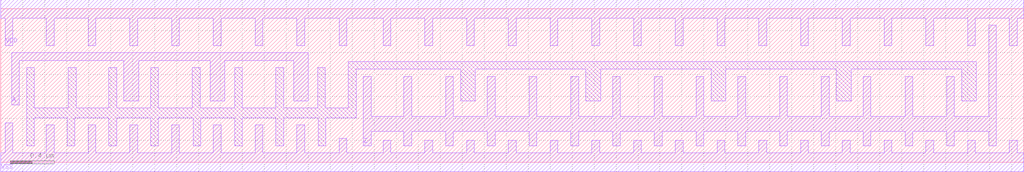
<source format=lef>
# 
# ******************************************************************************
# *                                                                            *
# *                   Copyright (C) 2004-2010, Nangate Inc.                    *
# *                           All rights reserved.                             *
# *                                                                            *
# * Nangate and the Nangate logo are trademarks of Nangate Inc.                *
# *                                                                            *
# * All trademarks, logos, software marks, and trade names (collectively the   *
# * "Marks") in this program are proprietary to Nangate or other respective    *
# * owners that have granted Nangate the right and license to use such Marks.  *
# * You are not permitted to use the Marks without the prior written consent   *
# * of Nangate or such third party that may own the Marks.                     *
# *                                                                            *
# * This file has been provided pursuant to a License Agreement containing     *
# * restrictions on its use. This file contains valuable trade secrets and     *
# * proprietary information of Nangate Inc., and is protected by U.S. and      *
# * international laws and/or treaties.                                        *
# *                                                                            *
# * The copyright notice(s) in this file does not indicate actual or intended  *
# * publication of this file.                                                  *
# *                                                                            *
# *     NGLibraryCreator, v2010.08-HR32-SP3-2010-08-05 - build 1009061800      *
# *                                                                            *
# ******************************************************************************
# 
# 
# Running on brazil06.nangate.com.br for user Giancarlo Franciscatto (gfr).
# Local time is now Fri, 3 Dec 2010, 19:32:18.
# Main process id is 27821.

VERSION 5.6 ;
BUSBITCHARS "[]" ;
DIVIDERCHAR "/" ;

MACRO AND2_X1
  CLASS core ;
  FOREIGN AND2_X1 0.0 0.0 ;
  ORIGIN 0 0 ;
  SYMMETRY X Y ;
  SITE FreePDK45_38x28_10R_NP_162NW_34O ;
  SIZE 0.76 BY 1.4 ;
  PIN A1
    DIRECTION INPUT ;
    ANTENNAPARTIALMETALAREA 0.021875 LAYER metal1 ;
    ANTENNAPARTIALMETALSIDEAREA 0.078 LAYER metal1 ;
    ANTENNAGATEAREA 0.02625 ;
    PORT
      LAYER metal1 ;
        POLYGON 0.06 0.525 0.185 0.525 0.185 0.7 0.06 0.7  ;
    END
  END A1
  PIN A2
    DIRECTION INPUT ;
    ANTENNAPARTIALMETALAREA 0.02275 LAYER metal1 ;
    ANTENNAPARTIALMETALSIDEAREA 0.0793 LAYER metal1 ;
    ANTENNAGATEAREA 0.02625 ;
    PORT
      LAYER metal1 ;
        POLYGON 0.25 0.525 0.38 0.525 0.38 0.7 0.25 0.7  ;
    END
  END A2
  PIN ZN
    DIRECTION OUTPUT ;
    ANTENNAPARTIALMETALAREA 0.0954 LAYER metal1 ;
    ANTENNAPARTIALMETALSIDEAREA 0.299 LAYER metal1 ;
    ANTENNADIFFAREA 0.109725 ;
    PORT
      LAYER metal1 ;
        POLYGON 0.61 0.19 0.7 0.19 0.7 1.25 0.61 1.25  ;
    END
  END ZN
  PIN VDD
    DIRECTION INOUT ;
    USE power ;
    SHAPE ABUTMENT ;
    PORT
      LAYER metal1 ;
        POLYGON 0 1.315 0.04 1.315 0.04 0.975 0.11 0.975 0.11 1.315 0.415 1.315 0.415 0.975 0.485 0.975 0.485 1.315 0.54 1.315 0.76 1.315 0.76 1.485 0.54 1.485 0 1.485  ;
    END
  END VDD
  PIN VSS
    DIRECTION INOUT ;
    USE ground ;
    SHAPE ABUTMENT ;
    PORT
      LAYER metal1 ;
        POLYGON 0 -0.085 0.76 -0.085 0.76 0.085 0.485 0.085 0.485 0.325 0.415 0.325 0.415 0.085 0 0.085  ;
    END
  END VSS
  OBS
      LAYER metal1 ;
        POLYGON 0.235 0.84 0.47 0.84 0.47 0.46 0.045 0.46 0.045 0.19 0.115 0.19 0.115 0.39 0.54 0.39 0.54 0.91 0.305 0.91 0.305 1.25 0.235 1.25  ;
  END
END AND2_X1

MACRO AND2_X2
  CLASS core ;
  FOREIGN AND2_X2 0.0 0.0 ;
  ORIGIN 0 0 ;
  SYMMETRY X Y ;
  SITE FreePDK45_38x28_10R_NP_162NW_34O ;
  SIZE 0.95 BY 1.4 ;
  PIN A1
    DIRECTION INPUT ;
    ANTENNAPARTIALMETALAREA 0.021875 LAYER metal1 ;
    ANTENNAPARTIALMETALSIDEAREA 0.078 LAYER metal1 ;
    ANTENNAGATEAREA 0.05225 ;
    PORT
      LAYER metal1 ;
        POLYGON 0.06 0.525 0.185 0.525 0.185 0.7 0.06 0.7  ;
    END
  END A1
  PIN A2
    DIRECTION INPUT ;
    ANTENNAPARTIALMETALAREA 0.02275 LAYER metal1 ;
    ANTENNAPARTIALMETALSIDEAREA 0.0793 LAYER metal1 ;
    ANTENNAGATEAREA 0.05225 ;
    PORT
      LAYER metal1 ;
        POLYGON 0.25 0.525 0.38 0.525 0.38 0.7 0.25 0.7  ;
    END
  END A2
  PIN ZN
    DIRECTION OUTPUT ;
    ANTENNAPARTIALMETALAREA 0.0935 LAYER metal1 ;
    ANTENNAPARTIALMETALSIDEAREA 0.3081 LAYER metal1 ;
    ANTENNADIFFAREA 0.1463 ;
    PORT
      LAYER metal1 ;
        POLYGON 0.615 0.15 0.7 0.15 0.7 1.25 0.615 1.25  ;
    END
  END ZN
  PIN VDD
    DIRECTION INOUT ;
    USE power ;
    SHAPE ABUTMENT ;
    PORT
      LAYER metal1 ;
        POLYGON 0 1.315 0.04 1.315 0.04 0.975 0.11 0.975 0.11 1.315 0.415 1.315 0.415 0.975 0.485 0.975 0.485 1.315 0.545 1.315 0.795 1.315 0.795 0.975 0.865 0.975 0.865 1.315 0.95 1.315 0.95 1.485 0.545 1.485 0 1.485  ;
    END
  END VDD
  PIN VSS
    DIRECTION INOUT ;
    USE ground ;
    SHAPE ABUTMENT ;
    PORT
      LAYER metal1 ;
        POLYGON 0 -0.085 0.95 -0.085 0.95 0.085 0.865 0.085 0.865 0.425 0.795 0.425 0.795 0.085 0.485 0.085 0.485 0.285 0.415 0.285 0.415 0.085 0 0.085  ;
    END
  END VSS
  OBS
      LAYER metal1 ;
        POLYGON 0.235 0.84 0.475 0.84 0.475 0.46 0.045 0.46 0.045 0.15 0.115 0.15 0.115 0.39 0.545 0.39 0.545 0.91 0.305 0.91 0.305 1.25 0.235 1.25  ;
  END
END AND2_X2

MACRO AND2_X4
  CLASS core ;
  FOREIGN AND2_X4 0.0 0.0 ;
  ORIGIN 0 0 ;
  SYMMETRY X Y ;
  SITE FreePDK45_38x28_10R_NP_162NW_34O ;
  SIZE 1.71 BY 1.4 ;
  PIN A1
    DIRECTION INPUT ;
    ANTENNAPARTIALMETALAREA 0.0312 LAYER metal1 ;
    ANTENNAPARTIALMETALSIDEAREA 0.0962 LAYER metal1 ;
    ANTENNAGATEAREA 0.1045 ;
    PORT
      LAYER metal1 ;
        POLYGON 0.25 0.42 0.38 0.42 0.38 0.66 0.25 0.66  ;
    END
  END A1
  PIN A2
    DIRECTION INPUT ;
    ANTENNAPARTIALMETALAREA 0.101125 LAYER metal1 ;
    ANTENNAPARTIALMETALSIDEAREA 0.3315 LAYER metal1 ;
    ANTENNAGATEAREA 0.1045 ;
    PORT
      LAYER metal1 ;
        POLYGON 0.06 0.42 0.185 0.42 0.185 0.725 0.69 0.725 0.69 0.525 0.76 0.525 0.76 0.795 0.06 0.795  ;
    END
  END A2
  PIN ZN
    DIRECTION OUTPUT ;
    ANTENNAPARTIALMETALAREA 0.19045 LAYER metal1 ;
    ANTENNAPARTIALMETALSIDEAREA 0.6682 LAYER metal1 ;
    ANTENNADIFFAREA 0.2926 ;
    PORT
      LAYER metal1 ;
        POLYGON 0.995 0.15 1.08 0.15 1.08 0.68 1.365 0.68 1.365 0.15 1.435 0.15 1.435 1.25 1.365 1.25 1.365 0.75 1.08 0.75 1.08 1.25 0.995 1.25  ;
    END
  END ZN
  PIN VDD
    DIRECTION INOUT ;
    USE power ;
    SHAPE ABUTMENT ;
    PORT
      LAYER metal1 ;
        POLYGON 0 1.315 0.04 1.315 0.04 0.995 0.11 0.995 0.11 1.315 0.415 1.315 0.415 0.995 0.485 0.995 0.485 1.315 0.795 1.315 0.795 0.995 0.865 0.995 0.865 1.315 0.92 1.315 1.175 1.315 1.175 0.995 1.245 0.995 1.245 1.315 1.555 1.315 1.555 0.995 1.625 0.995 1.625 1.315 1.71 1.315 1.71 1.485 0.92 1.485 0 1.485  ;
    END
  END VDD
  PIN VSS
    DIRECTION INOUT ;
    USE ground ;
    SHAPE ABUTMENT ;
    PORT
      LAYER metal1 ;
        POLYGON 0 -0.085 1.71 -0.085 1.71 0.085 1.625 0.085 1.625 0.355 1.555 0.355 1.555 0.085 1.245 0.085 1.245 0.355 1.175 0.355 1.175 0.085 0.865 0.085 0.865 0.215 0.795 0.215 0.795 0.085 0.11 0.085 0.11 0.355 0.04 0.355 0.04 0.085 0 0.085  ;
    END
  END VSS
  OBS
      LAYER metal1 ;
        POLYGON 0.235 0.86 0.85 0.86 0.85 0.355 0.425 0.355 0.425 0.22 0.495 0.22 0.495 0.285 0.92 0.285 0.92 0.93 0.675 0.93 0.675 1.25 0.605 1.25 0.605 0.93 0.305 0.93 0.305 1.25 0.235 1.25  ;
  END
END AND2_X4

MACRO AND3_X1
  CLASS core ;
  FOREIGN AND3_X1 0.0 0.0 ;
  ORIGIN 0 0 ;
  SYMMETRY X Y ;
  SITE FreePDK45_38x28_10R_NP_162NW_34O ;
  SIZE 0.95 BY 1.4 ;
  PIN A1
    DIRECTION INPUT ;
    ANTENNAPARTIALMETALAREA 0.021875 LAYER metal1 ;
    ANTENNAPARTIALMETALSIDEAREA 0.078 LAYER metal1 ;
    ANTENNAGATEAREA 0.02625 ;
    PORT
      LAYER metal1 ;
        POLYGON 0.06 0.525 0.185 0.525 0.185 0.7 0.06 0.7  ;
    END
  END A1
  PIN A2
    DIRECTION INPUT ;
    ANTENNAPARTIALMETALAREA 0.021875 LAYER metal1 ;
    ANTENNAPARTIALMETALSIDEAREA 0.078 LAYER metal1 ;
    ANTENNAGATEAREA 0.02625 ;
    PORT
      LAYER metal1 ;
        POLYGON 0.25 0.525 0.375 0.525 0.375 0.7 0.25 0.7  ;
    END
  END A2
  PIN A3
    DIRECTION INPUT ;
    ANTENNAPARTIALMETALAREA 0.02275 LAYER metal1 ;
    ANTENNAPARTIALMETALSIDEAREA 0.0793 LAYER metal1 ;
    ANTENNAGATEAREA 0.02625 ;
    PORT
      LAYER metal1 ;
        POLYGON 0.44 0.525 0.57 0.525 0.57 0.7 0.44 0.7  ;
    END
  END A3
  PIN ZN
    DIRECTION OUTPUT ;
    ANTENNAPARTIALMETALAREA 0.088 LAYER metal1 ;
    ANTENNAPARTIALMETALSIDEAREA 0.3146 LAYER metal1 ;
    ANTENNADIFFAREA 0.109725 ;
    PORT
      LAYER metal1 ;
        POLYGON 0.8 0.975 0.82 0.975 0.82 0.425 0.8 0.425 0.8 0.15 0.89 0.15 0.89 1.25 0.8 1.25  ;
    END
  END ZN
  PIN VDD
    DIRECTION INOUT ;
    USE power ;
    SHAPE ABUTMENT ;
    PORT
      LAYER metal1 ;
        POLYGON 0 1.315 0.225 1.315 0.225 1.04 0.295 1.04 0.295 1.315 0.605 1.315 0.605 1 0.675 1 0.675 1.315 0.755 1.315 0.95 1.315 0.95 1.485 0.755 1.485 0 1.485  ;
    END
  END VDD
  PIN VSS
    DIRECTION INOUT ;
    USE ground ;
    SHAPE ABUTMENT ;
    PORT
      LAYER metal1 ;
        POLYGON 0 -0.085 0.95 -0.085 0.95 0.085 0.675 0.085 0.675 0.285 0.605 0.285 0.605 0.085 0 0.085  ;
    END
  END VSS
  OBS
      LAYER metal1 ;
        POLYGON 0.045 0.865 0.635 0.865 0.635 0.42 0.045 0.42 0.045 0.15 0.115 0.15 0.115 0.35 0.705 0.35 0.705 0.525 0.755 0.525 0.755 0.66 0.705 0.66 0.705 0.935 0.485 0.935 0.485 1.25 0.415 1.25 0.415 0.935 0.115 0.935 0.115 1.25 0.045 1.25  ;
  END
END AND3_X1

MACRO AND3_X2
  CLASS core ;
  FOREIGN AND3_X2 0.0 0.0 ;
  ORIGIN 0 0 ;
  SYMMETRY X Y ;
  SITE FreePDK45_38x28_10R_NP_162NW_34O ;
  SIZE 1.14 BY 1.4 ;
  PIN A1
    DIRECTION INPUT ;
    ANTENNAPARTIALMETALAREA 0.021875 LAYER metal1 ;
    ANTENNAPARTIALMETALSIDEAREA 0.078 LAYER metal1 ;
    ANTENNAGATEAREA 0.05225 ;
    PORT
      LAYER metal1 ;
        POLYGON 0.06 0.525 0.185 0.525 0.185 0.7 0.06 0.7  ;
    END
  END A1
  PIN A2
    DIRECTION INPUT ;
    ANTENNAPARTIALMETALAREA 0.021875 LAYER metal1 ;
    ANTENNAPARTIALMETALSIDEAREA 0.078 LAYER metal1 ;
    ANTENNAGATEAREA 0.05225 ;
    PORT
      LAYER metal1 ;
        POLYGON 0.25 0.525 0.375 0.525 0.375 0.7 0.25 0.7  ;
    END
  END A2
  PIN A3
    DIRECTION INPUT ;
    ANTENNAPARTIALMETALAREA 0.02275 LAYER metal1 ;
    ANTENNAPARTIALMETALSIDEAREA 0.0793 LAYER metal1 ;
    ANTENNAGATEAREA 0.05225 ;
    PORT
      LAYER metal1 ;
        POLYGON 0.44 0.525 0.57 0.525 0.57 0.7 0.44 0.7  ;
    END
  END A3
  PIN ZN
    DIRECTION OUTPUT ;
    ANTENNAPARTIALMETALAREA 0.0935 LAYER metal1 ;
    ANTENNAPARTIALMETALSIDEAREA 0.3081 LAYER metal1 ;
    ANTENNADIFFAREA 0.1463 ;
    PORT
      LAYER metal1 ;
        POLYGON 0.805 0.15 0.89 0.15 0.89 1.25 0.805 1.25  ;
    END
  END ZN
  PIN VDD
    DIRECTION INOUT ;
    USE power ;
    SHAPE ABUTMENT ;
    PORT
      LAYER metal1 ;
        POLYGON 0 1.315 0.225 1.315 0.225 0.975 0.295 0.975 0.295 1.315 0.605 1.315 0.605 0.975 0.675 0.975 0.675 1.315 0.735 1.315 0.99 1.315 0.99 0.975 1.06 0.975 1.06 1.315 1.14 1.315 1.14 1.485 0.735 1.485 0 1.485  ;
    END
  END VDD
  PIN VSS
    DIRECTION INOUT ;
    USE ground ;
    SHAPE ABUTMENT ;
    PORT
      LAYER metal1 ;
        POLYGON 0 -0.085 1.14 -0.085 1.14 0.085 1.06 0.085 1.06 0.425 0.99 0.425 0.99 0.085 0.675 0.085 0.675 0.285 0.605 0.285 0.605 0.085 0 0.085  ;
    END
  END VSS
  OBS
      LAYER metal1 ;
        POLYGON 0.045 0.8 0.665 0.8 0.665 0.425 0.045 0.425 0.045 0.15 0.115 0.15 0.115 0.355 0.735 0.355 0.735 0.87 0.485 0.87 0.485 1.25 0.415 1.25 0.415 0.87 0.115 0.87 0.115 1.25 0.045 1.25  ;
  END
END AND3_X2

MACRO AND3_X4
  CLASS core ;
  FOREIGN AND3_X4 0.0 0.0 ;
  ORIGIN 0 0 ;
  SYMMETRY X Y ;
  SITE FreePDK45_38x28_10R_NP_162NW_34O ;
  SIZE 2.09 BY 1.4 ;
  PIN A1
    DIRECTION INPUT ;
    ANTENNAPARTIALMETALAREA 0.019575 LAYER metal1 ;
    ANTENNAPARTIALMETALSIDEAREA 0.0728 LAYER metal1 ;
    ANTENNAGATEAREA 0.1045 ;
    PORT
      LAYER metal1 ;
        POLYGON 0.595 0.555 0.73 0.555 0.73 0.7 0.595 0.7  ;
    END
  END A1
  PIN A2
    DIRECTION INPUT ;
    ANTENNAPARTIALMETALAREA 0.0819 LAYER metal1 ;
    ANTENNAPARTIALMETALSIDEAREA 0.2756 LAYER metal1 ;
    ANTENNAGATEAREA 0.1045 ;
    PORT
      LAYER metal1 ;
        POLYGON 0.34 0.42 0.95 0.42 0.95 0.7 0.82 0.7 0.82 0.49 0.41 0.49 0.41 0.66 0.34 0.66  ;
    END
  END A2
  PIN A3
    DIRECTION INPUT ;
    ANTENNAPARTIALMETALAREA 0.1155 LAYER metal1 ;
    ANTENNAPARTIALMETALSIDEAREA 0.4238 LAYER metal1 ;
    ANTENNAGATEAREA 0.1045 ;
    PORT
      LAYER metal1 ;
        POLYGON 0.06 0.525 0.19 0.525 0.19 0.765 1.07 0.765 1.07 0.525 1.14 0.525 1.14 0.835 0.12 0.835 0.12 0.7 0.06 0.7  ;
    END
  END A3
  PIN ZN
    DIRECTION OUTPUT ;
    ANTENNAPARTIALMETALAREA 0.196 LAYER metal1 ;
    ANTENNAPARTIALMETALSIDEAREA 0.65 LAYER metal1 ;
    ANTENNADIFFAREA 0.2926 ;
    PORT
      LAYER metal1 ;
        POLYGON 1.375 0.15 1.445 0.15 1.445 0.56 1.745 0.56 1.745 0.15 1.815 0.15 1.815 1.25 1.745 1.25 1.745 0.7 1.445 0.7 1.445 1.25 1.375 1.25  ;
    END
  END ZN
  PIN VDD
    DIRECTION INOUT ;
    USE power ;
    SHAPE ABUTMENT ;
    PORT
      LAYER metal1 ;
        POLYGON 0 1.315 0.04 1.315 0.04 1.035 0.11 1.035 0.11 1.315 0.415 1.315 0.415 1.035 0.485 1.035 0.485 1.315 0.795 1.315 0.795 1.035 0.865 1.035 0.865 1.315 1.175 1.315 1.175 1.035 1.245 1.035 1.245 1.315 1.305 1.315 1.555 1.315 1.555 1.035 1.625 1.035 1.625 1.315 1.935 1.315 1.935 1.035 2.005 1.035 2.005 1.315 2.09 1.315 2.09 1.485 1.305 1.485 0 1.485  ;
    END
  END VDD
  PIN VSS
    DIRECTION INOUT ;
    USE ground ;
    SHAPE ABUTMENT ;
    PORT
      LAYER metal1 ;
        POLYGON 0 -0.085 2.09 -0.085 2.09 0.085 2.005 0.085 2.005 0.425 1.935 0.425 1.935 0.085 1.625 0.085 1.625 0.425 1.555 0.425 1.555 0.085 1.245 0.085 1.245 0.195 1.175 0.195 1.175 0.085 0.11 0.085 0.11 0.425 0.04 0.425 0.04 0.085 0 0.085  ;
    END
  END VSS
  OBS
      LAYER metal1 ;
        POLYGON 0.235 0.9 1.235 0.9 1.235 0.33 0.615 0.33 0.615 0.15 0.685 0.15 0.685 0.26 1.305 0.26 1.305 0.97 1.055 0.97 1.055 1.25 0.985 1.25 0.985 0.97 0.675 0.97 0.675 1.25 0.605 1.25 0.605 0.97 0.305 0.97 0.305 1.25 0.235 1.25  ;
  END
END AND3_X4

MACRO AND4_X1
  CLASS core ;
  FOREIGN AND4_X1 0.0 0.0 ;
  ORIGIN 0 0 ;
  SYMMETRY X Y ;
  SITE FreePDK45_38x28_10R_NP_162NW_34O ;
  SIZE 1.14 BY 1.4 ;
  PIN A1
    DIRECTION INPUT ;
    ANTENNAPARTIALMETALAREA 0.021875 LAYER metal1 ;
    ANTENNAPARTIALMETALSIDEAREA 0.078 LAYER metal1 ;
    ANTENNAGATEAREA 0.02625 ;
    PORT
      LAYER metal1 ;
        POLYGON 0.06 0.525 0.185 0.525 0.185 0.7 0.06 0.7  ;
    END
  END A1
  PIN A2
    DIRECTION INPUT ;
    ANTENNAPARTIALMETALAREA 0.021875 LAYER metal1 ;
    ANTENNAPARTIALMETALSIDEAREA 0.078 LAYER metal1 ;
    ANTENNAGATEAREA 0.02625 ;
    PORT
      LAYER metal1 ;
        POLYGON 0.25 0.525 0.375 0.525 0.375 0.7 0.25 0.7  ;
    END
  END A2
  PIN A3
    DIRECTION INPUT ;
    ANTENNAPARTIALMETALAREA 0.021875 LAYER metal1 ;
    ANTENNAPARTIALMETALSIDEAREA 0.078 LAYER metal1 ;
    ANTENNAGATEAREA 0.02625 ;
    PORT
      LAYER metal1 ;
        POLYGON 0.44 0.525 0.565 0.525 0.565 0.7 0.44 0.7  ;
    END
  END A3
  PIN A4
    DIRECTION INPUT ;
    ANTENNAPARTIALMETALAREA 0.02275 LAYER metal1 ;
    ANTENNAPARTIALMETALSIDEAREA 0.0793 LAYER metal1 ;
    ANTENNAGATEAREA 0.02625 ;
    PORT
      LAYER metal1 ;
        POLYGON 0.63 0.525 0.76 0.525 0.76 0.7 0.63 0.7  ;
    END
  END A4
  PIN ZN
    DIRECTION OUTPUT ;
    ANTENNAPARTIALMETALAREA 0.099 LAYER metal1 ;
    ANTENNAPARTIALMETALSIDEAREA 0.3094 LAYER metal1 ;
    ANTENNADIFFAREA 0.109725 ;
    PORT
      LAYER metal1 ;
        POLYGON 0.99 0.15 1.08 0.15 1.08 1.25 0.99 1.25  ;
    END
  END ZN
  PIN VDD
    DIRECTION INOUT ;
    USE power ;
    SHAPE ABUTMENT ;
    PORT
      LAYER metal1 ;
        POLYGON 0 1.315 0.04 1.315 0.04 0.975 0.11 0.975 0.11 1.315 0.415 1.315 0.415 0.975 0.485 0.975 0.485 1.315 0.795 1.315 0.795 0.975 0.865 0.975 0.865 1.315 0.925 1.315 1.14 1.315 1.14 1.485 0.925 1.485 0 1.485  ;
    END
  END VDD
  PIN VSS
    DIRECTION INOUT ;
    USE ground ;
    SHAPE ABUTMENT ;
    PORT
      LAYER metal1 ;
        POLYGON 0 -0.085 1.14 -0.085 1.14 0.085 0.865 0.085 0.865 0.285 0.795 0.285 0.795 0.085 0 0.085  ;
    END
  END VSS
  OBS
      LAYER metal1 ;
        POLYGON 0.235 0.84 0.855 0.84 0.855 0.42 0.045 0.42 0.045 0.15 0.115 0.15 0.115 0.35 0.925 0.35 0.925 0.91 0.675 0.91 0.675 1.25 0.605 1.25 0.605 0.91 0.305 0.91 0.305 1.25 0.235 1.25  ;
  END
END AND4_X1

MACRO AND4_X2
  CLASS core ;
  FOREIGN AND4_X2 0.0 0.0 ;
  ORIGIN 0 0 ;
  SYMMETRY X Y ;
  SITE FreePDK45_38x28_10R_NP_162NW_34O ;
  SIZE 1.33 BY 1.4 ;
  PIN A1
    DIRECTION INPUT ;
    ANTENNAPARTIALMETALAREA 0.021875 LAYER metal1 ;
    ANTENNAPARTIALMETALSIDEAREA 0.078 LAYER metal1 ;
    ANTENNAGATEAREA 0.05225 ;
    PORT
      LAYER metal1 ;
        POLYGON 0.06 0.525 0.185 0.525 0.185 0.7 0.06 0.7  ;
    END
  END A1
  PIN A2
    DIRECTION INPUT ;
    ANTENNAPARTIALMETALAREA 0.021875 LAYER metal1 ;
    ANTENNAPARTIALMETALSIDEAREA 0.078 LAYER metal1 ;
    ANTENNAGATEAREA 0.05225 ;
    PORT
      LAYER metal1 ;
        POLYGON 0.25 0.525 0.375 0.525 0.375 0.7 0.25 0.7  ;
    END
  END A2
  PIN A3
    DIRECTION INPUT ;
    ANTENNAPARTIALMETALAREA 0.021875 LAYER metal1 ;
    ANTENNAPARTIALMETALSIDEAREA 0.078 LAYER metal1 ;
    ANTENNAGATEAREA 0.05225 ;
    PORT
      LAYER metal1 ;
        POLYGON 0.44 0.525 0.565 0.525 0.565 0.7 0.44 0.7  ;
    END
  END A3
  PIN A4
    DIRECTION INPUT ;
    ANTENNAPARTIALMETALAREA 0.02275 LAYER metal1 ;
    ANTENNAPARTIALMETALSIDEAREA 0.0793 LAYER metal1 ;
    ANTENNAGATEAREA 0.05225 ;
    PORT
      LAYER metal1 ;
        POLYGON 0.63 0.525 0.76 0.525 0.76 0.7 0.63 0.7  ;
    END
  END A4
  PIN ZN
    DIRECTION OUTPUT ;
    ANTENNAPARTIALMETALAREA 0.0935 LAYER metal1 ;
    ANTENNAPARTIALMETALSIDEAREA 0.3081 LAYER metal1 ;
    ANTENNADIFFAREA 0.1463 ;
    PORT
      LAYER metal1 ;
        POLYGON 0.995 0.15 1.08 0.15 1.08 1.25 0.995 1.25  ;
    END
  END ZN
  PIN VDD
    DIRECTION INOUT ;
    USE power ;
    SHAPE ABUTMENT ;
    PORT
      LAYER metal1 ;
        POLYGON 0 1.315 0.04 1.315 0.04 0.975 0.11 0.975 0.11 1.315 0.415 1.315 0.415 0.975 0.485 0.975 0.485 1.315 0.795 1.315 0.795 0.975 0.865 0.975 0.865 1.315 0.925 1.315 1.18 1.315 1.18 0.975 1.25 0.975 1.25 1.315 1.33 1.315 1.33 1.485 0.925 1.485 0 1.485  ;
    END
  END VDD
  PIN VSS
    DIRECTION INOUT ;
    USE ground ;
    SHAPE ABUTMENT ;
    PORT
      LAYER metal1 ;
        POLYGON 0 -0.085 1.33 -0.085 1.33 0.085 1.25 0.085 1.25 0.425 1.18 0.425 1.18 0.085 0.865 0.085 0.865 0.27 0.795 0.27 0.795 0.085 0 0.085  ;
    END
  END VSS
  OBS
      LAYER metal1 ;
        POLYGON 0.235 0.8 0.855 0.8 0.855 0.425 0.045 0.425 0.045 0.15 0.115 0.15 0.115 0.355 0.925 0.355 0.925 0.87 0.675 0.87 0.675 1.25 0.605 1.25 0.605 0.87 0.305 0.87 0.305 1.25 0.235 1.25  ;
  END
END AND4_X2

MACRO AND4_X4
  CLASS core ;
  FOREIGN AND4_X4 0.0 0.0 ;
  ORIGIN 0 0 ;
  SYMMETRY X Y ;
  SITE FreePDK45_38x28_10R_NP_162NW_34O ;
  SIZE 2.47 BY 1.4 ;
  PIN A1
    DIRECTION INPUT ;
    ANTENNAPARTIALMETALAREA 0.0189 LAYER metal1 ;
    ANTENNAPARTIALMETALSIDEAREA 0.0715 LAYER metal1 ;
    ANTENNAGATEAREA 0.1045 ;
    PORT
      LAYER metal1 ;
        POLYGON 0.8 0.56 0.935 0.56 0.935 0.7 0.8 0.7  ;
    END
  END A1
  PIN A2
    DIRECTION INPUT ;
    ANTENNAPARTIALMETALAREA 0.079125 LAYER metal1 ;
    ANTENNAPARTIALMETALSIDEAREA 0.2626 LAYER metal1 ;
    ANTENNAGATEAREA 0.1045 ;
    PORT
      LAYER metal1 ;
        POLYGON 0.565 0.425 1.135 0.425 1.135 0.66 1.065 0.66 1.065 0.495 0.7 0.495 0.7 0.7 0.565 0.7  ;
    END
  END A2
  PIN A3
    DIRECTION INPUT ;
    ANTENNAPARTIALMETALAREA 0.121975 LAYER metal1 ;
    ANTENNAPARTIALMETALSIDEAREA 0.403 LAYER metal1 ;
    ANTENNAGATEAREA 0.1045 ;
    PORT
      LAYER metal1 ;
        POLYGON 0.355 0.525 0.425 0.525 0.425 0.77 1.2 0.77 1.2 0.525 1.345 0.525 1.345 0.84 0.355 0.84  ;
    END
  END A3
  PIN A4
    DIRECTION INPUT ;
    ANTENNAPARTIALMETALAREA 0.164325 LAYER metal1 ;
    ANTENNAPARTIALMETALSIDEAREA 0.5993 LAYER metal1 ;
    ANTENNAGATEAREA 0.1045 ;
    PORT
      LAYER metal1 ;
        POLYGON 0.06 0.525 0.205 0.525 0.205 0.905 1.465 0.905 1.465 0.525 1.535 0.525 1.535 0.975 0.135 0.975 0.135 0.7 0.06 0.7  ;
    END
  END A4
  PIN ZN
    DIRECTION OUTPUT ;
    ANTENNAPARTIALMETALAREA 0.1505 LAYER metal1 ;
    ANTENNAPARTIALMETALSIDEAREA 0.481 LAYER metal1 ;
    ANTENNADIFFAREA 0.2926 ;
    PORT
      LAYER metal1 ;
        POLYGON 1.77 0.15 1.84 0.15 1.84 0.56 2.14 0.56 2.14 0.15 2.21 0.15 2.21 0.925 2.14 0.925 2.14 0.7 1.84 0.7 1.84 0.925 1.77 0.925  ;
    END
  END ZN
  PIN VDD
    DIRECTION INOUT ;
    USE power ;
    SHAPE ABUTMENT ;
    PORT
      LAYER metal1 ;
        POLYGON 0 1.315 0.055 1.315 0.055 1.065 0.125 1.065 0.125 1.315 0.43 1.315 0.43 1.175 0.5 1.175 0.5 1.315 0.81 1.315 0.81 1.175 0.88 1.175 0.88 1.315 1.19 1.315 1.19 1.175 1.26 1.175 1.26 1.315 1.57 1.315 1.57 1.175 1.64 1.175 1.64 1.315 1.705 1.315 1.95 1.315 1.95 1.065 2.02 1.065 2.02 1.315 2.33 1.315 2.33 1.065 2.4 1.065 2.4 1.315 2.47 1.315 2.47 1.485 1.705 1.485 0 1.485  ;
    END
  END VDD
  PIN VSS
    DIRECTION INOUT ;
    USE ground ;
    SHAPE ABUTMENT ;
    PORT
      LAYER metal1 ;
        POLYGON 0 -0.085 2.47 -0.085 2.47 0.085 2.4 0.085 2.4 0.425 2.33 0.425 2.33 0.085 2.02 0.085 2.02 0.425 1.95 0.425 1.95 0.085 1.64 0.085 1.64 0.195 1.57 0.195 1.57 0.085 0.125 0.085 0.125 0.425 0.055 0.425 0.055 0.085 0 0.085  ;
    END
  END VSS
  OBS
      LAYER metal1 ;
        POLYGON 0.215 1.04 1.635 1.04 1.635 0.36 0.785 0.36 0.785 0.29 1.705 0.29 1.705 1.11 0.215 1.11  ;
  END
END AND4_X4

MACRO ANTENNA_X1
  CLASS core ;
  FOREIGN ANTENNA_X1 0.0 0.0 ;
  ORIGIN 0 0 ;
  SYMMETRY X Y ;
  SITE FreePDK45_38x28_10R_NP_162NW_34O ;
  SIZE 0.19 BY 1.4 ;
  PIN A
    DIRECTION INPUT ;
    ANTENNAPARTIALMETALAREA 0.0231 LAYER metal1 ;
    ANTENNAPARTIALMETALSIDEAREA 0.104 LAYER metal1 ;
    ANTENNAGATEAREA 0.0162 ;
    PORT
      LAYER metal1 ;
        POLYGON 0.06 0.42 0.13 0.42 0.13 0.75 0.06 0.75  ;
    END
  END A
  PIN VDD
    DIRECTION INOUT ;
    USE power ;
    SHAPE ABUTMENT ;
    PORT
      LAYER metal1 ;
        POLYGON 0 1.315 0.19 1.315 0.19 1.485 0 1.485  ;
    END
  END VDD
  PIN VSS
    DIRECTION INOUT ;
    USE ground ;
    SHAPE ABUTMENT ;
    PORT
      LAYER metal1 ;
        POLYGON 0 -0.085 0.19 -0.085 0.19 0.085 0 0.085  ;
    END
  END VSS
END ANTENNA_X1

MACRO AOI211_X1
  CLASS core ;
  FOREIGN AOI211_X1 0.0 0.0 ;
  ORIGIN 0 0 ;
  SYMMETRY X Y ;
  SITE FreePDK45_38x28_10R_NP_162NW_34O ;
  SIZE 0.95 BY 1.4 ;
  PIN A
    DIRECTION INPUT ;
    ANTENNAPARTIALMETALAREA 0.021875 LAYER metal1 ;
    ANTENNAPARTIALMETALSIDEAREA 0.078 LAYER metal1 ;
    ANTENNAGATEAREA 0.05225 ;
    PORT
      LAYER metal1 ;
        POLYGON 0.765 0.525 0.89 0.525 0.89 0.7 0.765 0.7  ;
    END
  END A
  PIN B
    DIRECTION INPUT ;
    ANTENNAPARTIALMETALAREA 0.021875 LAYER metal1 ;
    ANTENNAPARTIALMETALSIDEAREA 0.078 LAYER metal1 ;
    ANTENNAGATEAREA 0.05225 ;
    PORT
      LAYER metal1 ;
        POLYGON 0.575 0.525 0.7 0.525 0.7 0.7 0.575 0.7  ;
    END
  END B
  PIN C1
    DIRECTION INPUT ;
    ANTENNAPARTIALMETALAREA 0.0175 LAYER metal1 ;
    ANTENNAPARTIALMETALSIDEAREA 0.0715 LAYER metal1 ;
    ANTENNAGATEAREA 0.05225 ;
    PORT
      LAYER metal1 ;
        POLYGON 0.41 0.525 0.51 0.525 0.51 0.7 0.41 0.7  ;
    END
  END C1
  PIN C2
    DIRECTION INPUT ;
    ANTENNAPARTIALMETALAREA 0.02625 LAYER metal1 ;
    ANTENNAPARTIALMETALSIDEAREA 0.0845 LAYER metal1 ;
    ANTENNAGATEAREA 0.05225 ;
    PORT
      LAYER metal1 ;
        POLYGON 0.06 0.525 0.21 0.525 0.21 0.7 0.06 0.7  ;
    END
  END C2
  PIN ZN
    DIRECTION OUTPUT ;
    ANTENNAPARTIALMETALAREA 0.124175 LAYER metal1 ;
    ANTENNAPARTIALMETALSIDEAREA 0.468 LAYER metal1 ;
    ANTENNADIFFAREA 0.189875 ;
    PORT
      LAYER metal1 ;
        POLYGON 0.275 0.355 0.44 0.355 0.44 0.15 0.525 0.15 0.525 0.355 0.835 0.355 0.835 0.15 0.905 0.15 0.905 0.425 0.345 0.425 0.345 1.115 0.275 1.115  ;
    END
  END ZN
  PIN VDD
    DIRECTION INOUT ;
    USE power ;
    SHAPE ABUTMENT ;
    PORT
      LAYER metal1 ;
        POLYGON 0 1.315 0.525 1.315 0.835 1.315 0.835 0.905 0.905 0.905 0.905 1.315 0.95 1.315 0.95 1.485 0.525 1.485 0 1.485  ;
    END
  END VDD
  PIN VSS
    DIRECTION INOUT ;
    USE ground ;
    SHAPE ABUTMENT ;
    PORT
      LAYER metal1 ;
        POLYGON 0 -0.085 0.95 -0.085 0.95 0.085 0.715 0.085 0.715 0.285 0.645 0.285 0.645 0.085 0.15 0.085 0.15 0.425 0.08 0.425 0.08 0.085 0 0.085  ;
    END
  END VSS
  OBS
      LAYER metal1 ;
        POLYGON 0.085 0.905 0.155 0.905 0.155 1.18 0.455 1.18 0.455 0.905 0.525 0.905 0.525 1.25 0.085 1.25  ;
  END
END AOI211_X1

MACRO AOI211_X2
  CLASS core ;
  FOREIGN AOI211_X2 0.0 0.0 ;
  ORIGIN 0 0 ;
  SYMMETRY X Y ;
  SITE FreePDK45_38x28_10R_NP_162NW_34O ;
  SIZE 1.71 BY 1.4 ;
  PIN A
    DIRECTION INPUT ;
    ANTENNAPARTIALMETALAREA 0.0189 LAYER metal1 ;
    ANTENNAPARTIALMETALSIDEAREA 0.0715 LAYER metal1 ;
    ANTENNAGATEAREA 0.1045 ;
    PORT
      LAYER metal1 ;
        POLYGON 0.39 0.56 0.525 0.56 0.525 0.7 0.39 0.7  ;
    END
  END A
  PIN B
    DIRECTION INPUT ;
    ANTENNAPARTIALMETALAREA 0.0951 LAYER metal1 ;
    ANTENNAPARTIALMETALSIDEAREA 0.3224 LAYER metal1 ;
    ANTENNAGATEAREA 0.1045 ;
    PORT
      LAYER metal1 ;
        POLYGON 0.06 0.525 0.185 0.525 0.185 0.765 0.68 0.765 0.68 0.525 0.75 0.525 0.75 0.835 0.06 0.835  ;
    END
  END B
  PIN C1
    DIRECTION INPUT ;
    ANTENNAPARTIALMETALAREA 0.0189 LAYER metal1 ;
    ANTENNAPARTIALMETALSIDEAREA 0.0715 LAYER metal1 ;
    ANTENNAGATEAREA 0.1045 ;
    PORT
      LAYER metal1 ;
        POLYGON 1.19 0.56 1.325 0.56 1.325 0.7 1.19 0.7  ;
    END
  END C1
  PIN C2
    DIRECTION INPUT ;
    ANTENNAPARTIALMETALAREA 0.08205 LAYER metal1 ;
    ANTENNAPARTIALMETALSIDEAREA 0.2925 LAYER metal1 ;
    ANTENNAGATEAREA 0.1045 ;
    PORT
      LAYER metal1 ;
        POLYGON 0.965 0.425 1.65 0.425 1.65 0.7 1.54 0.7 1.54 0.495 1.035 0.495 1.035 0.66 0.965 0.66  ;
    END
  END C2
  PIN ZN
    DIRECTION OUTPUT ;
    ANTENNAPARTIALMETALAREA 0.2202 LAYER metal1 ;
    ANTENNAPARTIALMETALSIDEAREA 0.7709 LAYER metal1 ;
    ANTENNADIFFAREA 0.3507 ;
    PORT
      LAYER metal1 ;
        POLYGON 0.89 0.765 1.475 0.765 1.475 1.055 1.405 1.055 1.405 0.835 1.095 0.835 1.095 1.055 1.025 1.055 1.025 0.835 0.82 0.835 0.82 0.355 0.2 0.355 0.2 0.15 0.335 0.15 0.335 0.285 1.185 0.285 1.185 0.15 1.32 0.15 1.32 0.355 0.89 0.355  ;
    END
  END ZN
  PIN VDD
    DIRECTION INOUT ;
    USE power ;
    SHAPE ABUTMENT ;
    PORT
      LAYER metal1 ;
        POLYGON 0 1.315 0.42 1.315 0.42 1.035 0.49 1.035 0.49 1.315 1.665 1.315 1.71 1.315 1.71 1.485 1.665 1.485 0 1.485  ;
    END
  END VDD
  PIN VSS
    DIRECTION INOUT ;
    USE ground ;
    SHAPE ABUTMENT ;
    PORT
      LAYER metal1 ;
        POLYGON 0 -0.085 1.71 -0.085 1.71 0.085 1.665 0.085 1.665 0.355 1.595 0.355 1.595 0.085 0.895 0.085 0.895 0.215 0.825 0.215 0.825 0.085 0.5 0.085 0.5 0.215 0.43 0.215 0.43 0.085 0.115 0.085 0.115 0.355 0.045 0.355 0.045 0.085 0 0.085  ;
    END
  END VSS
  OBS
      LAYER metal1 ;
        POLYGON 0.05 0.9 0.885 0.9 0.885 1.18 1.22 1.18 1.22 0.975 1.29 0.975 1.29 1.18 1.595 1.18 1.595 0.975 1.665 0.975 1.665 1.25 0.815 1.25 0.815 0.97 0.12 0.97 0.12 1.25 0.05 1.25  ;
  END
END AOI211_X2

MACRO AOI211_X4
  CLASS core ;
  FOREIGN AOI211_X4 0.0 0.0 ;
  ORIGIN 0 0 ;
  SYMMETRY X Y ;
  SITE FreePDK45_38x28_10R_NP_162NW_34O ;
  SIZE 2.09 BY 1.4 ;
  PIN A
    DIRECTION INPUT ;
    ANTENNAPARTIALMETALAREA 0.02275 LAYER metal1 ;
    ANTENNAPARTIALMETALSIDEAREA 0.0793 LAYER metal1 ;
    ANTENNAGATEAREA 0.05225 ;
    PORT
      LAYER metal1 ;
        POLYGON 0.63 0.525 0.76 0.525 0.76 0.7 0.63 0.7  ;
    END
  END A
  PIN B
    DIRECTION INPUT ;
    ANTENNAPARTIALMETALAREA 0.021875 LAYER metal1 ;
    ANTENNAPARTIALMETALSIDEAREA 0.078 LAYER metal1 ;
    ANTENNAGATEAREA 0.05225 ;
    PORT
      LAYER metal1 ;
        POLYGON 0.44 0.525 0.565 0.525 0.565 0.7 0.44 0.7  ;
    END
  END B
  PIN C1
    DIRECTION INPUT ;
    ANTENNAPARTIALMETALAREA 0.021875 LAYER metal1 ;
    ANTENNAPARTIALMETALSIDEAREA 0.078 LAYER metal1 ;
    ANTENNAGATEAREA 0.05225 ;
    PORT
      LAYER metal1 ;
        POLYGON 0.06 0.525 0.185 0.525 0.185 0.7 0.06 0.7  ;
    END
  END C1
  PIN C2
    DIRECTION INPUT ;
    ANTENNAPARTIALMETALAREA 0.021875 LAYER metal1 ;
    ANTENNAPARTIALMETALSIDEAREA 0.078 LAYER metal1 ;
    ANTENNAGATEAREA 0.05225 ;
    PORT
      LAYER metal1 ;
        POLYGON 0.25 0.525 0.375 0.525 0.375 0.7 0.25 0.7  ;
    END
  END C2
  PIN ZN
    DIRECTION OUTPUT ;
    ANTENNAPARTIALMETALAREA 0.1862 LAYER metal1 ;
    ANTENNAPARTIALMETALSIDEAREA 0.6123 LAYER metal1 ;
    ANTENNADIFFAREA 0.2926 ;
    PORT
      LAYER metal1 ;
        POLYGON 1.375 0.15 1.445 0.15 1.445 0.56 1.75 0.56 1.75 0.15 1.82 0.15 1.82 1.175 1.75 1.175 1.75 0.7 1.445 0.7 1.445 1.175 1.375 1.175  ;
    END
  END ZN
  PIN VDD
    DIRECTION INOUT ;
    USE power ;
    SHAPE ABUTMENT ;
    PORT
      LAYER metal1 ;
        POLYGON 0 1.315 0.485 1.315 0.795 1.315 0.795 0.9 0.865 0.9 0.865 1.315 0.93 1.315 1.175 1.315 1.175 0.9 1.245 0.9 1.245 1.315 1.31 1.315 1.555 1.315 1.555 0.9 1.625 0.9 1.625 1.315 1.935 1.315 1.935 0.9 2.005 0.9 2.005 1.315 2.09 1.315 2.09 1.485 1.31 1.485 0.93 1.485 0.485 1.485 0 1.485  ;
    END
  END VDD
  PIN VSS
    DIRECTION INOUT ;
    USE ground ;
    SHAPE ABUTMENT ;
    PORT
      LAYER metal1 ;
        POLYGON 0 -0.085 2.09 -0.085 2.09 0.085 2.005 0.085 2.005 0.425 1.935 0.425 1.935 0.085 1.625 0.085 1.625 0.425 1.555 0.425 1.555 0.085 1.245 0.085 1.245 0.425 1.175 0.425 1.175 0.085 0.865 0.085 0.865 0.285 0.795 0.285 0.795 0.085 0.485 0.085 0.485 0.285 0.415 0.285 0.415 0.085 0 0.085  ;
    END
  END VSS
  OBS
      LAYER metal1 ;
        POLYGON 0.045 0.9 0.115 0.9 0.115 1.18 0.415 1.18 0.415 0.9 0.485 0.9 0.485 1.25 0.045 1.25  ;
        POLYGON 0.235 0.765 0.86 0.765 0.86 0.46 0.045 0.46 0.045 0.15 0.115 0.15 0.115 0.39 0.605 0.39 0.605 0.15 0.675 0.15 0.675 0.39 0.93 0.39 0.93 0.835 0.305 0.835 0.305 1.115 0.235 1.115  ;
        POLYGON 0.995 0.15 1.065 0.15 1.065 0.525 1.31 0.525 1.31 0.66 1.065 0.66 1.065 1.175 0.995 1.175  ;
  END
END AOI211_X4

MACRO AOI21_X1
  CLASS core ;
  FOREIGN AOI21_X1 0.0 0.0 ;
  ORIGIN 0 0 ;
  SYMMETRY X Y ;
  SITE FreePDK45_38x28_10R_NP_162NW_34O ;
  SIZE 0.76 BY 1.4 ;
  PIN A
    DIRECTION INPUT ;
    ANTENNAPARTIALMETALAREA 0.021875 LAYER metal1 ;
    ANTENNAPARTIALMETALSIDEAREA 0.078 LAYER metal1 ;
    ANTENNAGATEAREA 0.05225 ;
    PORT
      LAYER metal1 ;
        POLYGON 0.575 0.525 0.7 0.525 0.7 0.7 0.575 0.7  ;
    END
  END A
  PIN B1
    DIRECTION INPUT ;
    ANTENNAPARTIALMETALAREA 0.01925 LAYER metal1 ;
    ANTENNAPARTIALMETALSIDEAREA 0.0741 LAYER metal1 ;
    ANTENNAGATEAREA 0.05225 ;
    PORT
      LAYER metal1 ;
        POLYGON 0.4 0.525 0.51 0.525 0.51 0.7 0.4 0.7  ;
    END
  END B1
  PIN B2
    DIRECTION INPUT ;
    ANTENNAPARTIALMETALAREA 0.0245 LAYER metal1 ;
    ANTENNAPARTIALMETALSIDEAREA 0.0819 LAYER metal1 ;
    ANTENNAGATEAREA 0.05225 ;
    PORT
      LAYER metal1 ;
        POLYGON 0.06 0.525 0.2 0.525 0.2 0.7 0.06 0.7  ;
    END
  END B2
  PIN ZN
    DIRECTION OUTPUT ;
    ANTENNAPARTIALMETALAREA 0.083925 LAYER metal1 ;
    ANTENNAPARTIALMETALSIDEAREA 0.3185 LAYER metal1 ;
    ANTENNADIFFAREA 0.1463 ;
    PORT
      LAYER metal1 ;
        POLYGON 0.265 0.355 0.44 0.355 0.44 0.15 0.525 0.15 0.525 0.425 0.335 0.425 0.335 1.115 0.265 1.115  ;
    END
  END ZN
  PIN VDD
    DIRECTION INOUT ;
    USE power ;
    SHAPE ABUTMENT ;
    PORT
      LAYER metal1 ;
        POLYGON 0 1.315 0.525 1.315 0.645 1.315 0.645 0.905 0.715 0.905 0.715 1.315 0.76 1.315 0.76 1.485 0.525 1.485 0 1.485  ;
    END
  END VDD
  PIN VSS
    DIRECTION INOUT ;
    USE ground ;
    SHAPE ABUTMENT ;
    PORT
      LAYER metal1 ;
        POLYGON 0 -0.085 0.76 -0.085 0.76 0.085 0.715 0.085 0.715 0.355 0.645 0.355 0.645 0.085 0.15 0.085 0.15 0.425 0.08 0.425 0.08 0.085 0 0.085  ;
    END
  END VSS
  OBS
      LAYER metal1 ;
        POLYGON 0.085 0.905 0.155 0.905 0.155 1.18 0.455 1.18 0.455 0.905 0.525 0.905 0.525 1.25 0.085 1.25  ;
  END
END AOI21_X1

MACRO AOI21_X2
  CLASS core ;
  FOREIGN AOI21_X2 0.0 0.0 ;
  ORIGIN 0 0 ;
  SYMMETRY X Y ;
  SITE FreePDK45_38x28_10R_NP_162NW_34O ;
  SIZE 1.33 BY 1.4 ;
  PIN A
    DIRECTION INPUT ;
    ANTENNAPARTIALMETALAREA 0.0189 LAYER metal1 ;
    ANTENNAPARTIALMETALSIDEAREA 0.0715 LAYER metal1 ;
    ANTENNAGATEAREA 0.1045 ;
    PORT
      LAYER metal1 ;
        POLYGON 0.215 0.56 0.35 0.56 0.35 0.7 0.215 0.7  ;
    END
  END A
  PIN B1
    DIRECTION INPUT ;
    ANTENNAPARTIALMETALAREA 0.0189 LAYER metal1 ;
    ANTENNAPARTIALMETALSIDEAREA 0.0715 LAYER metal1 ;
    ANTENNAGATEAREA 0.1045 ;
    PORT
      LAYER metal1 ;
        POLYGON 0.765 0.56 0.9 0.56 0.9 0.7 0.765 0.7  ;
    END
  END B1
  PIN B2
    DIRECTION INPUT ;
    ANTENNAPARTIALMETALAREA 0.0833 LAYER metal1 ;
    ANTENNAPARTIALMETALSIDEAREA 0.3042 LAYER metal1 ;
    ANTENNAGATEAREA 0.1045 ;
    PORT
      LAYER metal1 ;
        POLYGON 0.57 0.525 0.7 0.525 0.7 0.77 1.11 0.77 1.11 0.525 1.18 0.525 1.18 0.84 0.63 0.84 0.63 0.7 0.57 0.7  ;
    END
  END B2
  PIN ZN
    DIRECTION OUTPUT ;
    ANTENNAPARTIALMETALAREA 0.159875 LAYER metal1 ;
    ANTENNAPARTIALMETALSIDEAREA 0.6006 LAYER metal1 ;
    ANTENNADIFFAREA 0.2926 ;
    PORT
      LAYER metal1 ;
        POLYGON 0.505 0.905 1.13 0.905 1.13 0.975 0.435 0.975 0.435 0.425 0.25 0.425 0.25 0.15 0.335 0.15 0.335 0.355 0.835 0.355 0.835 0.15 0.905 0.15 0.905 0.425 0.505 0.425  ;
    END
  END ZN
  PIN VDD
    DIRECTION INOUT ;
    USE power ;
    SHAPE ABUTMENT ;
    PORT
      LAYER metal1 ;
        POLYGON 0 1.315 0.265 1.315 0.265 1.205 0.335 1.205 0.335 1.315 1.285 1.315 1.33 1.315 1.33 1.485 1.285 1.485 0 1.485  ;
    END
  END VDD
  PIN VSS
    DIRECTION INOUT ;
    USE ground ;
    SHAPE ABUTMENT ;
    PORT
      LAYER metal1 ;
        POLYGON 0 -0.085 1.33 -0.085 1.33 0.085 1.285 0.085 1.285 0.425 1.215 0.425 1.215 0.085 0.525 0.085 0.525 0.285 0.455 0.285 0.455 0.085 0.15 0.085 0.15 0.425 0.08 0.425 0.08 0.085 0 0.085  ;
    END
  END VSS
  OBS
      LAYER metal1 ;
        POLYGON 0.085 0.975 0.155 0.975 0.155 1.07 1.215 1.07 1.215 0.975 1.285 0.975 1.285 1.25 1.215 1.25 1.215 1.14 0.155 1.14 0.155 1.25 0.085 1.25  ;
  END
END AOI21_X2

MACRO AOI21_X4
  CLASS core ;
  FOREIGN AOI21_X4 0.0 0.0 ;
  ORIGIN 0 0 ;
  SYMMETRY X Y ;
  SITE FreePDK45_38x28_10R_NP_162NW_34O ;
  SIZE 2.47 BY 1.4 ;
  PIN A
    DIRECTION INPUT ;
    ANTENNAPARTIALMETALAREA 0.023625 LAYER metal1 ;
    ANTENNAPARTIALMETALSIDEAREA 0.0806 LAYER metal1 ;
    ANTENNAGATEAREA 0.209 ;
    PORT
      LAYER metal1 ;
        POLYGON 0.4 0.525 0.535 0.525 0.535 0.7 0.4 0.7  ;
    END
  END A
  PIN B1
    DIRECTION INPUT ;
    ANTENNAPARTIALMETALAREA 0.09775 LAYER metal1 ;
    ANTENNAPARTIALMETALSIDEAREA 0.3185 LAYER metal1 ;
    ANTENNAGATEAREA 0.209 ;
    PORT
      LAYER metal1 ;
        POLYGON 1.165 0.56 1.3 0.56 1.3 0.69 1.925 0.69 1.925 0.56 2.06 0.56 2.06 0.76 1.165 0.76  ;
    END
  END B1
  PIN B2
    DIRECTION INPUT ;
    ANTENNAPARTIALMETALAREA 0.139675 LAYER metal1 ;
    ANTENNAPARTIALMETALSIDEAREA 0.5044 LAYER metal1 ;
    ANTENNAGATEAREA 0.209 ;
    PORT
      LAYER metal1 ;
        POLYGON 0.925 0.42 2.32 0.42 2.32 0.66 2.25 0.66 2.25 0.49 1.66 0.49 1.66 0.625 1.525 0.625 1.525 0.49 0.995 0.49 0.995 0.66 0.925 0.66  ;
    END
  END B2
  PIN ZN
    DIRECTION OUTPUT ;
    ANTENNAPARTIALMETALAREA 0.35525 LAYER metal1 ;
    ANTENNAPARTIALMETALSIDEAREA 1.3377 LAYER metal1 ;
    ANTENNADIFFAREA 0.5852 ;
    PORT
      LAYER metal1 ;
        POLYGON 0.7 0.825 2.21 0.825 2.21 1.115 2.14 1.115 2.14 0.895 1.83 0.895 1.83 1.115 1.76 1.115 1.76 0.895 1.45 0.895 1.45 1.115 1.38 1.115 1.38 0.895 1.07 0.895 1.07 1.115 1 1.115 1 0.895 0.63 0.895 0.63 0.425 0.25 0.425 0.25 0.15 0.32 0.15 0.32 0.355 0.63 0.355 0.63 0.15 0.7 0.15 0.7 0.26 2.055 0.26 2.055 0.33 0.7 0.33  ;
    END
  END ZN
  PIN VDD
    DIRECTION INOUT ;
    USE power ;
    SHAPE ABUTMENT ;
    PORT
      LAYER metal1 ;
        POLYGON 0 1.315 0.24 1.315 0.24 1.205 0.31 1.205 0.31 1.315 0.62 1.315 0.62 1.205 0.69 1.205 0.69 1.315 2.4 1.315 2.47 1.315 2.47 1.485 2.4 1.485 0 1.485  ;
    END
  END VDD
  PIN VSS
    DIRECTION INOUT ;
    USE ground ;
    SHAPE ABUTMENT ;
    PORT
      LAYER metal1 ;
        POLYGON 0 -0.085 2.47 -0.085 2.47 0.085 2.4 0.085 2.4 0.35 2.33 0.35 2.33 0.085 1.64 0.085 1.64 0.195 1.57 0.195 1.57 0.085 0.88 0.085 0.88 0.195 0.81 0.195 0.81 0.085 0.5 0.085 0.5 0.195 0.43 0.195 0.43 0.085 0.125 0.085 0.125 0.425 0.055 0.425 0.055 0.085 0 0.085  ;
    END
  END VSS
  OBS
      LAYER metal1 ;
        POLYGON 0.06 0.965 0.88 0.965 0.88 1.18 1.19 1.18 1.19 0.96 1.26 0.96 1.26 1.18 1.57 1.18 1.57 0.96 1.64 0.96 1.64 1.18 1.95 1.18 1.95 0.96 2.02 0.96 2.02 1.18 2.33 1.18 2.33 0.84 2.4 0.84 2.4 1.25 0.81 1.25 0.81 1.035 0.5 1.035 0.5 1.24 0.43 1.24 0.43 1.035 0.13 1.035 0.13 1.24 0.06 1.24  ;
  END
END AOI21_X4

MACRO AOI221_X1
  CLASS core ;
  FOREIGN AOI221_X1 0.0 0.0 ;
  ORIGIN 0 0 ;
  SYMMETRY X Y ;
  SITE FreePDK45_38x28_10R_NP_162NW_34O ;
  SIZE 1.14 BY 1.4 ;
  PIN A
    DIRECTION INPUT ;
    ANTENNAPARTIALMETALAREA 0.021875 LAYER metal1 ;
    ANTENNAPARTIALMETALSIDEAREA 0.078 LAYER metal1 ;
    ANTENNAGATEAREA 0.05225 ;
    PORT
      LAYER metal1 ;
        POLYGON 0.44 0.525 0.565 0.525 0.565 0.7 0.44 0.7  ;
    END
  END A
  PIN B1
    DIRECTION INPUT ;
    ANTENNAPARTIALMETALAREA 0.021875 LAYER metal1 ;
    ANTENNAPARTIALMETALSIDEAREA 0.078 LAYER metal1 ;
    ANTENNAGATEAREA 0.05225 ;
    PORT
      LAYER metal1 ;
        POLYGON 0.25 0.525 0.375 0.525 0.375 0.7 0.25 0.7  ;
    END
  END B1
  PIN B2
    DIRECTION INPUT ;
    ANTENNAPARTIALMETALAREA 0.021875 LAYER metal1 ;
    ANTENNAPARTIALMETALSIDEAREA 0.078 LAYER metal1 ;
    ANTENNAGATEAREA 0.05225 ;
    PORT
      LAYER metal1 ;
        POLYGON 0.06 0.525 0.185 0.525 0.185 0.7 0.06 0.7  ;
    END
  END B2
  PIN C1
    DIRECTION INPUT ;
    ANTENNAPARTIALMETALAREA 0.021875 LAYER metal1 ;
    ANTENNAPARTIALMETALSIDEAREA 0.078 LAYER metal1 ;
    ANTENNAGATEAREA 0.05225 ;
    PORT
      LAYER metal1 ;
        POLYGON 0.955 0.525 1.08 0.525 1.08 0.7 0.955 0.7  ;
    END
  END C1
  PIN C2
    DIRECTION INPUT ;
    ANTENNAPARTIALMETALAREA 0.01925 LAYER metal1 ;
    ANTENNAPARTIALMETALSIDEAREA 0.0741 LAYER metal1 ;
    ANTENNAGATEAREA 0.05225 ;
    PORT
      LAYER metal1 ;
        POLYGON 0.63 0.525 0.74 0.525 0.74 0.7 0.63 0.7  ;
    END
  END C2
  PIN ZN
    DIRECTION OUTPUT ;
    ANTENNAPARTIALMETALAREA 0.13145 LAYER metal1 ;
    ANTENNAPARTIALMETALSIDEAREA 0.468 LAYER metal1 ;
    ANTENNADIFFAREA 0.189875 ;
    PORT
      LAYER metal1 ;
        POLYGON 0.425 0.15 0.495 0.15 0.495 0.355 0.985 0.355 0.985 0.15 1.055 0.15 1.055 0.425 0.89 0.425 0.89 1.115 0.805 1.115 0.805 0.425 0.425 0.425  ;
    END
  END ZN
  PIN VDD
    DIRECTION INOUT ;
    USE power ;
    SHAPE ABUTMENT ;
    PORT
      LAYER metal1 ;
        POLYGON 0 1.315 0.225 1.315 0.225 0.905 0.295 0.905 0.295 1.315 0.485 1.315 1.055 1.315 1.14 1.315 1.14 1.485 1.055 1.485 0.485 1.485 0 1.485  ;
    END
  END VDD
  PIN VSS
    DIRECTION INOUT ;
    USE ground ;
    SHAPE ABUTMENT ;
    PORT
      LAYER metal1 ;
        POLYGON 0 -0.085 1.14 -0.085 1.14 0.085 0.675 0.085 0.675 0.215 0.605 0.215 0.605 0.085 0.11 0.085 0.11 0.355 0.04 0.355 0.04 0.085 0 0.085  ;
    END
  END VSS
  OBS
      LAYER metal1 ;
        POLYGON 0.045 0.77 0.485 0.77 0.485 1.18 0.415 1.18 0.415 0.84 0.115 0.84 0.115 1.18 0.045 1.18  ;
        POLYGON 0.615 0.905 0.685 0.905 0.685 1.18 0.985 1.18 0.985 0.905 1.055 0.905 1.055 1.25 0.615 1.25  ;
  END
END AOI221_X1

MACRO AOI221_X2
  CLASS core ;
  FOREIGN AOI221_X2 0.0 0.0 ;
  ORIGIN 0 0 ;
  SYMMETRY X Y ;
  SITE FreePDK45_38x28_10R_NP_162NW_34O ;
  SIZE 2.09 BY 1.4 ;
  PIN A
    DIRECTION INPUT ;
    ANTENNAPARTIALMETALAREA 0.11795 LAYER metal1 ;
    ANTENNAPARTIALMETALSIDEAREA 0.4251 LAYER metal1 ;
    ANTENNAGATEAREA 0.1045 ;
    PORT
      LAYER metal1 ;
        POLYGON 0.06 0.56 0.25 0.56 0.25 0.79 1.06 0.79 1.06 0.525 1.13 0.525 1.13 0.86 0.18 0.86 0.18 0.7 0.06 0.7  ;
    END
  END A
  PIN B1
    DIRECTION INPUT ;
    ANTENNAPARTIALMETALAREA 0.0805 LAYER metal1 ;
    ANTENNAPARTIALMETALSIDEAREA 0.2743 LAYER metal1 ;
    ANTENNAGATEAREA 0.1045 ;
    PORT
      LAYER metal1 ;
        POLYGON 0.34 0.42 0.945 0.42 0.945 0.7 0.82 0.7 0.82 0.49 0.41 0.49 0.41 0.66 0.34 0.66  ;
    END
  END B1
  PIN B2
    DIRECTION INPUT ;
    ANTENNAPARTIALMETALAREA 0.0196 LAYER metal1 ;
    ANTENNAPARTIALMETALSIDEAREA 0.0728 LAYER metal1 ;
    ANTENNAGATEAREA 0.1045 ;
    PORT
      LAYER metal1 ;
        POLYGON 0.585 0.56 0.725 0.56 0.725 0.7 0.585 0.7  ;
    END
  END B2
  PIN C1
    DIRECTION INPUT ;
    ANTENNAPARTIALMETALAREA 0.01575 LAYER metal1 ;
    ANTENNAPARTIALMETALSIDEAREA 0.0689 LAYER metal1 ;
    ANTENNAGATEAREA 0.1045 ;
    PORT
      LAYER metal1 ;
        POLYGON 1.57 0.525 1.66 0.525 1.66 0.7 1.57 0.7  ;
    END
  END C1
  PIN C2
    DIRECTION INPUT ;
    ANTENNAPARTIALMETALAREA 0.08085 LAYER metal1 ;
    ANTENNAPARTIALMETALSIDEAREA 0.2912 LAYER metal1 ;
    ANTENNAGATEAREA 0.1045 ;
    PORT
      LAYER metal1 ;
        POLYGON 1.34 0.525 1.41 0.525 1.41 0.765 1.77 0.765 1.77 0.525 1.91 0.525 1.91 0.7 1.84 0.7 1.84 0.835 1.34 0.835  ;
    END
  END C2
  PIN ZN
    DIRECTION OUTPUT ;
    ANTENNAPARTIALMETALAREA 0.1938 LAYER metal1 ;
    ANTENNAPARTIALMETALSIDEAREA 0.715 LAYER metal1 ;
    ANTENNADIFFAREA 0.3507 ;
    PORT
      LAYER metal1 ;
        POLYGON 1.275 0.9 1.86 0.9 1.86 0.97 1.195 0.97 1.195 0.35 0.2 0.35 0.2 0.28 1.675 0.28 1.675 0.35 1.275 0.35  ;
    END
  END ZN
  PIN VDD
    DIRECTION INOUT ;
    USE power ;
    SHAPE ABUTMENT ;
    PORT
      LAYER metal1 ;
        POLYGON 0 1.315 0.415 1.315 0.415 1.205 0.485 1.205 0.485 1.315 0.795 1.315 0.795 1.205 0.865 1.205 0.865 1.315 2.015 1.315 2.09 1.315 2.09 1.485 2.015 1.485 0 1.485  ;
    END
  END VDD
  PIN VSS
    DIRECTION INOUT ;
    USE ground ;
    SHAPE ABUTMENT ;
    PORT
      LAYER metal1 ;
        POLYGON 0 -0.085 2.09 -0.085 2.09 0.085 2.015 0.085 2.015 0.425 1.945 0.425 1.945 0.085 1.245 0.085 1.245 0.195 1.175 0.195 1.175 0.085 0.675 0.085 0.675 0.195 0.605 0.195 0.605 0.085 0.11 0.085 0.11 0.425 0.04 0.425 0.04 0.085 0 0.085  ;
    END
  END VSS
  OBS
      LAYER metal1 ;
        POLYGON 0.2 0.93 1.09 0.93 1.09 1 0.2 1  ;
        POLYGON 0.045 0.865 0.115 0.865 0.115 1.07 1.945 1.07 1.945 0.865 2.015 0.865 2.015 1.14 0.045 1.14  ;
  END
END AOI221_X2

MACRO AOI221_X4
  CLASS core ;
  FOREIGN AOI221_X4 0.0 0.0 ;
  ORIGIN 0 0 ;
  SYMMETRY X Y ;
  SITE FreePDK45_38x28_10R_NP_162NW_34O ;
  SIZE 2.47 BY 1.4 ;
  PIN A
    DIRECTION INPUT ;
    ANTENNAPARTIALMETALAREA 0.01575 LAYER metal1 ;
    ANTENNAPARTIALMETALSIDEAREA 0.0689 LAYER metal1 ;
    ANTENNAGATEAREA 0.05225 ;
    PORT
      LAYER metal1 ;
        POLYGON 0.61 0.525 0.7 0.525 0.7 0.7 0.61 0.7  ;
    END
  END A
  PIN B1
    DIRECTION INPUT ;
    ANTENNAPARTIALMETALAREA 0.01575 LAYER metal1 ;
    ANTENNAPARTIALMETALSIDEAREA 0.0689 LAYER metal1 ;
    ANTENNAGATEAREA 0.05225 ;
    PORT
      LAYER metal1 ;
        POLYGON 0.8 0.525 0.89 0.525 0.89 0.7 0.8 0.7  ;
    END
  END B1
  PIN B2
    DIRECTION INPUT ;
    ANTENNAPARTIALMETALAREA 0.02975 LAYER metal1 ;
    ANTENNAPARTIALMETALSIDEAREA 0.0897 LAYER metal1 ;
    ANTENNAGATEAREA 0.05225 ;
    PORT
      LAYER metal1 ;
        POLYGON 1.01 0.525 1.18 0.525 1.18 0.7 1.01 0.7  ;
    END
  END B2
  PIN C1
    DIRECTION INPUT ;
    ANTENNAPARTIALMETALAREA 0.03675 LAYER metal1 ;
    ANTENNAPARTIALMETALSIDEAREA 0.1001 LAYER metal1 ;
    ANTENNAGATEAREA 0.05225 ;
    PORT
      LAYER metal1 ;
        POLYGON 0.06 0.525 0.27 0.525 0.27 0.7 0.06 0.7  ;
    END
  END C1
  PIN C2
    DIRECTION INPUT ;
    ANTENNAPARTIALMETALAREA 0.01575 LAYER metal1 ;
    ANTENNAPARTIALMETALSIDEAREA 0.0689 LAYER metal1 ;
    ANTENNAGATEAREA 0.05225 ;
    PORT
      LAYER metal1 ;
        POLYGON 0.42 0.525 0.51 0.525 0.51 0.7 0.42 0.7  ;
    END
  END C2
  PIN ZN
    DIRECTION OUTPUT ;
    ANTENNAPARTIALMETALAREA 0.2049 LAYER metal1 ;
    ANTENNAPARTIALMETALSIDEAREA 0.6513 LAYER metal1 ;
    ANTENNADIFFAREA 0.2926 ;
    PORT
      LAYER metal1 ;
        POLYGON 1.795 0.15 1.885 0.15 1.885 0.56 2.17 0.56 2.17 0.15 2.24 0.15 2.24 1.25 2.17 1.25 2.17 0.7 1.865 0.7 1.865 1.25 1.795 1.25  ;
    END
  END ZN
  PIN VDD
    DIRECTION INOUT ;
    USE power ;
    SHAPE ABUTMENT ;
    PORT
      LAYER metal1 ;
        POLYGON 0 1.315 0.565 1.315 0.875 1.315 0.875 1.035 0.945 1.035 0.945 1.315 1.1 1.315 1.215 1.315 1.215 0.975 1.285 0.975 1.285 1.315 1.35 1.315 1.6 1.315 1.6 1.005 1.67 1.005 1.67 1.315 1.73 1.315 1.975 1.315 1.975 0.975 2.045 0.975 2.045 1.315 2.355 1.315 2.355 0.975 2.425 0.975 2.425 1.315 2.47 1.315 2.47 1.485 1.73 1.485 1.35 1.485 1.1 1.485 0.565 1.485 0 1.485  ;
    END
  END VDD
  PIN VSS
    DIRECTION INOUT ;
    USE ground ;
    SHAPE ABUTMENT ;
    PORT
      LAYER metal1 ;
        POLYGON 0 -0.085 2.47 -0.085 2.47 0.085 2.425 0.085 2.425 0.425 2.355 0.425 2.355 0.085 2.045 0.085 2.045 0.425 1.975 0.425 1.975 0.085 1.675 0.085 1.675 0.425 1.605 0.425 1.605 0.085 1.285 0.085 1.285 0.285 1.215 0.285 1.215 0.085 0.565 0.085 0.565 0.285 0.495 0.285 0.495 0.085 0 0.085  ;
    END
  END VSS
  OBS
      LAYER metal1 ;
        POLYGON 0.125 0.975 0.195 0.975 0.195 1.105 0.495 1.105 0.495 0.975 0.565 0.975 0.565 1.25 0.495 1.25 0.495 1.175 0.195 1.175 0.195 1.25 0.125 1.25  ;
        POLYGON 0.695 0.9 1.1 0.9 1.1 1.25 1.03 1.25 1.03 0.97 0.765 0.97 0.765 1.25 0.695 1.25  ;
        POLYGON 0.315 0.765 1.28 0.765 1.28 0.425 0.125 0.425 0.125 0.15 0.195 0.15 0.195 0.355 0.71 0.355 0.71 0.15 0.78 0.15 0.78 0.355 1.35 0.355 1.35 0.835 0.385 0.835 0.385 1.04 0.315 1.04  ;
        POLYGON 1.415 0.15 1.485 0.15 1.485 0.525 1.73 0.525 1.73 0.66 1.485 0.66 1.485 1.25 1.415 1.25  ;
  END
END AOI221_X4

MACRO AOI222_X1
  CLASS core ;
  FOREIGN AOI222_X1 0.0 0.0 ;
  ORIGIN 0 0 ;
  SYMMETRY X Y ;
  SITE FreePDK45_38x28_10R_NP_162NW_34O ;
  SIZE 1.52 BY 1.4 ;
  PIN A1
    DIRECTION INPUT ;
    ANTENNAPARTIALMETALAREA 0.025375 LAYER metal1 ;
    ANTENNAPARTIALMETALSIDEAREA 0.0832 LAYER metal1 ;
    ANTENNAGATEAREA 0.05225 ;
    PORT
      LAYER metal1 ;
        POLYGON 1.315 0.525 1.46 0.525 1.46 0.7 1.315 0.7  ;
    END
  END A1
  PIN A2
    DIRECTION INPUT ;
    ANTENNAPARTIALMETALAREA 0.014875 LAYER metal1 ;
    ANTENNAPARTIALMETALSIDEAREA 0.0676 LAYER metal1 ;
    ANTENNAGATEAREA 0.05225 ;
    PORT
      LAYER metal1 ;
        POLYGON 0.995 0.525 1.08 0.525 1.08 0.7 0.995 0.7  ;
    END
  END A2
  PIN B1
    DIRECTION INPUT ;
    ANTENNAPARTIALMETALAREA 0.0175 LAYER metal1 ;
    ANTENNAPARTIALMETALSIDEAREA 0.0715 LAYER metal1 ;
    ANTENNAGATEAREA 0.05225 ;
    PORT
      LAYER metal1 ;
        POLYGON 0.62 0.525 0.72 0.525 0.72 0.7 0.62 0.7  ;
    END
  END B1
  PIN B2
    DIRECTION INPUT ;
    ANTENNAPARTIALMETALAREA 0.01575 LAYER metal1 ;
    ANTENNAPARTIALMETALSIDEAREA 0.0689 LAYER metal1 ;
    ANTENNAGATEAREA 0.05225 ;
    PORT
      LAYER metal1 ;
        POLYGON 0.82 0.525 0.91 0.525 0.91 0.7 0.82 0.7  ;
    END
  END B2
  PIN C1
    DIRECTION INPUT ;
    ANTENNAPARTIALMETALAREA 0.021875 LAYER metal1 ;
    ANTENNAPARTIALMETALSIDEAREA 0.078 LAYER metal1 ;
    ANTENNAGATEAREA 0.05225 ;
    PORT
      LAYER metal1 ;
        POLYGON 0.385 0.525 0.51 0.525 0.51 0.7 0.385 0.7  ;
    END
  END C1
  PIN C2
    DIRECTION INPUT ;
    ANTENNAPARTIALMETALAREA 0.027125 LAYER metal1 ;
    ANTENNAPARTIALMETALSIDEAREA 0.0858 LAYER metal1 ;
    ANTENNAGATEAREA 0.05225 ;
    PORT
      LAYER metal1 ;
        POLYGON 0.06 0.525 0.215 0.525 0.215 0.7 0.06 0.7  ;
    END
  END C2
  PIN ZN
    DIRECTION OUTPUT ;
    ANTENNAPARTIALMETALAREA 0.15955 LAYER metal1 ;
    ANTENNAPARTIALMETALSIDEAREA 0.546 LAYER metal1 ;
    ANTENNADIFFAREA 0.252125 ;
    PORT
      LAYER metal1 ;
        POLYGON 0.5 0.175 0.57 0.175 0.57 0.375 1.325 0.375 1.325 0.175 1.46 0.175 1.46 0.45 1.215 0.45 1.215 1.115 1.145 1.115 1.145 0.45 0.5 0.45  ;
    END
  END ZN
  PIN VDD
    DIRECTION INOUT ;
    USE power ;
    SHAPE ABUTMENT ;
    PORT
      LAYER metal1 ;
        POLYGON 0 1.315 0.04 1.315 0.04 0.905 0.11 0.905 0.11 1.315 0.415 1.315 0.415 0.905 0.485 0.905 0.485 1.315 1.395 1.315 1.52 1.315 1.52 1.485 1.395 1.485 0 1.485  ;
    END
  END VDD
  PIN VSS
    DIRECTION INOUT ;
    USE ground ;
    SHAPE ABUTMENT ;
    PORT
      LAYER metal1 ;
        POLYGON 0 -0.085 1.52 -0.085 1.52 0.085 1.015 0.085 1.015 0.31 0.945 0.31 0.945 0.085 0.11 0.085 0.11 0.45 0.04 0.45 0.04 0.085 0 0.085  ;
    END
  END VSS
  OBS
      LAYER metal1 ;
        POLYGON 0.235 0.77 0.825 0.77 0.825 1.115 0.755 1.115 0.755 0.84 0.305 0.84 0.305 1.18 0.235 1.18  ;
        POLYGON 0.575 0.905 0.645 0.905 0.645 1.18 0.945 1.18 0.945 0.905 1.015 0.905 1.015 1.18 1.325 1.18 1.325 0.905 1.395 0.905 1.395 1.25 0.575 1.25  ;
  END
END AOI222_X1

MACRO AOI222_X2
  CLASS core ;
  FOREIGN AOI222_X2 0.0 0.0 ;
  ORIGIN 0 0 ;
  SYMMETRY X Y ;
  SITE FreePDK45_38x28_10R_NP_162NW_34O ;
  SIZE 2.66 BY 1.4 ;
  PIN A1
    DIRECTION INPUT ;
    ANTENNAPARTIALMETALAREA 0.0189 LAYER metal1 ;
    ANTENNAPARTIALMETALSIDEAREA 0.0715 LAYER metal1 ;
    ANTENNAGATEAREA 0.1045 ;
    PORT
      LAYER metal1 ;
        POLYGON 1.91 0.56 2.045 0.56 2.045 0.7 1.91 0.7  ;
    END
  END A1
  PIN A2
    DIRECTION INPUT ;
    ANTENNAPARTIALMETALAREA 0.0189 LAYER metal1 ;
    ANTENNAPARTIALMETALSIDEAREA 0.0715 LAYER metal1 ;
    ANTENNAGATEAREA 0.1045 ;
    PORT
      LAYER metal1 ;
        POLYGON 2.285 0.56 2.42 0.56 2.42 0.7 2.285 0.7  ;
    END
  END A2
  PIN B1
    DIRECTION INPUT ;
    ANTENNAPARTIALMETALAREA 0.0189 LAYER metal1 ;
    ANTENNAPARTIALMETALSIDEAREA 0.0715 LAYER metal1 ;
    ANTENNAGATEAREA 0.1045 ;
    PORT
      LAYER metal1 ;
        POLYGON 1.145 0.56 1.28 0.56 1.28 0.7 1.145 0.7  ;
    END
  END B1
  PIN B2
    DIRECTION INPUT ;
    ANTENNAPARTIALMETALAREA 0.08525 LAYER metal1 ;
    ANTENNAPARTIALMETALSIDEAREA 0.2717 LAYER metal1 ;
    ANTENNAGATEAREA 0.1045 ;
    PORT
      LAYER metal1 ;
        POLYGON 0.91 0.42 1.545 0.42 1.545 0.66 1.475 0.66 1.475 0.49 1.08 0.49 1.08 0.66 0.91 0.66  ;
    END
  END B2
  PIN C1
    DIRECTION INPUT ;
    ANTENNAPARTIALMETALAREA 0.0189 LAYER metal1 ;
    ANTENNAPARTIALMETALSIDEAREA 0.0715 LAYER metal1 ;
    ANTENNAGATEAREA 0.1045 ;
    PORT
      LAYER metal1 ;
        POLYGON 0.385 0.56 0.52 0.56 0.52 0.7 0.385 0.7  ;
    END
  END C1
  PIN C2
    DIRECTION INPUT ;
    ANTENNAPARTIALMETALAREA 0.0872 LAYER metal1 ;
    ANTENNAPARTIALMETALSIDEAREA 0.2964 LAYER metal1 ;
    ANTENNAGATEAREA 0.1045 ;
    PORT
      LAYER metal1 ;
        POLYGON 0.06 0.425 0.76 0.425 0.76 0.66 0.69 0.66 0.69 0.495 0.19 0.495 0.19 0.7 0.06 0.7  ;
    END
  END C2
  PIN ZN
    DIRECTION OUTPUT ;
    ANTENNAPARTIALMETALAREA 0.26185 LAYER metal1 ;
    ANTENNAPARTIALMETALSIDEAREA 0.9256 LAYER metal1 ;
    ANTENNADIFFAREA 0.3507 ;
    PORT
      LAYER metal1 ;
        POLYGON 1.84 0.77 2.38 0.77 2.38 1.115 2.31 1.115 2.31 0.84 2.01 0.84 2.01 1.115 1.94 1.115 1.94 0.84 1.77 0.84 1.77 0.355 0.39 0.355 0.39 0.15 0.525 0.15 0.525 0.285 1.145 0.285 1.145 0.15 1.28 0.15 1.28 0.285 2.035 0.285 2.035 0.355 1.84 0.355  ;
    END
  END ZN
  PIN VDD
    DIRECTION INOUT ;
    USE power ;
    SHAPE ABUTMENT ;
    PORT
      LAYER metal1 ;
        POLYGON 0 1.315 0.225 1.315 0.225 0.905 0.295 0.905 0.295 1.315 0.605 1.315 0.605 0.905 0.675 0.905 0.675 1.315 2.57 1.315 2.66 1.315 2.66 1.485 2.57 1.485 0 1.485  ;
    END
  END VDD
  PIN VSS
    DIRECTION INOUT ;
    USE ground ;
    SHAPE ABUTMENT ;
    PORT
      LAYER metal1 ;
        POLYGON 0 -0.085 2.66 -0.085 2.66 0.085 2.38 0.085 2.38 0.25 2.31 0.25 2.31 0.085 1.625 0.085 1.625 0.195 1.555 0.195 1.555 0.085 0.9 0.085 0.9 0.215 0.765 0.215 0.765 0.085 0.11 0.085 0.11 0.25 0.04 0.25 0.04 0.085 0 0.085  ;
    END
  END VSS
  OBS
      LAYER metal1 ;
        POLYGON 0.045 0.77 1.625 0.77 1.625 1.115 1.555 1.115 1.555 0.84 1.245 0.84 1.245 1.115 1.175 1.115 1.175 0.84 0.865 0.84 0.865 1.18 0.795 1.18 0.795 0.84 0.485 0.84 0.485 1.18 0.415 1.18 0.415 0.84 0.115 0.84 0.115 1.18 0.045 1.18  ;
        POLYGON 1.715 0.15 2.17 0.15 2.17 0.355 2.5 0.355 2.5 0.15 2.57 0.15 2.57 0.425 2.1 0.425 2.1 0.22 1.715 0.22  ;
        POLYGON 0.995 0.905 1.065 0.905 1.065 1.18 1.365 1.18 1.365 0.905 1.435 0.905 1.435 1.18 1.745 1.18 1.745 0.905 1.815 0.905 1.815 1.18 2.12 1.18 2.12 0.905 2.19 0.905 2.19 1.18 2.5 1.18 2.5 0.905 2.57 0.905 2.57 1.25 0.995 1.25  ;
  END
END AOI222_X2

MACRO AOI222_X4
  CLASS core ;
  FOREIGN AOI222_X4 0.0 0.0 ;
  ORIGIN 0 0 ;
  SYMMETRY X Y ;
  SITE FreePDK45_38x28_10R_NP_162NW_34O ;
  SIZE 2.66 BY 1.4 ;
  PIN A1
    DIRECTION INPUT ;
    ANTENNAPARTIALMETALAREA 0.030625 LAYER metal1 ;
    ANTENNAPARTIALMETALSIDEAREA 0.091 LAYER metal1 ;
    ANTENNAGATEAREA 0.05225 ;
    PORT
      LAYER metal1 ;
        POLYGON 0.06 0.525 0.235 0.525 0.235 0.7 0.06 0.7  ;
    END
  END A1
  PIN A2
    DIRECTION INPUT ;
    ANTENNAPARTIALMETALAREA 0.021875 LAYER metal1 ;
    ANTENNAPARTIALMETALSIDEAREA 0.078 LAYER metal1 ;
    ANTENNAGATEAREA 0.05225 ;
    PORT
      LAYER metal1 ;
        POLYGON 0.385 0.525 0.51 0.525 0.51 0.7 0.385 0.7  ;
    END
  END A2
  PIN B1
    DIRECTION INPUT ;
    ANTENNAPARTIALMETALAREA 0.021875 LAYER metal1 ;
    ANTENNAPARTIALMETALSIDEAREA 0.078 LAYER metal1 ;
    ANTENNAGATEAREA 0.05225 ;
    PORT
      LAYER metal1 ;
        POLYGON 0.765 0.525 0.89 0.525 0.89 0.7 0.765 0.7  ;
    END
  END B1
  PIN B2
    DIRECTION INPUT ;
    ANTENNAPARTIALMETALAREA 0.021875 LAYER metal1 ;
    ANTENNAPARTIALMETALSIDEAREA 0.078 LAYER metal1 ;
    ANTENNAGATEAREA 0.05225 ;
    PORT
      LAYER metal1 ;
        POLYGON 0.575 0.525 0.7 0.525 0.7 0.7 0.575 0.7  ;
    END
  END B2
  PIN C1
    DIRECTION INPUT ;
    ANTENNAPARTIALMETALAREA 0.021875 LAYER metal1 ;
    ANTENNAPARTIALMETALSIDEAREA 0.078 LAYER metal1 ;
    ANTENNAGATEAREA 0.05225 ;
    PORT
      LAYER metal1 ;
        POLYGON 1.01 0.525 1.135 0.525 1.135 0.7 1.01 0.7  ;
    END
  END C1
  PIN C2
    DIRECTION INPUT ;
    ANTENNAPARTIALMETALAREA 0.023625 LAYER metal1 ;
    ANTENNAPARTIALMETALSIDEAREA 0.0806 LAYER metal1 ;
    ANTENNAGATEAREA 0.05225 ;
    PORT
      LAYER metal1 ;
        POLYGON 1.2 0.525 1.335 0.525 1.335 0.7 1.2 0.7  ;
    END
  END C2
  PIN ZN
    DIRECTION OUTPUT ;
    ANTENNAPARTIALMETALAREA 0.2037 LAYER metal1 ;
    ANTENNAPARTIALMETALSIDEAREA 0.6318 LAYER metal1 ;
    ANTENNADIFFAREA 0.2926 ;
    PORT
      LAYER metal1 ;
        POLYGON 1.95 0.15 2.02 0.15 2.02 0.56 2.325 0.56 2.325 0.15 2.41 0.15 2.41 1.205 2.33 1.205 2.33 0.7 2.02 0.7 2.02 1.205 1.95 1.205  ;
    END
  END ZN
  PIN VDD
    DIRECTION INOUT ;
    USE power ;
    SHAPE ABUTMENT ;
    PORT
      LAYER metal1 ;
        POLYGON 0 1.315 0.91 1.315 0.995 1.315 0.995 1.065 1.065 1.065 1.065 1.315 1.25 1.315 1.37 1.315 1.37 0.93 1.44 0.93 1.44 1.315 1.505 1.315 1.75 1.315 1.75 0.93 1.82 0.93 1.82 1.315 1.885 1.315 2.13 1.315 2.13 0.93 2.2 0.93 2.2 1.315 2.51 1.315 2.51 0.93 2.58 0.93 2.58 1.315 2.66 1.315 2.66 1.485 1.885 1.485 1.505 1.485 1.25 1.485 0.91 1.485 0 1.485  ;
    END
  END VDD
  PIN VSS
    DIRECTION INOUT ;
    USE ground ;
    SHAPE ABUTMENT ;
    PORT
      LAYER metal1 ;
        POLYGON 0 -0.085 2.66 -0.085 2.66 0.085 2.58 0.085 2.58 0.425 2.51 0.425 2.51 0.085 2.21 0.085 2.21 0.425 2.14 0.425 2.14 0.085 1.82 0.085 1.82 0.425 1.75 0.425 1.75 0.085 1.44 0.085 1.44 0.285 1.37 0.285 1.37 0.085 0.53 0.085 0.53 0.285 0.46 0.285 0.46 0.085 0 0.085  ;
    END
  END VSS
  OBS
      LAYER metal1 ;
        POLYGON 0.09 0.93 0.16 0.93 0.16 1.135 0.46 1.135 0.46 0.93 0.53 0.93 0.53 1.135 0.84 1.135 0.84 1.07 0.91 1.07 0.91 1.205 0.09 1.205  ;
        POLYGON 0.66 0.93 1.25 0.93 1.25 1.205 1.18 1.205 1.18 1 0.73 1 0.73 1.065 0.66 1.065  ;
        POLYGON 0.28 0.765 1.435 0.765 1.435 0.425 0.09 0.425 0.09 0.15 0.16 0.15 0.16 0.355 0.84 0.355 0.84 0.15 0.91 0.15 0.91 0.355 1.505 0.355 1.505 0.835 0.35 0.835 0.35 1.04 0.28 1.04  ;
        POLYGON 1.57 0.15 1.64 0.15 1.64 0.525 1.885 0.525 1.885 0.66 1.64 0.66 1.64 1.205 1.57 1.205  ;
  END
END AOI222_X4

MACRO AOI22_X1
  CLASS core ;
  FOREIGN AOI22_X1 0.0 0.0 ;
  ORIGIN 0 0 ;
  SYMMETRY X Y ;
  SITE FreePDK45_38x28_10R_NP_162NW_34O ;
  SIZE 0.95 BY 1.4 ;
  PIN A1
    DIRECTION INPUT ;
    ANTENNAPARTIALMETALAREA 0.03 LAYER metal1 ;
    ANTENNAPARTIALMETALSIDEAREA 0.0949 LAYER metal1 ;
    ANTENNAGATEAREA 0.05225 ;
    PORT
      LAYER metal1 ;
        POLYGON 0.575 0.42 0.7 0.42 0.7 0.66 0.575 0.66  ;
    END
  END A1
  PIN A2
    DIRECTION INPUT ;
    ANTENNAPARTIALMETALAREA 0.03 LAYER metal1 ;
    ANTENNAPARTIALMETALSIDEAREA 0.0949 LAYER metal1 ;
    ANTENNAGATEAREA 0.05225 ;
    PORT
      LAYER metal1 ;
        POLYGON 0.765 0.42 0.89 0.42 0.89 0.66 0.765 0.66  ;
    END
  END A2
  PIN B1
    DIRECTION INPUT ;
    ANTENNAPARTIALMETALAREA 0.021875 LAYER metal1 ;
    ANTENNAPARTIALMETALSIDEAREA 0.078 LAYER metal1 ;
    ANTENNAGATEAREA 0.05225 ;
    PORT
      LAYER metal1 ;
        POLYGON 0.25 0.525 0.375 0.525 0.375 0.7 0.25 0.7  ;
    END
  END B1
  PIN B2
    DIRECTION INPUT ;
    ANTENNAPARTIALMETALAREA 0.021875 LAYER metal1 ;
    ANTENNAPARTIALMETALSIDEAREA 0.078 LAYER metal1 ;
    ANTENNAGATEAREA 0.05225 ;
    PORT
      LAYER metal1 ;
        POLYGON 0.06 0.525 0.185 0.525 0.185 0.7 0.06 0.7  ;
    END
  END B2
  PIN ZN
    DIRECTION OUTPUT ;
    ANTENNAPARTIALMETALAREA 0.07245 LAYER metal1 ;
    ANTENNAPARTIALMETALSIDEAREA 0.2873 LAYER metal1 ;
    ANTENNADIFFAREA 0.1463 ;
    PORT
      LAYER metal1 ;
        POLYGON 0.44 0.15 0.51 0.15 0.51 0.725 0.69 0.725 0.69 1.005 0.62 1.005 0.62 0.795 0.44 0.795  ;
    END
  END ZN
  PIN VDD
    DIRECTION INOUT ;
    USE power ;
    SHAPE ABUTMENT ;
    PORT
      LAYER metal1 ;
        POLYGON 0 1.315 0.24 1.315 0.24 1.205 0.31 1.205 0.31 1.315 0.88 1.315 0.95 1.315 0.95 1.485 0.88 1.485 0 1.485  ;
    END
  END VDD
  PIN VSS
    DIRECTION INOUT ;
    USE ground ;
    SHAPE ABUTMENT ;
    PORT
      LAYER metal1 ;
        POLYGON 0 -0.085 0.95 -0.085 0.95 0.085 0.88 0.085 0.88 0.355 0.81 0.355 0.81 0.085 0.125 0.085 0.125 0.355 0.055 0.355 0.055 0.085 0 0.085  ;
    END
  END VSS
  OBS
      LAYER metal1 ;
        POLYGON 0.06 0.865 0.13 0.865 0.13 1.07 0.435 1.07 0.435 0.865 0.505 0.865 0.505 1.07 0.81 1.07 0.81 0.865 0.88 0.865 0.88 1.14 0.06 1.14  ;
  END
END AOI22_X1

MACRO AOI22_X2
  CLASS core ;
  FOREIGN AOI22_X2 0.0 0.0 ;
  ORIGIN 0 0 ;
  SYMMETRY X Y ;
  SITE FreePDK45_38x28_10R_NP_162NW_34O ;
  SIZE 1.71 BY 1.4 ;
  PIN A1
    DIRECTION INPUT ;
    ANTENNAPARTIALMETALAREA 0.0189 LAYER metal1 ;
    ANTENNAPARTIALMETALSIDEAREA 0.0715 LAYER metal1 ;
    ANTENNAGATEAREA 0.1045 ;
    PORT
      LAYER metal1 ;
        POLYGON 1.155 0.56 1.29 0.56 1.29 0.7 1.155 0.7  ;
    END
  END A1
  PIN A2
    DIRECTION INPUT ;
    ANTENNAPARTIALMETALAREA 0.078825 LAYER metal1 ;
    ANTENNAPARTIALMETALSIDEAREA 0.2691 LAYER metal1 ;
    ANTENNAGATEAREA 0.1045 ;
    PORT
      LAYER metal1 ;
        POLYGON 0.955 0.425 1.55 0.425 1.55 0.66 1.48 0.66 1.48 0.495 1.08 0.495 1.08 0.7 0.955 0.7  ;
    END
  END A2
  PIN B1
    DIRECTION INPUT ;
    ANTENNAPARTIALMETALAREA 0.0189 LAYER metal1 ;
    ANTENNAPARTIALMETALSIDEAREA 0.0715 LAYER metal1 ;
    ANTENNAGATEAREA 0.1045 ;
    PORT
      LAYER metal1 ;
        POLYGON 0.395 0.56 0.53 0.56 0.53 0.7 0.395 0.7  ;
    END
  END B1
  PIN B2
    DIRECTION INPUT ;
    ANTENNAPARTIALMETALAREA 0.09785 LAYER metal1 ;
    ANTENNAPARTIALMETALSIDEAREA 0.3237 LAYER metal1 ;
    ANTENNAGATEAREA 0.1045 ;
    PORT
      LAYER metal1 ;
        POLYGON 0.06 0.525 0.195 0.525 0.195 0.765 0.685 0.765 0.685 0.525 0.755 0.525 0.755 0.835 0.06 0.835  ;
    END
  END B2
  PIN ZN
    DIRECTION OUTPUT ;
    ANTENNAPARTIALMETALAREA 0.2065 LAYER metal1 ;
    ANTENNAPARTIALMETALSIDEAREA 0.7072 LAYER metal1 ;
    ANTENNADIFFAREA 0.2926 ;
    PORT
      LAYER metal1 ;
        POLYGON 0.89 0.765 1.445 0.765 1.445 1.065 1.375 1.065 1.375 0.835 1.06 0.835 1.06 1.065 0.99 1.065 0.99 0.835 0.82 0.835 0.82 0.355 0.395 0.355 0.395 0.15 0.53 0.15 0.53 0.28 1.15 0.28 1.15 0.15 1.285 0.15 1.285 0.355 0.89 0.355  ;
    END
  END ZN
  PIN VDD
    DIRECTION INOUT ;
    USE power ;
    SHAPE ABUTMENT ;
    PORT
      LAYER metal1 ;
        POLYGON 0 1.315 0.23 1.315 0.23 1.035 0.3 1.035 0.3 1.315 0.61 1.315 0.61 1.035 0.68 1.035 0.68 1.315 1.63 1.315 1.71 1.315 1.71 1.485 1.63 1.485 0 1.485  ;
    END
  END VDD
  PIN VSS
    DIRECTION INOUT ;
    USE ground ;
    SHAPE ABUTMENT ;
    PORT
      LAYER metal1 ;
        POLYGON 0 -0.085 1.71 -0.085 1.71 0.085 1.63 0.085 1.63 0.36 1.56 0.36 1.56 0.085 0.905 0.085 0.905 0.205 0.77 0.205 0.77 0.085 0.115 0.085 0.115 0.39 0.045 0.39 0.045 0.085 0 0.085  ;
    END
  END VSS
  OBS
      LAYER metal1 ;
        POLYGON 0.05 0.9 0.87 0.9 0.87 1.18 1.18 1.18 1.18 0.975 1.25 0.975 1.25 1.18 1.56 1.18 1.56 0.975 1.63 0.975 1.63 1.25 0.8 1.25 0.8 0.97 0.49 0.97 0.49 1.25 0.42 1.25 0.42 0.97 0.12 0.97 0.12 1.25 0.05 1.25  ;
  END
END AOI22_X2

MACRO AOI22_X4
  CLASS core ;
  FOREIGN AOI22_X4 0.0 0.0 ;
  ORIGIN 0 0 ;
  SYMMETRY X Y ;
  SITE FreePDK45_38x28_10R_NP_162NW_34O ;
  SIZE 3.23 BY 1.4 ;
  PIN A1
    DIRECTION INPUT ;
    ANTENNAPARTIALMETALAREA 0.09635 LAYER metal1 ;
    ANTENNAPARTIALMETALSIDEAREA 0.3133 LAYER metal1 ;
    ANTENNAGATEAREA 0.209 ;
    PORT
      LAYER metal1 ;
        POLYGON 1.915 0.56 2.05 0.56 2.05 0.69 2.655 0.69 2.655 0.56 2.79 0.56 2.79 0.76 1.915 0.76  ;
    END
  END A1
  PIN A2
    DIRECTION INPUT ;
    ANTENNAPARTIALMETALAREA 0.146175 LAYER metal1 ;
    ANTENNAPARTIALMETALSIDEAREA 0.4875 LAYER metal1 ;
    ANTENNAGATEAREA 0.209 ;
    PORT
      LAYER metal1 ;
        POLYGON 1.715 0.42 3.045 0.42 3.045 0.66 2.91 0.66 2.91 0.49 2.43 0.49 2.43 0.625 2.295 0.625 2.295 0.49 1.785 0.49 1.785 0.66 1.715 0.66  ;
    END
  END A2
  PIN B1
    DIRECTION INPUT ;
    ANTENNAPARTIALMETALAREA 0.09775 LAYER metal1 ;
    ANTENNAPARTIALMETALSIDEAREA 0.3185 LAYER metal1 ;
    ANTENNAGATEAREA 0.209 ;
    PORT
      LAYER metal1 ;
        POLYGON 0.395 0.56 0.53 0.56 0.53 0.69 1.155 0.69 1.155 0.56 1.29 0.56 1.29 0.76 0.395 0.76  ;
    END
  END B1
  PIN B2
    DIRECTION INPUT ;
    ANTENNAPARTIALMETALAREA 0.139325 LAYER metal1 ;
    ANTENNAPARTIALMETALSIDEAREA 0.5031 LAYER metal1 ;
    ANTENNAGATEAREA 0.209 ;
    PORT
      LAYER metal1 ;
        POLYGON 0.125 0.42 1.515 0.42 1.515 0.66 1.445 0.66 1.445 0.49 0.89 0.49 0.89 0.625 0.755 0.625 0.755 0.49 0.195 0.49 0.195 0.66 0.125 0.66  ;
    END
  END B2
  PIN ZN
    DIRECTION OUTPUT ;
    ANTENNAPARTIALMETALAREA 0.36155 LAYER metal1 ;
    ANTENNAPARTIALMETALSIDEAREA 1.3611 LAYER metal1 ;
    ANTENNADIFFAREA 0.5852 ;
    PORT
      LAYER metal1 ;
        POLYGON 1.65 0.725 1.82 0.725 1.82 0.825 2.96 0.825 2.96 1.115 2.89 1.115 2.89 0.895 2.58 0.895 2.58 1.115 2.51 1.115 2.51 0.895 2.2 0.895 2.2 1.115 2.13 1.115 2.13 0.895 1.82 0.895 1.82 1.115 1.75 1.115 1.75 0.795 1.58 0.795 1.58 0.33 0.395 0.33 0.395 0.26 2.805 0.26 2.805 0.33 1.65 0.33  ;
    END
  END ZN
  PIN VDD
    DIRECTION INOUT ;
    USE power ;
    SHAPE ABUTMENT ;
    PORT
      LAYER metal1 ;
        POLYGON 0 1.315 0.23 1.315 0.23 1.065 0.3 1.065 0.3 1.315 0.61 1.315 0.61 1.065 0.68 1.065 0.68 1.315 0.99 1.315 0.99 1.065 1.06 1.065 1.06 1.315 1.37 1.315 1.37 1.065 1.44 1.065 1.44 1.315 3.15 1.315 3.23 1.315 3.23 1.485 3.15 1.485 0 1.485  ;
    END
  END VDD
  PIN VSS
    DIRECTION INOUT ;
    USE ground ;
    SHAPE ABUTMENT ;
    PORT
      LAYER metal1 ;
        POLYGON 0 -0.085 3.23 -0.085 3.23 0.085 3.15 0.085 3.15 0.335 3.08 0.335 3.08 0.085 2.425 0.085 2.425 0.16 2.29 0.16 2.29 0.085 1.665 0.085 1.665 0.16 1.53 0.16 1.53 0.085 0.905 0.085 0.905 0.16 0.77 0.16 0.77 0.085 0.115 0.085 0.115 0.335 0.045 0.335 0.045 0.085 0 0.085  ;
    END
  END VSS
  OBS
      LAYER metal1 ;
        POLYGON 0.05 0.87 1.63 0.87 1.63 1.18 1.94 1.18 1.94 0.96 2.01 0.96 2.01 1.18 2.32 1.18 2.32 0.96 2.39 0.96 2.39 1.18 2.7 1.18 2.7 0.96 2.77 0.96 2.77 1.18 3.08 1.18 3.08 0.84 3.15 0.84 3.15 1.25 1.56 1.25 1.56 0.94 1.25 0.94 1.25 1.16 1.18 1.16 1.18 0.94 0.87 0.94 0.87 1.16 0.8 1.16 0.8 0.94 0.49 0.94 0.49 1.16 0.42 1.16 0.42 0.94 0.12 0.94 0.12 1.16 0.05 1.16  ;
  END
END AOI22_X4

MACRO BUF_X1
  CLASS core ;
  FOREIGN BUF_X1 0.0 0.0 ;
  ORIGIN 0 0 ;
  SYMMETRY X Y ;
  SITE FreePDK45_38x28_10R_NP_162NW_34O ;
  SIZE 0.57 BY 1.4 ;
  PIN A
    DIRECTION INPUT ;
    ANTENNAPARTIALMETALAREA 0.02275 LAYER metal1 ;
    ANTENNAPARTIALMETALSIDEAREA 0.0793 LAYER metal1 ;
    ANTENNAGATEAREA 0.02625 ;
    PORT
      LAYER metal1 ;
        POLYGON 0.06 0.525 0.19 0.525 0.19 0.7 0.06 0.7  ;
    END
  END A
  PIN Z
    DIRECTION OUTPUT ;
    ANTENNAPARTIALMETALAREA 0.0945 LAYER metal1 ;
    ANTENNAPARTIALMETALSIDEAREA 0.2964 LAYER metal1 ;
    ANTENNADIFFAREA 0.109725 ;
    PORT
      LAYER metal1 ;
        POLYGON 0.42 0.19 0.51 0.19 0.51 1.24 0.42 1.24  ;
    END
  END Z
  PIN VDD
    DIRECTION INOUT ;
    USE power ;
    SHAPE ABUTMENT ;
    PORT
      LAYER metal1 ;
        POLYGON 0 1.315 0.225 1.315 0.225 0.965 0.295 0.965 0.295 1.315 0.355 1.315 0.57 1.315 0.57 1.485 0.355 1.485 0 1.485  ;
    END
  END VDD
  PIN VSS
    DIRECTION INOUT ;
    USE ground ;
    SHAPE ABUTMENT ;
    PORT
      LAYER metal1 ;
        POLYGON 0 -0.085 0.57 -0.085 0.57 0.085 0.295 0.085 0.295 0.325 0.225 0.325 0.225 0.085 0 0.085  ;
    END
  END VSS
  OBS
      LAYER metal1 ;
        POLYGON 0.045 0.83 0.285 0.83 0.285 0.46 0.045 0.46 0.045 0.19 0.115 0.19 0.115 0.39 0.355 0.39 0.355 0.9 0.115 0.9 0.115 1.24 0.045 1.24  ;
  END
END BUF_X1

MACRO BUF_X16
  CLASS core ;
  FOREIGN BUF_X16 0.0 0.0 ;
  ORIGIN 0 0 ;
  SYMMETRY X Y ;
  SITE FreePDK45_38x28_10R_NP_162NW_34O ;
  SIZE 4.75 BY 1.4 ;
  PIN A
    DIRECTION INPUT ;
    ANTENNAPARTIALMETALAREA 0.02375 LAYER metal1 ;
    ANTENNAPARTIALMETALSIDEAREA 0.0819 LAYER metal1 ;
    ANTENNAGATEAREA 0.418 ;
    PORT
      LAYER metal1 ;
        POLYGON 0.06 0.525 0.185 0.525 0.185 0.715 0.06 0.715  ;
    END
  END A
  PIN Z
    DIRECTION OUTPUT ;
    ANTENNAPARTIALMETALAREA 0.7364 LAYER metal1 ;
    ANTENNAPARTIALMETALSIDEAREA 2.0644 LAYER metal1 ;
    ANTENNADIFFAREA 1.1704 ;
    PORT
      LAYER metal1 ;
        POLYGON 1.77 0.15 1.84 0.15 1.84 0.28 2.14 0.28 2.14 0.15 2.21 0.15 2.21 0.28 2.52 0.28 2.52 0.15 2.59 0.15 2.59 0.28 2.9 0.28 2.9 0.15 2.97 0.15 2.97 0.28 3.28 0.28 3.28 0.15 3.35 0.15 3.35 0.28 3.66 0.28 3.66 0.15 3.73 0.15 3.73 0.28 4.04 0.28 4.04 0.15 4.11 0.15 4.11 0.28 4.42 0.28 4.42 0.15 4.49 0.15 4.49 0.925 4.42 0.925 4.42 0.42 4.12 0.42 4.12 0.925 4.05 0.925 4.05 0.42 3.73 0.42 3.73 0.925 3.66 0.925 3.66 0.42 3.35 0.42 3.35 0.925 3.28 0.925 3.28 0.42 2.97 0.42 2.97 0.925 2.9 0.925 2.9 0.42 2.59 0.42 2.59 0.925 2.52 0.925 2.52 0.42 2.21 0.42 2.21 0.925 2.14 0.925 2.14 0.42 1.84 0.42 1.84 0.925 1.77 0.925  ;
    END
  END Z
  PIN VDD
    DIRECTION INOUT ;
    USE power ;
    SHAPE ABUTMENT ;
    PORT
      LAYER metal1 ;
        POLYGON 0 1.315 0.055 1.315 0.055 0.975 0.125 0.975 0.125 1.315 0.43 1.315 0.43 0.975 0.5 0.975 0.5 1.315 0.81 1.315 0.81 0.975 0.88 0.975 0.88 1.315 1.19 1.315 1.19 0.975 1.26 0.975 1.26 1.315 1.57 1.315 1.57 1.205 1.64 1.205 1.64 1.315 1.95 1.315 1.95 1.205 2.02 1.205 2.02 1.315 2.33 1.315 2.33 1.205 2.4 1.205 2.4 1.315 2.71 1.315 2.71 1.205 2.78 1.205 2.78 1.315 3.09 1.315 3.09 1.205 3.16 1.205 3.16 1.315 3.47 1.315 3.47 1.205 3.54 1.205 3.54 1.315 3.85 1.315 3.85 1.205 3.92 1.205 3.92 1.315 4.23 1.315 4.23 1.205 4.3 1.205 4.3 1.315 4.61 1.315 4.61 1.205 4.63 1.205 4.68 1.205 4.68 1.315 4.75 1.315 4.75 1.485 4.63 1.485 0 1.485  ;
    END
  END VDD
  PIN VSS
    DIRECTION INOUT ;
    USE ground ;
    SHAPE ABUTMENT ;
    PORT
      LAYER metal1 ;
        POLYGON 0 -0.085 4.75 -0.085 4.75 0.085 4.68 0.085 4.68 0.2 4.61 0.2 4.61 0.085 4.3 0.085 4.3 0.2 4.23 0.2 4.23 0.085 3.92 0.085 3.92 0.2 3.85 0.2 3.85 0.085 3.54 0.085 3.54 0.2 3.47 0.2 3.47 0.085 3.16 0.085 3.16 0.2 3.09 0.2 3.09 0.085 2.78 0.085 2.78 0.2 2.71 0.2 2.71 0.085 2.4 0.085 2.4 0.2 2.33 0.2 2.33 0.085 2.02 0.085 2.02 0.2 1.95 0.2 1.95 0.085 1.64 0.085 1.64 0.34 1.57 0.34 1.57 0.085 1.26 0.085 1.26 0.34 1.19 0.34 1.19 0.085 0.88 0.085 0.88 0.34 0.81 0.34 0.81 0.085 0.5 0.085 0.5 0.34 0.43 0.34 0.43 0.085 0.125 0.085 0.125 0.34 0.055 0.34 0.055 0.085 0 0.085  ;
    END
  END VSS
  OBS
      LAYER metal1 ;
        POLYGON 0.25 0.15 0.32 0.15 0.32 0.525 0.62 0.525 0.62 0.15 0.69 0.15 0.69 0.525 1 0.525 1 0.15 1.07 0.15 1.07 0.525 1.38 0.525 1.38 0.15 1.45 0.15 1.45 0.525 1.705 0.525 1.705 1.05 2.69 1.05 2.69 0.525 2.76 0.525 2.76 1.05 3.45 1.05 3.45 0.525 3.52 0.525 3.52 1.05 4.56 1.05 4.56 0.525 4.63 0.525 4.63 1.12 1.635 1.12 1.635 0.66 1.45 0.66 1.45 1.25 1.38 1.25 1.38 0.66 1.07 0.66 1.07 1.25 1 1.25 1 0.66 0.69 0.66 0.69 1.25 0.62 1.25 0.62 0.66 0.32 0.66 0.32 1.25 0.25 1.25  ;
  END
END BUF_X16

MACRO BUF_X2
  CLASS core ;
  FOREIGN BUF_X2 0.0 0.0 ;
  ORIGIN 0 0 ;
  SYMMETRY X Y ;
  SITE FreePDK45_38x28_10R_NP_162NW_34O ;
  SIZE 0.76 BY 1.4 ;
  PIN A
    DIRECTION INPUT ;
    ANTENNAPARTIALMETALAREA 0.02975 LAYER metal1 ;
    ANTENNAPARTIALMETALSIDEAREA 0.0897 LAYER metal1 ;
    ANTENNAGATEAREA 0.05225 ;
    PORT
      LAYER metal1 ;
        POLYGON 0.06 0.525 0.23 0.525 0.23 0.7 0.06 0.7  ;
    END
  END A
  PIN Z
    DIRECTION OUTPUT ;
    ANTENNAPARTIALMETALAREA 0.1001 LAYER metal1 ;
    ANTENNAPARTIALMETALSIDEAREA 0.3471 LAYER metal1 ;
    ANTENNADIFFAREA 0.1463 ;
    PORT
      LAYER metal1 ;
        POLYGON 0.465 0.15 0.535 0.15 0.535 0.56 0.7 0.56 0.7 0.7 0.535 0.7 0.535 1.25 0.465 1.25  ;
    END
  END Z
  PIN VDD
    DIRECTION INOUT ;
    USE power ;
    SHAPE ABUTMENT ;
    PORT
      LAYER metal1 ;
        POLYGON 0 1.315 0.265 1.315 0.265 1.04 0.335 1.04 0.335 1.315 0.395 1.315 0.645 1.315 0.645 0.975 0.715 0.975 0.715 1.315 0.76 1.315 0.76 1.485 0.395 1.485 0 1.485  ;
    END
  END VDD
  PIN VSS
    DIRECTION INOUT ;
    USE ground ;
    SHAPE ABUTMENT ;
    PORT
      LAYER metal1 ;
        POLYGON 0 -0.085 0.76 -0.085 0.76 0.085 0.715 0.085 0.715 0.425 0.645 0.425 0.645 0.085 0.335 0.085 0.335 0.285 0.265 0.285 0.265 0.085 0 0.085  ;
    END
  END VSS
  OBS
      LAYER metal1 ;
        POLYGON 0.085 0.82 0.325 0.82 0.325 0.46 0.085 0.46 0.085 0.15 0.155 0.15 0.155 0.39 0.395 0.39 0.395 0.89 0.155 0.89 0.155 1.25 0.085 1.25  ;
  END
END BUF_X2

MACRO BUF_X32
  CLASS core ;
  FOREIGN BUF_X32 0.0 0.0 ;
  ORIGIN 0 0 ;
  SYMMETRY X Y ;
  SITE FreePDK45_38x28_10R_NP_162NW_34O ;
  SIZE 9.31 BY 1.4 ;
  PIN A
    DIRECTION INPUT ;
    ANTENNAPARTIALMETALAREA 0.3672 LAYER metal1 ;
    ANTENNAPARTIALMETALSIDEAREA 1.1141 LAYER metal1 ;
    ANTENNAGATEAREA 0.836 ;
    PORT
      LAYER metal1 ;
        POLYGON 0.1 0.525 0.17 0.525 0.17 0.93 1.12 0.93 1.12 0.56 1.255 0.56 1.255 0.93 1.905 0.93 1.905 0.56 2.04 0.56 2.04 0.93 2.665 0.93 2.665 0.56 2.8 0.56 2.8 1 0.1 1  ;
    END
  END A
  PIN Z
    DIRECTION OUTPUT ;
    ANTENNAPARTIALMETALAREA 1.39335 LAYER metal1 ;
    ANTENNAPARTIALMETALSIDEAREA 3.7141 LAYER metal1 ;
    ANTENNADIFFAREA 2.3617 ;
    PORT
      LAYER metal1 ;
        POLYGON 3.3 0.15 3.37 0.15 3.37 0.28 3.67 0.28 3.67 0.15 3.74 0.15 3.74 0.28 4.05 0.28 4.05 0.15 4.12 0.15 4.12 0.28 4.43 0.28 4.43 0.15 4.5 0.15 4.5 0.28 4.81 0.28 4.81 0.15 4.88 0.15 4.88 0.28 5.19 0.28 5.19 0.15 5.26 0.15 5.26 0.28 5.57 0.28 5.57 0.15 5.64 0.15 5.64 0.28 5.95 0.28 5.95 0.15 6.02 0.15 6.02 0.28 6.33 0.28 6.33 0.15 6.4 0.15 6.4 0.28 6.71 0.28 6.71 0.15 6.78 0.15 6.78 0.28 7.09 0.28 7.09 0.15 7.16 0.15 7.16 0.28 7.47 0.28 7.47 0.15 7.54 0.15 7.54 0.28 7.85 0.28 7.85 0.15 7.92 0.15 7.92 0.28 8.23 0.28 8.23 0.15 8.3 0.15 8.3 0.28 8.61 0.28 8.61 0.15 8.68 0.15 8.68 0.28 8.99 0.28 8.99 0.15 9.06 0.15 9.06 1.25 8.99 1.25 8.99 0.42 8.68 0.42 8.68 0.785 8.61 0.785 8.61 0.42 8.3 0.42 8.3 0.785 8.23 0.785 8.23 0.42 7.92 0.42 7.92 0.785 7.85 0.785 7.85 0.42 7.54 0.42 7.54 0.785 7.47 0.785 7.47 0.42 7.16 0.42 7.16 0.785 7.09 0.785 7.09 0.42 6.78 0.42 6.78 0.785 6.71 0.785 6.71 0.42 6.4 0.42 6.4 0.785 6.33 0.785 6.33 0.42 6.02 0.42 6.02 0.785 5.95 0.785 5.95 0.42 5.64 0.42 5.64 0.785 5.57 0.785 5.57 0.42 5.26 0.42 5.26 0.785 5.19 0.785 5.19 0.42 4.88 0.42 4.88 0.785 4.81 0.785 4.81 0.42 4.5 0.42 4.5 0.785 4.43 0.785 4.43 0.42 4.12 0.42 4.12 0.785 4.05 0.785 4.05 0.42 3.74 0.42 3.74 0.785 3.67 0.785 3.67 0.42 3.37 0.42 3.37 0.785 3.3 0.785  ;
    END
  END Z
  PIN VDD
    DIRECTION INOUT ;
    USE power ;
    SHAPE ABUTMENT ;
    PORT
      LAYER metal1 ;
        POLYGON 0 1.315 0.04 1.315 0.04 1.065 0.11 1.065 0.11 1.315 0.415 1.315 0.415 1.065 0.485 1.065 0.485 1.315 0.795 1.315 0.795 1.065 0.865 1.065 0.865 1.315 1.175 1.315 1.175 1.065 1.245 1.065 1.245 1.315 1.555 1.315 1.555 1.065 1.625 1.065 1.625 1.315 1.935 1.315 1.935 1.065 2.005 1.065 2.005 1.315 2.315 1.315 2.315 1.065 2.385 1.065 2.385 1.315 2.695 1.315 2.695 1.065 2.765 1.065 2.765 1.315 3.08 1.315 3.08 1.065 3.15 1.065 3.15 1.315 3.48 1.315 3.48 1.065 3.55 1.065 3.55 1.315 3.86 1.315 3.86 1.065 3.93 1.065 3.93 1.315 4.24 1.315 4.24 1.065 4.31 1.065 4.31 1.315 4.62 1.315 4.62 1.065 4.69 1.065 4.69 1.315 5 1.315 5 1.065 5.07 1.065 5.07 1.315 5.38 1.315 5.38 1.065 5.45 1.065 5.45 1.315 5.76 1.315 5.76 1.065 5.83 1.065 5.83 1.315 6.14 1.315 6.14 1.065 6.21 1.065 6.21 1.315 6.52 1.315 6.52 1.065 6.59 1.065 6.59 1.315 6.9 1.315 6.9 1.065 6.97 1.065 6.97 1.315 7.28 1.315 7.28 1.065 7.35 1.065 7.35 1.315 7.66 1.315 7.66 1.065 7.73 1.065 7.73 1.315 8.04 1.315 8.04 1.065 8.11 1.065 8.11 1.315 8.42 1.315 8.42 1.065 8.49 1.065 8.49 1.315 8.8 1.315 8.8 1.065 8.87 1.065 8.87 1.315 8.88 1.315 9.18 1.315 9.18 1.065 9.25 1.065 9.25 1.315 9.31 1.315 9.31 1.485 8.88 1.485 0 1.485  ;
    END
  END VDD
  PIN VSS
    DIRECTION INOUT ;
    USE ground ;
    SHAPE ABUTMENT ;
    PORT
      LAYER metal1 ;
        POLYGON 0 -0.085 9.31 -0.085 9.31 0.085 9.25 0.085 9.25 0.2 9.18 0.2 9.18 0.085 8.87 0.085 8.87 0.2 8.8 0.2 8.8 0.085 8.49 0.085 8.49 0.2 8.42 0.2 8.42 0.085 8.11 0.085 8.11 0.2 8.04 0.2 8.04 0.085 7.73 0.085 7.73 0.2 7.66 0.2 7.66 0.085 7.35 0.085 7.35 0.2 7.28 0.2 7.28 0.085 6.97 0.085 6.97 0.2 6.9 0.2 6.9 0.085 6.59 0.085 6.59 0.2 6.52 0.2 6.52 0.085 6.21 0.085 6.21 0.2 6.14 0.2 6.14 0.085 5.83 0.085 5.83 0.2 5.76 0.2 5.76 0.085 5.45 0.085 5.45 0.2 5.38 0.2 5.38 0.085 5.07 0.085 5.07 0.2 5 0.2 5 0.085 4.69 0.085 4.69 0.2 4.62 0.2 4.62 0.085 4.31 0.085 4.31 0.2 4.24 0.2 4.24 0.085 3.93 0.085 3.93 0.2 3.86 0.2 3.86 0.085 3.55 0.085 3.55 0.2 3.48 0.2 3.48 0.085 3.15 0.085 3.15 0.22 3.08 0.22 3.08 0.085 2.765 0.085 2.765 0.34 2.695 0.34 2.695 0.085 2.385 0.085 2.385 0.34 2.315 0.34 2.315 0.085 2.005 0.085 2.005 0.34 1.935 0.34 1.935 0.085 1.625 0.085 1.625 0.34 1.555 0.34 1.555 0.085 1.245 0.085 1.245 0.34 1.175 0.34 1.175 0.085 0.865 0.085 0.865 0.34 0.795 0.34 0.795 0.085 0.485 0.085 0.485 0.34 0.415 0.34 0.415 0.085 0.11 0.085 0.11 0.36 0.04 0.36 0.04 0.085 0 0.085  ;
    END
  END VSS
  OBS
      LAYER metal1 ;
        POLYGON 0.235 0.15 0.305 0.15 0.305 0.405 0.605 0.405 0.605 0.15 0.675 0.15 0.675 0.405 0.985 0.405 0.985 0.15 1.055 0.15 1.055 0.405 1.365 0.405 1.365 0.15 1.435 0.15 1.435 0.405 1.75 0.405 1.75 0.15 1.82 0.15 1.82 0.405 2.13 0.405 2.13 0.15 2.2 0.15 2.2 0.405 2.505 0.405 2.505 0.15 2.575 0.15 2.575 0.405 2.89 0.405 2.89 0.15 2.96 0.15 2.96 0.405 3.235 0.405 3.235 0.85 4.185 0.85 4.185 0.56 4.32 0.56 4.32 0.85 5.325 0.85 5.325 0.56 5.46 0.56 5.46 0.85 6.465 0.85 6.465 0.56 6.6 0.56 6.6 0.85 7.605 0.85 7.605 0.56 7.74 0.56 7.74 0.85 8.745 0.85 8.745 0.56 8.88 0.56 8.88 0.92 3.165 0.92 3.165 0.495 2.955 0.495 2.955 0.865 2.885 0.865 2.885 0.495 2.575 0.495 2.575 0.865 2.505 0.865 2.505 0.495 2.2 0.495 2.2 0.865 2.13 0.865 2.13 0.495 1.815 0.495 1.815 0.865 1.745 0.865 1.745 0.495 1.435 0.495 1.435 0.865 1.365 0.865 1.365 0.495 1.055 0.495 1.055 0.865 0.985 0.865 0.985 0.495 0.685 0.495 0.685 0.865 0.615 0.865 0.615 0.495 0.305 0.495 0.305 0.865 0.235 0.865  ;
  END
END BUF_X32

MACRO BUF_X4
  CLASS core ;
  FOREIGN BUF_X4 0.0 0.0 ;
  ORIGIN 0 0 ;
  SYMMETRY X Y ;
  SITE FreePDK45_38x28_10R_NP_162NW_34O ;
  SIZE 1.33 BY 1.4 ;
  PIN A
    DIRECTION INPUT ;
    ANTENNAPARTIALMETALAREA 0.01925 LAYER metal1 ;
    ANTENNAPARTIALMETALSIDEAREA 0.0741 LAYER metal1 ;
    ANTENNAGATEAREA 0.1045 ;
    PORT
      LAYER metal1 ;
        POLYGON 0.06 0.525 0.17 0.525 0.17 0.7 0.06 0.7  ;
    END
  END A
  PIN Z
    DIRECTION OUTPUT ;
    ANTENNAPARTIALMETALAREA 0.1974 LAYER metal1 ;
    ANTENNAPARTIALMETALSIDEAREA 0.6526 LAYER metal1 ;
    ANTENNADIFFAREA 0.2926 ;
    PORT
      LAYER metal1 ;
        POLYGON 0.615 0.15 0.685 0.15 0.685 0.56 0.995 0.56 0.995 0.15 1.065 0.15 1.065 1.25 0.995 1.25 0.995 0.7 0.685 0.7 0.685 1.25 0.615 1.25  ;
    END
  END Z
  PIN VDD
    DIRECTION INOUT ;
    USE power ;
    SHAPE ABUTMENT ;
    PORT
      LAYER metal1 ;
        POLYGON 0 1.315 0.04 1.315 0.04 0.975 0.11 0.975 0.11 1.315 0.415 1.315 0.415 0.975 0.485 0.975 0.485 1.315 0.55 1.315 0.795 1.315 0.795 0.975 0.865 0.975 0.865 1.315 1.175 1.315 1.175 0.975 1.245 0.975 1.245 1.315 1.33 1.315 1.33 1.485 0.55 1.485 0 1.485  ;
    END
  END VDD
  PIN VSS
    DIRECTION INOUT ;
    USE ground ;
    SHAPE ABUTMENT ;
    PORT
      LAYER metal1 ;
        POLYGON 0 -0.085 1.33 -0.085 1.33 0.085 1.245 0.085 1.245 0.37 1.175 0.37 1.175 0.085 0.865 0.085 0.865 0.37 0.795 0.37 0.795 0.085 0.485 0.085 0.485 0.37 0.415 0.37 0.415 0.085 0.11 0.085 0.11 0.37 0.04 0.37 0.04 0.085 0 0.085  ;
    END
  END VSS
  OBS
      LAYER metal1 ;
        POLYGON 0.235 0.15 0.305 0.15 0.305 0.525 0.55 0.525 0.55 0.66 0.305 0.66 0.305 1.25 0.235 1.25  ;
  END
END BUF_X4

MACRO BUF_X8
  CLASS core ;
  FOREIGN BUF_X8 0.0 0.0 ;
  ORIGIN 0 0 ;
  SYMMETRY X Y ;
  SITE FreePDK45_38x28_10R_NP_162NW_34O ;
  SIZE 2.47 BY 1.4 ;
  PIN A
    DIRECTION INPUT ;
    ANTENNAPARTIALMETALAREA 0.01925 LAYER metal1 ;
    ANTENNAPARTIALMETALSIDEAREA 0.0741 LAYER metal1 ;
    ANTENNAGATEAREA 0.209 ;
    PORT
      LAYER metal1 ;
        POLYGON 0.06 0.525 0.17 0.525 0.17 0.7 0.06 0.7  ;
    END
  END A
  PIN Z
    DIRECTION OUTPUT ;
    ANTENNAPARTIALMETALAREA 0.4368 LAYER metal1 ;
    ANTENNAPARTIALMETALSIDEAREA 1.3468 LAYER metal1 ;
    ANTENNADIFFAREA 0.5852 ;
    PORT
      LAYER metal1 ;
        POLYGON 0.995 0.15 1.065 0.15 1.065 0.56 1.365 0.56 1.365 0.15 1.435 0.15 1.435 0.56 1.745 0.56 1.745 0.15 1.815 0.15 1.815 0.56 2.125 0.56 2.125 0.15 2.195 0.15 2.195 1.25 2.125 1.25 2.125 0.7 1.825 0.7 1.825 1.25 1.755 1.25 1.755 0.7 1.435 0.7 1.435 1.25 1.365 1.25 1.365 0.7 1.065 0.7 1.065 1.25 0.995 1.25  ;
    END
  END Z
  PIN VDD
    DIRECTION INOUT ;
    USE power ;
    SHAPE ABUTMENT ;
    PORT
      LAYER metal1 ;
        POLYGON 0 1.315 0.04 1.315 0.04 0.975 0.11 0.975 0.11 1.315 0.415 1.315 0.415 0.975 0.485 0.975 0.485 1.315 0.795 1.315 0.795 0.975 0.865 0.975 0.865 1.315 0.925 1.315 1.175 1.315 1.175 0.975 1.245 0.975 1.245 1.315 1.555 1.315 1.555 0.975 1.625 0.975 1.625 1.315 1.935 1.315 1.935 0.975 2.005 0.975 2.005 1.315 2.315 1.315 2.315 0.975 2.385 0.975 2.385 1.315 2.47 1.315 2.47 1.485 0.925 1.485 0 1.485  ;
    END
  END VDD
  PIN VSS
    DIRECTION INOUT ;
    USE ground ;
    SHAPE ABUTMENT ;
    PORT
      LAYER metal1 ;
        POLYGON 0 -0.085 2.47 -0.085 2.47 0.085 2.385 0.085 2.385 0.425 2.315 0.425 2.315 0.085 2.005 0.085 2.005 0.425 1.935 0.425 1.935 0.085 1.625 0.085 1.625 0.425 1.555 0.425 1.555 0.085 1.255 0.085 1.255 0.425 1.185 0.425 1.185 0.085 0.865 0.085 0.865 0.425 0.795 0.425 0.795 0.085 0.485 0.085 0.485 0.425 0.415 0.425 0.415 0.085 0.11 0.085 0.11 0.425 0.04 0.425 0.04 0.085 0 0.085  ;
    END
  END VSS
  OBS
      LAYER metal1 ;
        POLYGON 0.235 0.15 0.305 0.15 0.305 0.525 0.605 0.525 0.605 0.15 0.675 0.15 0.675 0.525 0.925 0.525 0.925 0.66 0.675 0.66 0.675 1.25 0.605 1.25 0.605 0.66 0.305 0.66 0.305 1.25 0.235 1.25  ;
  END
END BUF_X8

MACRO CLKBUF_X1
  CLASS core ;
  FOREIGN CLKBUF_X1 0.0 0.0 ;
  ORIGIN 0 0 ;
  SYMMETRY X Y ;
  SITE FreePDK45_38x28_10R_NP_162NW_34O ;
  SIZE 0.57 BY 1.4 ;
  PIN A
    DIRECTION INPUT ;
    ANTENNAPARTIALMETALAREA 0.02625 LAYER metal1 ;
    ANTENNAPARTIALMETALSIDEAREA 0.0845 LAYER metal1 ;
    ANTENNAGATEAREA 0.0205 ;
    PORT
      LAYER metal1 ;
        POLYGON 0.06 0.525 0.21 0.525 0.21 0.7 0.06 0.7  ;
    END
  END A
  PIN Z
    DIRECTION OUTPUT ;
    ANTENNAPARTIALMETALAREA 0.0763 LAYER metal1 ;
    ANTENNAPARTIALMETALSIDEAREA 0.3016 LAYER metal1 ;
    ANTENNADIFFAREA 0.086625 ;
    PORT
      LAYER metal1 ;
        POLYGON 0.44 0.15 0.51 0.15 0.51 1.24 0.44 1.24  ;
    END
  END Z
  PIN VDD
    DIRECTION INOUT ;
    USE power ;
    SHAPE ABUTMENT ;
    PORT
      LAYER metal1 ;
        POLYGON 0 1.315 0.245 1.315 0.245 0.965 0.315 0.965 0.315 1.315 0.37 1.315 0.57 1.315 0.57 1.485 0.37 1.485 0 1.485  ;
    END
  END VDD
  PIN VSS
    DIRECTION INOUT ;
    USE ground ;
    SHAPE ABUTMENT ;
    PORT
      LAYER metal1 ;
        POLYGON 0 -0.085 0.57 -0.085 0.57 0.085 0.315 0.085 0.315 0.285 0.245 0.285 0.245 0.085 0 0.085  ;
    END
  END VSS
  OBS
      LAYER metal1 ;
        POLYGON 0.065 0.83 0.3 0.83 0.3 0.42 0.065 0.42 0.065 0.15 0.135 0.15 0.135 0.35 0.37 0.35 0.37 0.9 0.135 0.9 0.135 1.24 0.065 1.24  ;
  END
END CLKBUF_X1

MACRO CLKBUF_X2
  CLASS core ;
  FOREIGN CLKBUF_X2 0.0 0.0 ;
  ORIGIN 0 0 ;
  SYMMETRY X Y ;
  SITE FreePDK45_38x28_10R_NP_162NW_34O ;
  SIZE 0.76 BY 1.4 ;
  PIN A
    DIRECTION INPUT ;
    ANTENNAPARTIALMETALAREA 0.02275 LAYER metal1 ;
    ANTENNAPARTIALMETALSIDEAREA 0.0793 LAYER metal1 ;
    ANTENNAGATEAREA 0.04125 ;
    PORT
      LAYER metal1 ;
        POLYGON 0.06 0.525 0.19 0.525 0.19 0.7 0.06 0.7  ;
    END
  END A
  PIN Z
    DIRECTION OUTPUT ;
    ANTENNAPARTIALMETALAREA 0.0935 LAYER metal1 ;
    ANTENNAPARTIALMETALSIDEAREA 0.3081 LAYER metal1 ;
    ANTENNADIFFAREA 0.1155 ;
    PORT
      LAYER metal1 ;
        POLYGON 0.425 0.15 0.51 0.15 0.51 1.25 0.425 1.25  ;
    END
  END Z
  PIN VDD
    DIRECTION INOUT ;
    USE power ;
    SHAPE ABUTMENT ;
    PORT
      LAYER metal1 ;
        POLYGON 0 1.315 0.225 1.315 0.225 1.04 0.295 1.04 0.295 1.315 0.36 1.315 0.605 1.315 0.605 0.975 0.675 0.975 0.675 1.315 0.76 1.315 0.76 1.485 0.36 1.485 0 1.485  ;
    END
  END VDD
  PIN VSS
    DIRECTION INOUT ;
    USE ground ;
    SHAPE ABUTMENT ;
    PORT
      LAYER metal1 ;
        POLYGON 0 -0.085 0.76 -0.085 0.76 0.085 0.675 0.085 0.675 0.285 0.605 0.285 0.605 0.085 0.295 0.085 0.295 0.285 0.225 0.285 0.225 0.085 0 0.085  ;
    END
  END VSS
  OBS
      LAYER metal1 ;
        POLYGON 0.045 0.905 0.29 0.905 0.29 0.42 0.045 0.42 0.045 0.15 0.115 0.15 0.115 0.35 0.36 0.35 0.36 0.975 0.115 0.975 0.115 1.25 0.045 1.25  ;
  END
END CLKBUF_X2

MACRO CLKBUF_X3
  CLASS core ;
  FOREIGN CLKBUF_X3 0.0 0.0 ;
  ORIGIN 0 0 ;
  SYMMETRY X Y ;
  SITE FreePDK45_38x28_10R_NP_162NW_34O ;
  SIZE 0.95 BY 1.4 ;
  PIN A
    DIRECTION INPUT ;
    ANTENNAPARTIALMETALAREA 0.02275 LAYER metal1 ;
    ANTENNAPARTIALMETALSIDEAREA 0.0793 LAYER metal1 ;
    ANTENNAGATEAREA 0.04125 ;
    PORT
      LAYER metal1 ;
        POLYGON 0.06 0.525 0.19 0.525 0.19 0.7 0.06 0.7  ;
    END
  END A
  PIN Z
    DIRECTION OUTPUT ;
    ANTENNAPARTIALMETALAREA 0.1813 LAYER metal1 ;
    ANTENNAPARTIALMETALSIDEAREA 0.5954 LAYER metal1 ;
    ANTENNADIFFAREA 0.202125 ;
    PORT
      LAYER metal1 ;
        POLYGON 0.425 0.18 0.495 0.18 0.495 0.42 0.795 0.42 0.795 0.18 0.865 0.18 0.865 1.175 0.795 1.175 0.795 0.56 0.495 0.56 0.495 1.175 0.425 1.175  ;
    END
  END Z
  PIN VDD
    DIRECTION INOUT ;
    USE power ;
    SHAPE ABUTMENT ;
    PORT
      LAYER metal1 ;
        POLYGON 0 1.315 0.225 1.315 0.225 0.9 0.295 0.9 0.295 1.315 0.355 1.315 0.605 1.315 0.605 0.9 0.675 0.9 0.675 1.315 0.95 1.315 0.95 1.485 0.355 1.485 0 1.485  ;
    END
  END VDD
  PIN VSS
    DIRECTION INOUT ;
    USE ground ;
    SHAPE ABUTMENT ;
    PORT
      LAYER metal1 ;
        POLYGON 0 -0.085 0.95 -0.085 0.95 0.085 0.675 0.085 0.675 0.235 0.605 0.235 0.605 0.085 0.295 0.085 0.295 0.235 0.225 0.235 0.225 0.085 0 0.085  ;
    END
  END VSS
  OBS
      LAYER metal1 ;
        POLYGON 0.045 0.765 0.285 0.765 0.285 0.45 0.045 0.45 0.045 0.18 0.115 0.18 0.115 0.38 0.355 0.38 0.355 0.835 0.115 0.835 0.115 1.175 0.045 1.175  ;
  END
END CLKBUF_X3

MACRO CLKGATETST_X1
  CLASS core ;
  FOREIGN CLKGATETST_X1 0.0 0.0 ;
  ORIGIN 0 0 ;
  SYMMETRY X Y ;
  SITE FreePDK45_38x28_10R_NP_162NW_34O ;
  SIZE 2.85 BY 1.4 ;
  PIN CK
    DIRECTION INPUT ;
    ANTENNAPARTIALMETALAREA 0.0203 LAYER metal1 ;
    ANTENNAPARTIALMETALSIDEAREA 0.0741 LAYER metal1 ;
    ANTENNAGATEAREA 0.0525 ;
    PORT
      LAYER metal1 ;
        POLYGON 2.075 0.7 2.22 0.7 2.22 0.84 2.075 0.84  ;
    END
  END CK
  PIN E
    DIRECTION INPUT ;
    ANTENNAPARTIALMETALAREA 0.0182 LAYER metal1 ;
    ANTENNAPARTIALMETALSIDEAREA 0.0702 LAYER metal1 ;
    ANTENNAGATEAREA 0.02625 ;
    PORT
      LAYER metal1 ;
        POLYGON 0.25 0.7 0.38 0.7 0.38 0.84 0.25 0.84  ;
    END
  END E
  PIN SE
    DIRECTION INPUT ;
    ANTENNAPARTIALMETALAREA 0.0175 LAYER metal1 ;
    ANTENNAPARTIALMETALSIDEAREA 0.0689 LAYER metal1 ;
    ANTENNAGATEAREA 0.02625 ;
    PORT
      LAYER metal1 ;
        POLYGON 0.06 0.7 0.185 0.7 0.185 0.84 0.06 0.84  ;
    END
  END SE
  PIN GCK
    DIRECTION OUTPUT ;
    ANTENNAPARTIALMETALAREA 0.075225 LAYER metal1 ;
    ANTENNAPARTIALMETALSIDEAREA 0.2522 LAYER metal1 ;
    ANTENNADIFFAREA 0.086625 ;
    PORT
      LAYER metal1 ;
        POLYGON 2.705 0.35 2.79 0.35 2.79 1.235 2.705 1.235  ;
    END
  END GCK
  PIN VDD
    DIRECTION INOUT ;
    USE power ;
    SHAPE ABUTMENT ;
    PORT
      LAYER metal1 ;
        POLYGON 0 1.315 0.385 1.315 0.385 1.04 0.52 1.04 0.52 1.315 0.57 1.315 1.185 1.315 1.185 1.01 1.32 1.01 1.32 1.315 1.475 1.315 1.555 1.315 1.69 1.315 1.755 1.315 1.755 0.94 1.825 0.94 1.825 1.315 2.07 1.315 2.135 1.315 2.135 0.94 2.205 0.94 2.205 1.315 2.48 1.315 2.48 1.045 2.615 1.045 2.615 1.315 2.64 1.315 2.85 1.315 2.85 1.485 2.64 1.485 2.07 1.485 1.69 1.485 1.555 1.485 1.475 1.485 0.57 1.485 0 1.485  ;
    END
  END VDD
  PIN VSS
    DIRECTION INOUT ;
    USE ground ;
    SHAPE ABUTMENT ;
    PORT
      LAYER metal1 ;
        POLYGON 0 -0.085 2.85 -0.085 2.85 0.085 2.62 0.085 2.62 0.385 2.485 0.385 2.485 0.085 1.82 0.085 1.82 0.42 1.75 0.42 1.75 0.085 1.32 0.085 1.32 0.38 1.185 0.38 1.185 0.085 0.52 0.085 0.52 0.385 0.385 0.385 0.385 0.085 0.11 0.085 0.11 0.42 0.04 0.42 0.04 0.085 0 0.085  ;
    END
  END VSS
  OBS
      LAYER metal1 ;
        POLYGON 0.045 0.905 0.5 0.905 0.5 0.52 0.235 0.52 0.235 0.285 0.305 0.285 0.305 0.45 0.57 0.45 0.57 0.975 0.115 0.975 0.115 1.235 0.045 1.235  ;
        POLYGON 0.74 1.16 1.05 1.16 1.05 0.875 1.475 0.875 1.475 1.235 1.405 1.235 1.405 0.945 1.12 0.945 1.12 1.23 0.67 1.23 0.67 0.15 1.015 0.15 1.015 0.445 1.405 0.445 1.405 0.285 1.475 0.285 1.475 0.515 0.945 0.515 0.945 0.22 0.74 0.22  ;
        POLYGON 0.805 0.285 0.875 0.285 0.875 0.735 1.555 0.735 1.555 0.805 0.875 0.805 0.875 1.095 0.805 1.095  ;
        POLYGON 1.565 0.93 1.62 0.93 1.62 0.655 1.105 0.655 1.105 0.585 1.565 0.585 1.565 0.285 1.635 0.285 1.635 0.585 1.69 0.585 1.69 1.205 1.565 1.205  ;
        POLYGON 1.935 0.15 2.07 0.15 2.07 0.22 2.005 0.22 2.005 1.21 1.935 1.21  ;
        POLYGON 2.14 0.285 2.21 0.285 2.21 0.525 2.64 0.525 2.64 0.66 2.4 0.66 2.4 1.005 2.33 1.005 2.33 0.595 2.14 0.595  ;
  END
END CLKGATETST_X1

MACRO CLKGATETST_X2
  CLASS core ;
  FOREIGN CLKGATETST_X2 0.0 0.0 ;
  ORIGIN 0 0 ;
  SYMMETRY X Y ;
  SITE FreePDK45_38x28_10R_NP_162NW_34O ;
  SIZE 3.04 BY 1.4 ;
  PIN CK
    DIRECTION INPUT ;
    ANTENNAPARTIALMETALAREA 0.102025 LAYER metal1 ;
    ANTENNAPARTIALMETALSIDEAREA 0.3549 LAYER metal1 ;
    ANTENNAGATEAREA 0.0785 ;
    PORT
      LAYER metal1 ;
        POLYGON 2.18 0.525 2.25 0.525 2.25 0.85 2.45 0.85 2.72 0.85 2.72 0.525 2.825 0.525 2.825 0.92 2.45 0.92 2.18 0.92  ;
    END
  END CK
  PIN E
    DIRECTION INPUT ;
    ANTENNAPARTIALMETALAREA 0.020625 LAYER metal1 ;
    ANTENNAPARTIALMETALSIDEAREA 0.0754 LAYER metal1 ;
    ANTENNAGATEAREA 0.02625 ;
    PORT
      LAYER metal1 ;
        POLYGON 0.25 0.56 0.375 0.56 0.375 0.725 0.25 0.725  ;
    END
  END E
  PIN SE
    DIRECTION INPUT ;
    ANTENNAPARTIALMETALAREA 0.017325 LAYER metal1 ;
    ANTENNAPARTIALMETALSIDEAREA 0.0702 LAYER metal1 ;
    ANTENNAGATEAREA 0.02625 ;
    PORT
      LAYER metal1 ;
        POLYGON 0.44 0.56 0.545 0.56 0.545 0.725 0.44 0.725  ;
    END
  END SE
  PIN GCK
    DIRECTION OUTPUT ;
    ANTENNAPARTIALMETALAREA 0.0508 LAYER metal1 ;
    ANTENNAPARTIALMETALSIDEAREA 0.1859 LAYER metal1 ;
    ANTENNADIFFAREA 0.1155 ;
    PORT
      LAYER metal1 ;
        POLYGON 2.52 0.15 2.6 0.15 2.6 0.785 2.52 0.785  ;
    END
  END GCK
  PIN VDD
    DIRECTION INOUT ;
    USE power ;
    SHAPE ABUTMENT ;
    PORT
      LAYER metal1 ;
        POLYGON 0 1.315 0.225 1.315 0.225 0.94 0.295 0.94 0.295 1.315 0.73 1.315 0.73 1.115 0.865 1.115 0.865 1.315 1.515 1.315 1.515 0.91 1.585 0.91 1.585 1.315 1.83 1.315 1.83 1.24 1.965 1.24 1.965 1.315 2.275 1.315 2.275 1.24 2.41 1.24 2.41 1.315 2.675 1.315 2.675 1.24 2.81 1.24 2.81 1.315 2.965 1.315 3.04 1.315 3.04 1.485 2.965 1.485 0 1.485  ;
    END
  END VDD
  PIN VSS
    DIRECTION INOUT ;
    USE ground ;
    SHAPE ABUTMENT ;
    PORT
      LAYER metal1 ;
        POLYGON 0 -0.085 3.04 -0.085 3.04 0.085 2.77 0.085 2.77 0.195 2.7 0.195 2.7 0.085 2.395 0.085 2.395 0.195 2.325 0.195 2.325 0.085 1.9 0.085 1.9 0.185 1.765 0.185 1.765 0.085 1.52 0.085 1.52 0.405 1.45 0.405 1.45 0.085 0.675 0.085 0.675 0.285 0.605 0.285 0.605 0.085 0.295 0.085 0.295 0.285 0.225 0.285 0.225 0.085 0 0.085  ;
    END
  END VSS
  OBS
      LAYER metal1 ;
        POLYGON 0.425 0.15 0.495 0.15 0.495 0.41 0.87 0.41 0.87 0.545 0.68 0.545 0.68 0.885 0.61 0.885 0.61 0.48 0.425 0.48  ;
        POLYGON 0.045 0.15 0.115 0.15 0.115 0.805 0.48 0.805 0.48 0.95 0.945 0.95 0.945 0.15 1.285 0.15 1.285 0.22 1.015 0.22 1.015 0.61 1.08 0.61 1.08 0.745 1.015 0.745 1.015 1.02 0.41 1.02 0.41 0.875 0.115 0.875 0.115 1.125 0.045 1.125  ;
        POLYGON 1.08 0.285 1.215 0.285 1.215 0.525 1.63 0.525 1.63 0.66 1.215 0.66 1.215 1.03 1.145 1.03 1.145 0.42 1.08 0.42  ;
        POLYGON 1.38 0.76 1.705 0.76 1.705 0.35 1.61 0.35 1.61 0.28 1.775 0.28 1.775 0.83 1.38 0.83  ;
        POLYGON 2.045 0.39 2.17 0.39 2.17 0.15 2.24 0.15 2.24 0.325 2.45 0.325 2.45 0.46 2.115 0.46 2.115 0.925 2.045 0.925  ;
        POLYGON 1.68 1.08 2.895 1.08 2.895 0.15 2.965 0.15 2.965 1.24 2.895 1.24 2.895 1.15 1.75 1.15 1.75 1.245 1.68 1.245  ;
  END
END CLKGATETST_X2

MACRO CLKGATETST_X4
  CLASS core ;
  FOREIGN CLKGATETST_X4 0.0 0.0 ;
  ORIGIN 0 0 ;
  SYMMETRY X Y ;
  SITE FreePDK45_38x28_10R_NP_162NW_34O ;
  SIZE 3.8 BY 1.4 ;
  PIN CK
    DIRECTION INPUT ;
    ANTENNAPARTIALMETALAREA 0.1002 LAYER metal1 ;
    ANTENNAPARTIALMETALSIDEAREA 0.3146 LAYER metal1 ;
    ANTENNAGATEAREA 0.13075 ;
    PORT
      LAYER metal1 ;
        POLYGON 2.21 0.525 2.28 0.525 2.28 0.77 2.495 0.77 2.72 0.77 2.72 0.525 2.85 0.525 2.85 0.85 2.495 0.85 2.21 0.85  ;
    END
  END CK
  PIN E
    DIRECTION INPUT ;
    ANTENNAPARTIALMETALAREA 0.02795 LAYER metal1 ;
    ANTENNAPARTIALMETALSIDEAREA 0.0897 LAYER metal1 ;
    ANTENNAGATEAREA 0.02625 ;
    PORT
      LAYER metal1 ;
        POLYGON 0.25 0.56 0.38 0.56 0.38 0.775 0.25 0.775  ;
    END
  END E
  PIN SE
    DIRECTION INPUT ;
    ANTENNAPARTIALMETALAREA 0.026875 LAYER metal1 ;
    ANTENNAPARTIALMETALSIDEAREA 0.0884 LAYER metal1 ;
    ANTENNAGATEAREA 0.02625 ;
    PORT
      LAYER metal1 ;
        POLYGON 0.06 0.56 0.185 0.56 0.185 0.775 0.06 0.775  ;
    END
  END SE
  PIN GCK
    DIRECTION OUTPUT ;
    ANTENNAPARTIALMETALAREA 0.1463 LAYER metal1 ;
    ANTENNAPARTIALMETALSIDEAREA 0.4654 LAYER metal1 ;
    ANTENNADIFFAREA 0.231 ;
    PORT
      LAYER metal1 ;
        POLYGON 3.085 0.18 3.155 0.18 3.155 0.42 3.455 0.42 3.455 0.18 3.525 0.18 3.525 0.925 3.455 0.925 3.455 0.56 3.155 0.56 3.155 0.925 3.085 0.925  ;
    END
  END GCK
  PIN VDD
    DIRECTION INOUT ;
    USE power ;
    SHAPE ABUTMENT ;
    PORT
      LAYER metal1 ;
        POLYGON 0 1.315 0.415 1.315 0.415 0.975 0.485 0.975 0.485 1.315 0.755 1.315 0.755 1.13 0.825 1.13 0.825 1.315 1.49 1.315 1.49 1.165 1.625 1.165 1.625 1.315 2.13 1.315 2.13 1.205 2.2 1.205 2.2 1.315 2.505 1.315 2.505 1.2 2.575 1.2 2.575 1.315 2.885 1.315 2.885 1.2 2.955 1.2 2.955 1.315 3.015 1.315 3.265 1.315 3.265 0.975 3.335 0.975 3.335 1.315 3.645 1.315 3.645 0.975 3.715 0.975 3.715 1.315 3.8 1.315 3.8 1.485 3.015 1.485 0 1.485  ;
    END
  END VDD
  PIN VSS
    DIRECTION INOUT ;
    USE ground ;
    SHAPE ABUTMENT ;
    PORT
      LAYER metal1 ;
        POLYGON 0 -0.085 3.8 -0.085 3.8 0.085 3.715 0.085 3.715 0.2 3.645 0.2 3.645 0.085 3.335 0.085 3.335 0.2 3.265 0.2 3.265 0.085 2.955 0.085 2.955 0.2 2.885 0.2 2.885 0.085 2.195 0.085 2.195 0.285 2.125 0.285 2.125 0.085 1.6 0.085 1.6 0.285 1.53 0.285 1.53 0.085 0.825 0.085 0.825 0.195 0.755 0.195 0.755 0.085 0.485 0.085 0.485 0.285 0.415 0.285 0.415 0.085 0.11 0.085 0.11 0.285 0.04 0.285 0.04 0.085 0 0.085  ;
    END
  END VSS
  OBS
      LAYER metal1 ;
        POLYGON 0.045 0.84 0.84 0.84 0.84 0.485 0.235 0.485 0.235 0.15 0.335 0.15 0.335 0.415 0.91 0.415 0.91 0.91 0.115 0.91 0.115 1.25 0.045 1.25  ;
        POLYGON 0.575 0.975 0.975 0.975 0.975 0.33 0.575 0.33 0.575 0.15 0.645 0.15 0.645 0.26 1.045 0.26 1.045 0.39 1.325 0.39 1.325 0.46 1.065 0.46 1.065 1.045 0.645 1.045 0.645 1.25 0.575 1.25  ;
        POLYGON 1.405 0.725 1.71 0.725 1.71 0.15 1.78 0.15 1.78 0.795 1.405 0.795  ;
        POLYGON 1.265 0.795 1.335 0.795 1.335 0.865 1.92 0.865 1.92 0.15 1.99 0.15 1.99 0.935 1.265 0.935  ;
        POLYGON 1.2 1.03 2.055 1.03 2.055 0.39 2.495 0.39 2.495 0.66 2.425 0.66 2.425 0.46 2.125 0.46 2.125 1.1 1.205 1.1 1.205 1.25 1.13 1.25 1.13 0.525 1.39 0.525 1.39 0.255 1.11 0.255 1.11 0.185 1.46 0.185 1.46 0.525 1.645 0.525 1.645 0.66 1.2 0.66  ;
        POLYGON 2.29 0.93 2.945 0.93 2.945 0.42 2.655 0.42 2.655 0.255 2.48 0.255 2.48 0.185 2.725 0.185 2.725 0.35 3.015 0.35 3.015 1 2.29 1  ;
  END
END CLKGATETST_X4

MACRO CLKGATETST_X8
  CLASS core ;
  FOREIGN CLKGATETST_X8 0.0 0.0 ;
  ORIGIN 0 0 ;
  SYMMETRY X Y ;
  SITE FreePDK45_38x28_10R_NP_162NW_34O ;
  SIZE 5.51 BY 1.4 ;
  PIN CK
    DIRECTION INPUT ;
    ANTENNAPARTIALMETALAREA 0.18095 LAYER metal1 ;
    ANTENNAPARTIALMETALSIDEAREA 0.6903 LAYER metal1 ;
    ANTENNAGATEAREA 0.23525 ;
    PORT
      LAYER metal1 ;
        POLYGON 2.385 0.525 2.455 0.525 2.455 0.845 3.1 0.845 3.1 0.63 3.035 0.63 3.035 0.56 3.17 0.56 3.17 0.845 3.855 0.845 3.855 0.63 3.765 0.63 3.765 0.56 3.925 0.56 3.925 0.915 2.385 0.915  ;
    END
  END CK
  PIN E
    DIRECTION INPUT ;
    ANTENNAPARTIALMETALAREA 0.0252 LAYER metal1 ;
    ANTENNAPARTIALMETALSIDEAREA 0.0832 LAYER metal1 ;
    ANTENNAGATEAREA 0.02625 ;
    PORT
      LAYER metal1 ;
        POLYGON 0.33 0.7 0.51 0.7 0.51 0.84 0.33 0.84  ;
    END
  END E
  PIN SE
    DIRECTION INPUT ;
    ANTENNAPARTIALMETALAREA 0.0266 LAYER metal1 ;
    ANTENNAPARTIALMETALSIDEAREA 0.0858 LAYER metal1 ;
    ANTENNAGATEAREA 0.02625 ;
    PORT
      LAYER metal1 ;
        POLYGON 0.06 0.7 0.25 0.7 0.25 0.84 0.06 0.84  ;
    END
  END SE
  PIN GCK
    DIRECTION OUTPUT ;
    ANTENNAPARTIALMETALAREA 0.44895 LAYER metal1 ;
    ANTENNAPARTIALMETALSIDEAREA 1.3585 LAYER metal1 ;
    ANTENNADIFFAREA 0.462 ;
    PORT
      LAYER metal1 ;
        POLYGON 4.075 0.975 4.12 0.975 4.12 0.285 4.075 0.285 4.075 0.15 4.19 0.15 4.19 0.56 4.445 0.56 4.445 0.15 4.515 0.15 4.515 0.56 4.825 0.56 4.825 0.15 4.895 0.15 4.895 0.56 5.205 0.56 5.205 0.15 5.275 0.15 5.275 1.25 5.205 1.25 5.205 0.7 4.895 0.7 4.895 1.25 4.825 1.25 4.825 0.7 4.515 0.7 4.515 1.25 4.445 1.25 4.445 0.7 4.19 0.7 4.19 1.25 4.075 1.25  ;
    END
  END GCK
  PIN VDD
    DIRECTION INOUT ;
    USE power ;
    SHAPE ABUTMENT ;
    PORT
      LAYER metal1 ;
        POLYGON 0 1.315 0.41 1.315 0.41 1.215 0.545 1.215 0.545 1.315 0.75 1.315 0.75 1.24 0.885 1.24 0.885 1.315 1.535 1.315 1.535 1.1 1.67 1.1 1.67 1.315 1.915 1.315 1.915 1.1 2.05 1.1 2.05 1.315 2.365 1.315 2.365 1.06 2.435 1.06 2.435 1.315 2.705 1.315 2.705 1.01 2.84 1.01 2.84 1.315 3.085 1.315 3.085 1.01 3.22 1.01 3.22 1.315 3.465 1.315 3.465 1.01 3.6 1.01 3.6 1.315 3.845 1.315 3.845 1.01 3.98 1.01 3.98 1.315 4.055 1.315 4.26 1.315 4.26 0.975 4.33 0.975 4.33 1.315 4.635 1.315 4.635 0.975 4.705 0.975 4.705 1.315 5.015 1.315 5.015 0.975 5.085 0.975 5.085 1.315 5.395 1.315 5.395 0.975 5.465 0.975 5.465 1.315 5.51 1.315 5.51 1.485 4.055 1.485 0 1.485  ;
    END
  END VDD
  PIN VSS
    DIRECTION INOUT ;
    USE ground ;
    SHAPE ABUTMENT ;
    PORT
      LAYER metal1 ;
        POLYGON 0 -0.085 5.51 -0.085 5.51 0.085 5.465 0.085 5.465 0.285 5.395 0.285 5.395 0.085 5.085 0.085 5.085 0.285 5.015 0.285 5.015 0.085 4.705 0.085 4.705 0.285 4.635 0.285 4.635 0.085 4.325 0.085 4.325 0.285 4.255 0.285 4.255 0.085 3.98 0.085 3.98 0.25 3.845 0.25 3.845 0.085 3.22 0.085 3.22 0.16 3.085 0.16 3.085 0.085 2.465 0.085 2.465 0.16 2.33 0.16 2.33 0.085 2.02 0.085 2.02 0.425 1.95 0.425 1.95 0.085 1.645 0.085 1.645 0.265 1.575 0.265 1.575 0.085 0.885 0.085 0.885 0.175 0.75 0.175 0.75 0.085 0.51 0.085 0.51 0.285 0.44 0.285 0.44 0.085 0.135 0.085 0.135 0.285 0.065 0.285 0.065 0.085 0 0.085  ;
    END
  END VSS
  OBS
      LAYER metal1 ;
        POLYGON 0.07 0.905 0.87 0.905 0.87 0.49 0.26 0.49 0.26 0.15 0.33 0.15 0.33 0.42 0.95 0.42 0.95 0.975 0.14 0.975 0.14 1.25 0.07 1.25  ;
        POLYGON 0.565 1.065 1.015 1.065 1.015 0.32 0.6 0.32 0.6 0.15 0.67 0.15 0.67 0.25 1.085 0.25 1.085 0.425 1.37 0.425 1.37 0.495 1.085 0.495 1.085 1.135 0.565 1.135  ;
        POLYGON 1.45 0.695 1.815 0.695 1.815 0.39 1.73 0.39 1.73 0.185 1.885 0.185 1.885 0.765 1.45 0.765  ;
        POLYGON 1.315 0.715 1.385 0.715 1.385 0.83 2.1 0.83 2.1 0.195 2.17 0.195 2.17 0.9 1.315 0.9  ;
        POLYGON 1.23 0.965 2.235 0.965 2.235 0.29 3.44 0.29 3.44 0.555 3.52 0.555 3.52 0.625 3.37 0.625 3.37 0.36 2.645 0.36 2.645 0.56 2.735 0.56 2.735 0.63 2.575 0.63 2.575 0.36 2.305 0.36 2.305 1.035 1.23 1.035 1.23 1.185 1.16 1.185 1.16 0.56 1.435 0.56 1.435 0.25 1.155 0.25 1.155 0.18 1.505 0.18 1.505 0.56 1.75 0.56 1.75 0.63 1.23 0.63  ;
        POLYGON 2.52 0.71 2.9 0.71 2.9 0.495 2.71 0.495 2.71 0.425 3.305 0.425 3.305 0.705 3.63 0.705 3.63 0.23 3.47 0.23 3.47 0.16 3.7 0.16 3.7 0.35 4.055 0.35 4.055 0.485 3.7 0.485 3.7 0.71 3.79 0.71 3.79 0.78 3.235 0.78 3.235 0.495 2.97 0.495 2.97 0.71 3.03 0.71 3.03 0.78 2.52 0.78  ;
  END
END CLKGATETST_X8

MACRO CLKGATE_X1
  CLASS core ;
  FOREIGN CLKGATE_X1 0.0 0.0 ;
  ORIGIN 0 0 ;
  SYMMETRY X Y ;
  SITE FreePDK45_38x28_10R_NP_162NW_34O ;
  SIZE 2.47 BY 1.4 ;
  PIN CK
    DIRECTION INPUT ;
    ANTENNAPARTIALMETALAREA 0.0497 LAYER metal1 ;
    ANTENNAPARTIALMETALSIDEAREA 0.1287 LAYER metal1 ;
    ANTENNAGATEAREA 0.0525 ;
    PORT
      LAYER metal1 ;
        POLYGON 1.54 0.42 1.895 0.42 1.895 0.56 1.54 0.56  ;
    END
  END CK
  PIN E
    DIRECTION INPUT ;
    ANTENNAPARTIALMETALAREA 0.02975 LAYER metal1 ;
    ANTENNAPARTIALMETALSIDEAREA 0.0897 LAYER metal1 ;
    ANTENNAGATEAREA 0.02625 ;
    PORT
      LAYER metal1 ;
        POLYGON 0.91 0.525 1.08 0.525 1.08 0.7 0.91 0.7  ;
    END
  END E
  PIN GCK
    DIRECTION OUTPUT ;
    ANTENNAPARTIALMETALAREA 0.0915 LAYER metal1 ;
    ANTENNAPARTIALMETALSIDEAREA 0.2639 LAYER metal1 ;
    ANTENNADIFFAREA 0.086625 ;
    PORT
      LAYER metal1 ;
        POLYGON 2.31 0.175 2.41 0.175 2.41 1.09 2.31 1.09  ;
    END
  END GCK
  PIN VDD
    DIRECTION INOUT ;
    USE power ;
    SHAPE ABUTMENT ;
    PORT
      LAYER metal1 ;
        POLYGON 0 1.315 0.225 1.315 0.225 0.955 0.295 0.955 0.295 1.315 0.715 1.315 0.955 1.315 0.955 0.9 1.09 0.9 1.09 1.315 1.245 1.315 1.475 1.315 1.585 1.315 1.585 0.89 1.655 0.89 1.655 1.315 2.03 1.315 2.03 0.915 2.1 0.915 2.1 1.315 2.245 1.315 2.47 1.315 2.47 1.485 2.245 1.485 1.475 1.485 1.245 1.485 0.715 1.485 0 1.485  ;
    END
  END VDD
  PIN VSS
    DIRECTION INOUT ;
    USE ground ;
    SHAPE ABUTMENT ;
    PORT
      LAYER metal1 ;
        POLYGON 0 -0.085 2.47 -0.085 2.47 0.085 2.19 0.085 2.19 0.225 2.12 0.225 2.12 0.085 1.655 0.085 1.655 0.195 1.585 0.195 1.585 0.085 1.055 0.085 1.055 0.32 0.985 0.32 0.985 0.085 0.295 0.085 0.295 0.32 0.225 0.32 0.225 0.085 0 0.085  ;
    END
  END VSS
  OBS
      LAYER metal1 ;
        POLYGON 0.04 0.265 0.11 0.265 0.11 0.45 0.44 0.45 0.44 0.52 0.11 0.52 0.11 1.04 0.04 1.04  ;
        POLYGON 0.58 0.98 0.715 0.98 0.715 1.05 0.51 1.05 0.51 0.725 0.175 0.725 0.175 0.59 0.51 0.59 0.51 0.22 0.71 0.22 0.71 0.29 0.58 0.29  ;
        POLYGON 0.765 0.765 1.245 0.765 1.245 1.05 1.175 1.05 1.175 0.835 0.695 0.835 0.695 0.39 1.175 0.39 1.175 0.27 1.245 0.27 1.245 0.46 0.765 0.46  ;
        POLYGON 1.145 0.525 1.405 0.525 1.405 0.195 1.475 0.195 1.475 1.09 1.405 1.09 1.405 0.66 1.145 0.66  ;
        POLYGON 1.785 0.765 2.175 0.765 2.175 0.42 1.97 0.42 1.97 0.185 2.04 0.185 2.04 0.35 2.245 0.35 2.245 0.835 1.855 0.835 1.855 1.09 1.785 1.09  ;
  END
END CLKGATE_X1

MACRO CLKGATE_X2
  CLASS core ;
  FOREIGN CLKGATE_X2 0.0 0.0 ;
  ORIGIN 0 0 ;
  SYMMETRY X Y ;
  SITE FreePDK45_38x28_10R_NP_162NW_34O ;
  SIZE 2.66 BY 1.4 ;
  PIN CK
    DIRECTION INPUT ;
    ANTENNAPARTIALMETALAREA 0.0168 LAYER metal1 ;
    ANTENNAPARTIALMETALSIDEAREA 0.0806 LAYER metal1 ;
    ANTENNAGATEAREA 0.0785 ;
    PORT
      LAYER metal1 ;
        POLYGON 1.58 0.42 1.65 0.42 1.65 0.66 1.58 0.66  ;
    END
  END CK
  PIN E
    DIRECTION INPUT ;
    ANTENNAPARTIALMETALAREA 0.0289 LAYER metal1 ;
    ANTENNAPARTIALMETALSIDEAREA 0.0884 LAYER metal1 ;
    ANTENNAGATEAREA 0.02625 ;
    PORT
      LAYER metal1 ;
        POLYGON 0.34 0.42 0.51 0.42 0.51 0.59 0.34 0.59  ;
    END
  END E
  PIN GCK
    DIRECTION OUTPUT ;
    ANTENNAPARTIALMETALAREA 0.0927 LAYER metal1 ;
    ANTENNAPARTIALMETALSIDEAREA 0.2912 LAYER metal1 ;
    ANTENNADIFFAREA 0.1155 ;
    PORT
      LAYER metal1 ;
        POLYGON 2.32 0.185 2.41 0.185 2.41 1.215 2.32 1.215  ;
    END
  END GCK
  PIN VDD
    DIRECTION INOUT ;
    USE power ;
    SHAPE ABUTMENT ;
    PORT
      LAYER metal1 ;
        POLYGON 0 1.315 0.225 1.315 0.225 0.94 0.295 0.94 0.295 1.315 0.985 1.315 0.985 0.98 1.055 0.98 1.055 1.315 1.725 1.315 1.725 0.89 1.795 0.89 1.795 1.315 2.095 1.315 2.095 0.94 2.165 0.94 2.165 1.315 2.255 1.315 2.505 1.315 2.505 0.94 2.575 0.94 2.575 1.315 2.66 1.315 2.66 1.485 2.255 1.485 0 1.485  ;
    END
  END VDD
  PIN VSS
    DIRECTION INOUT ;
    USE ground ;
    SHAPE ABUTMENT ;
    PORT
      LAYER metal1 ;
        POLYGON 0 -0.085 2.66 -0.085 2.66 0.085 2.575 0.085 2.575 0.22 2.505 0.22 2.505 0.085 2.165 0.085 2.165 0.22 2.095 0.22 2.095 0.085 1.635 0.085 1.635 0.235 1.565 0.235 1.565 0.085 1.09 0.085 1.09 0.285 0.955 0.285 0.955 0.085 0.295 0.085 0.295 0.32 0.225 0.32 0.225 0.085 0 0.085  ;
    END
  END VSS
  OBS
      LAYER metal1 ;
        POLYGON 0.175 0.525 0.245 0.525 0.245 0.655 0.605 0.655 0.605 0.2 0.675 0.2 0.675 1.115 0.605 1.115 0.605 0.725 0.175 0.725  ;
        POLYGON 0.99 0.65 1.325 0.65 1.325 1.115 1.255 1.115 1.255 0.72 0.74 0.72 0.74 0.585 0.92 0.585 0.92 0.35 1.28 0.35 1.28 0.42 0.99 0.42  ;
        POLYGON 1.065 0.49 1.385 0.49 1.385 0.185 1.455 0.185 1.455 0.49 1.49 0.49 1.49 0.975 1.42 0.975 1.42 0.56 1.065 0.56  ;
        POLYGON 0.04 0.295 0.11 0.295 0.11 0.805 0.43 0.805 0.43 1.18 0.85 1.18 0.85 0.79 1.19 0.79 1.19 1.18 1.57 1.18 1.57 0.755 1.715 0.755 1.715 0.56 2.095 0.56 2.095 0.63 1.785 0.63 1.785 0.825 1.64 0.825 1.64 1.25 1.12 1.25 1.12 0.86 0.92 0.86 0.92 1.25 0.36 1.25 0.36 0.875 0.11 0.875 0.11 1.17 0.04 1.17  ;
        POLYGON 1.915 0.805 2.185 0.805 2.185 0.46 1.725 0.46 1.725 0.185 1.795 0.185 1.795 0.39 2.255 0.39 2.255 0.875 1.985 0.875 1.985 1.215 1.915 1.215  ;
  END
END CLKGATE_X2

MACRO CLKGATE_X4
  CLASS core ;
  FOREIGN CLKGATE_X4 0.0 0.0 ;
  ORIGIN 0 0 ;
  SYMMETRY X Y ;
  SITE FreePDK45_38x28_10R_NP_162NW_34O ;
  SIZE 3.23 BY 1.4 ;
  PIN CK
    DIRECTION INPUT ;
    ANTENNAPARTIALMETALAREA 0.0717 LAYER metal1 ;
    ANTENNAPARTIALMETALSIDEAREA 0.2444 LAYER metal1 ;
    ANTENNAGATEAREA 0.13075 ;
    PORT
      LAYER metal1 ;
        POLYGON 1.535 0.39 1.965 0.39 1.965 0.66 1.895 0.66 1.895 0.46 1.65 0.46 1.65 0.7 1.535 0.7  ;
    END
  END CK
  PIN E
    DIRECTION INPUT ;
    ANTENNAPARTIALMETALAREA 0.0336 LAYER metal1 ;
    ANTENNAPARTIALMETALSIDEAREA 0.0962 LAYER metal1 ;
    ANTENNAGATEAREA 0.02625 ;
    PORT
      LAYER metal1 ;
        POLYGON 0.35 0.42 0.51 0.42 0.51 0.63 0.35 0.63  ;
    END
  END E
  PIN GCK
    DIRECTION OUTPUT ;
    ANTENNAPARTIALMETALAREA 0.1946 LAYER metal1 ;
    ANTENNAPARTIALMETALSIDEAREA 0.6448 LAYER metal1 ;
    ANTENNADIFFAREA 0.231 ;
    PORT
      LAYER metal1 ;
        POLYGON 2.555 0.15 2.625 0.15 2.625 0.42 2.925 0.42 2.925 0.15 2.995 0.15 2.995 1.24 2.925 1.24 2.925 0.56 2.625 0.56 2.625 1.24 2.555 1.24  ;
    END
  END GCK
  PIN VDD
    DIRECTION INOUT ;
    USE power ;
    SHAPE ABUTMENT ;
    PORT
      LAYER metal1 ;
        POLYGON 0 1.315 0.235 1.315 0.235 0.965 0.305 0.965 0.305 1.315 0.995 1.315 0.995 0.965 1.065 0.965 1.065 1.315 1.57 1.315 1.57 1.24 1.705 1.24 1.705 1.315 1.975 1.315 1.975 1.065 2.045 1.065 2.045 1.315 2.355 1.315 2.355 1.065 2.425 1.065 2.425 1.315 2.49 1.315 2.735 1.315 2.735 0.965 2.805 0.965 2.805 1.315 3.115 1.315 3.115 0.965 3.185 0.965 3.185 1.315 3.23 1.315 3.23 1.485 2.49 1.485 0 1.485  ;
    END
  END VDD
  PIN VSS
    DIRECTION INOUT ;
    USE ground ;
    SHAPE ABUTMENT ;
    PORT
      LAYER metal1 ;
        POLYGON 0 -0.085 3.23 -0.085 3.23 0.085 3.185 0.085 3.185 0.215 3.115 0.215 3.115 0.085 2.805 0.085 2.805 0.215 2.735 0.215 2.735 0.085 2.46 0.085 2.46 0.185 2.325 0.185 2.325 0.085 1.65 0.085 1.65 0.285 1.58 0.285 1.58 0.085 1.065 0.085 1.065 0.32 0.995 0.32 0.995 0.085 0.305 0.085 0.305 0.32 0.235 0.32 0.235 0.085 0 0.085  ;
    END
  END VSS
  OBS
      LAYER metal1 ;
        POLYGON 0.185 0.525 0.255 0.525 0.255 0.695 0.615 0.695 0.615 0.2 0.685 0.2 0.685 1.095 0.615 1.095 0.615 0.765 0.185 0.765  ;
        POLYGON 1.125 0.695 1.335 0.695 1.335 0.87 1.265 0.87 1.265 0.765 1.055 0.765 1.055 0.46 0.82 0.46 0.82 0.66 0.75 0.66 0.75 0.39 1.185 0.39 1.185 0.3 1.255 0.3 1.255 0.46 1.125 0.46  ;
        POLYGON 1.19 0.56 1.4 0.56 1.4 0.15 1.47 0.15 1.47 1.04 1.4 1.04 1.4 0.63 1.19 0.63  ;
        POLYGON 0.05 0.15 0.12 0.15 0.12 0.83 0.44 0.83 0.44 1.165 0.815 1.165 0.815 0.83 0.92 0.83 0.92 0.56 0.99 0.56 0.99 0.83 1.2 0.83 1.2 1.105 1.57 1.105 1.57 0.765 1.715 0.765 1.715 0.525 1.785 0.525 1.785 0.765 2.25 0.765 2.25 0.525 2.32 0.525 2.32 0.835 1.64 0.835 1.64 1.175 1.13 1.175 1.13 0.9 0.885 0.9 0.885 1.235 0.37 1.235 0.37 0.9 0.12 0.9 0.12 1.24 0.05 1.24  ;
        POLYGON 1.79 0.905 2.42 0.905 2.42 0.325 1.95 0.325 1.95 0.255 2.49 0.255 2.49 0.975 2.235 0.975 2.235 1.24 2.165 1.24 2.165 0.975 1.86 0.975 1.86 1.24 1.79 1.24  ;
  END
END CLKGATE_X4

MACRO CLKGATE_X8
  CLASS core ;
  FOREIGN CLKGATE_X8 0.0 0.0 ;
  ORIGIN 0 0 ;
  SYMMETRY X Y ;
  SITE FreePDK45_38x28_10R_NP_162NW_34O ;
  SIZE 4.94 BY 1.4 ;
  PIN CK
    DIRECTION INPUT ;
    ANTENNAPARTIALMETALAREA 0.1453 LAYER metal1 ;
    ANTENNAPARTIALMETALSIDEAREA 0.533 LAYER metal1 ;
    ANTENNAGATEAREA 0.23525 ;
    PORT
      LAYER metal1 ;
        POLYGON 1.625 0.86 2.13 0.86 2.13 0.525 2.22 0.525 2.22 0.86 2.865 0.86 2.865 0.525 2.935 0.525 2.935 0.93 1.625 0.93  ;
    END
  END CK
  PIN E
    DIRECTION INPUT ;
    ANTENNAPARTIALMETALAREA 0.0231 LAYER metal1 ;
    ANTENNAPARTIALMETALSIDEAREA 0.0793 LAYER metal1 ;
    ANTENNAGATEAREA 0.03475 ;
    PORT
      LAYER metal1 ;
        POLYGON 0.345 0.56 0.51 0.56 0.51 0.7 0.345 0.7  ;
    END
  END E
  PIN GCK
    DIRECTION OUTPUT ;
    ANTENNAPARTIALMETALAREA 0.4326 LAYER metal1 ;
    ANTENNAPARTIALMETALSIDEAREA 1.3312 LAYER metal1 ;
    ANTENNADIFFAREA 0.462 ;
    PORT
      LAYER metal1 ;
        POLYGON 3.485 0.15 3.555 0.15 3.555 0.42 3.855 0.42 3.855 0.15 3.925 0.15 3.925 0.42 4.235 0.42 4.235 0.15 4.305 0.15 4.305 0.42 4.615 0.42 4.615 0.15 4.685 0.15 4.685 1.235 4.615 1.235 4.615 0.56 4.305 0.56 4.305 1.235 4.235 1.235 4.235 0.56 3.925 0.56 3.925 1.235 3.855 1.235 3.855 0.56 3.555 0.56 3.555 1.235 3.485 1.235  ;
    END
  END GCK
  PIN VDD
    DIRECTION INOUT ;
    USE power ;
    SHAPE ABUTMENT ;
    PORT
      LAYER metal1 ;
        POLYGON 0 1.315 0.23 1.315 0.23 0.96 0.3 0.96 0.3 1.315 1.005 1.315 1.005 0.995 1.075 0.995 1.075 1.315 1.355 1.315 1.355 1.175 1.49 1.175 1.49 1.315 1.645 1.315 1.725 1.315 1.725 1.065 1.795 1.065 1.795 1.315 2.12 1.315 2.12 1.205 2.19 1.205 2.19 1.315 2.5 1.315 2.5 1.205 2.57 1.205 2.57 1.315 2.88 1.315 2.88 1.205 2.95 1.205 2.95 1.315 3.275 1.315 3.275 0.96 3.345 0.96 3.345 1.315 3.42 1.315 3.665 1.315 3.665 0.96 3.735 0.96 3.735 1.315 4.045 1.315 4.045 0.96 4.115 0.96 4.115 1.315 4.425 1.315 4.425 0.96 4.495 0.96 4.495 1.315 4.805 1.315 4.805 0.96 4.875 0.96 4.875 1.315 4.94 1.315 4.94 1.485 3.42 1.485 1.645 1.485 0 1.485  ;
    END
  END VDD
  PIN VSS
    DIRECTION INOUT ;
    USE ground ;
    SHAPE ABUTMENT ;
    PORT
      LAYER metal1 ;
        POLYGON 0 -0.085 4.94 -0.085 4.94 0.085 4.875 0.085 4.875 0.285 4.805 0.285 4.805 0.085 4.495 0.085 4.495 0.285 4.425 0.285 4.425 0.085 4.115 0.085 4.115 0.285 4.045 0.285 4.045 0.085 3.74 0.085 3.74 0.285 3.67 0.285 3.67 0.085 3.38 0.085 3.38 0.16 3.245 0.16 3.245 0.085 2.605 0.085 2.605 0.16 2.47 0.16 2.47 0.085 1.85 0.085 1.85 0.16 1.715 0.16 1.715 0.085 1.49 0.085 1.49 0.16 1.355 0.16 1.355 0.085 1.075 0.085 1.075 0.285 1.005 0.285 1.005 0.085 0.335 0.085 0.335 0.25 0.2 0.25 0.2 0.085 0 0.085  ;
    END
  END VSS
  OBS
      LAYER metal1 ;
        POLYGON 0.045 0.15 0.115 0.15 0.115 0.39 0.8 0.39 0.8 0.46 0.645 0.46 0.645 0.87 0.575 0.87 0.575 0.46 0.115 0.46 0.115 1.235 0.045 1.235  ;
        POLYGON 0.585 1.01 0.735 1.01 0.735 0.525 0.865 0.525 0.865 0.25 0.585 0.25 0.585 0.18 0.935 0.18 0.935 0.525 1.14 0.525 1.14 0.66 0.805 0.66 0.805 1.08 0.585 1.08  ;
        POLYGON 1.56 1.005 1.645 1.005 1.645 1.075 1.49 1.075 1.49 0.93 0.94 0.93 0.94 1.22 0.44 1.22 0.44 0.835 0.18 0.835 0.18 0.605 0.25 0.605 0.25 0.765 0.51 0.765 0.51 1.15 0.87 1.15 0.87 0.86 1.49 0.86 1.49 0.43 1.645 0.43 1.645 0.5 1.56 0.5  ;
        POLYGON 0.87 0.725 1.205 0.725 1.205 0.15 1.275 0.15 1.275 0.255 3.225 0.255 3.225 0.66 3.155 0.66 3.155 0.325 2.57 0.325 2.57 0.66 2.5 0.66 2.5 0.325 1.895 0.325 1.895 0.66 1.825 0.66 1.825 0.325 1.275 0.325 1.275 0.795 0.87 0.795  ;
        POLYGON 1.905 0.995 3.07 0.995 3.07 0.795 3.005 0.795 3.005 0.46 2.74 0.46 2.74 0.795 2.31 0.795 2.31 0.46 2.095 0.46 2.095 0.39 2.38 0.39 2.38 0.725 2.67 0.725 2.67 0.39 3.075 0.39 3.075 0.725 3.35 0.725 3.35 0.525 3.42 0.525 3.42 0.795 3.14 0.795 3.14 1.235 3.07 1.235 3.07 1.065 2.795 1.065 2.795 1.2 2.66 1.2 2.66 1.065 2.415 1.065 2.415 1.2 2.28 1.2 2.28 1.065 2.04 1.065 2.04 1.2 1.905 1.2  ;
  END
END CLKGATE_X8

MACRO DFFRS_X1
  CLASS core ;
  FOREIGN DFFRS_X1 0.0 0.0 ;
  ORIGIN 0 0 ;
  SYMMETRY X Y ;
  SITE FreePDK45_38x28_10R_NP_162NW_34O ;
  SIZE 4.56 BY 1.4 ;
  PIN D
    DIRECTION INPUT ;
    ANTENNAPARTIALMETALAREA 0.04845 LAYER metal1 ;
    ANTENNAPARTIALMETALSIDEAREA 0.1157 LAYER metal1 ;
    ANTENNAGATEAREA 0.03475 ;
    PORT
      LAYER metal1 ;
        POLYGON 4.12 0.585 4.31 0.585 4.31 0.84 4.12 0.84  ;
    END
  END D
  PIN RN
    DIRECTION INPUT ;
    ANTENNAPARTIALMETALAREA 0.0203 LAYER metal1 ;
    ANTENNAPARTIALMETALSIDEAREA 0.0741 LAYER metal1 ;
    ANTENNAGATEAREA 0.03525 ;
    PORT
      LAYER metal1 ;
        POLYGON 1.2 0.7 1.345 0.7 1.345 0.84 1.2 0.84  ;
    END
  END RN
  PIN SN
    DIRECTION INPUT ;
    ANTENNAPARTIALMETALAREA 0.0126 LAYER metal1 ;
    ANTENNAPARTIALMETALSIDEAREA 0.0598 LAYER metal1 ;
    ANTENNAGATEAREA 0.0615 ;
    PORT
      LAYER metal1 ;
        POLYGON 0.8 0.7 0.89 0.7 0.89 0.84 0.8 0.84  ;
    END
  END SN
  PIN CK
    DIRECTION INPUT ;
    ANTENNAPARTIALMETALAREA 0.031175 LAYER metal1 ;
    ANTENNAPARTIALMETALSIDEAREA 0.0936 LAYER metal1 ;
    ANTENNAGATEAREA 0.02625 ;
    PORT
      LAYER metal1 ;
        POLYGON 4.24 0.28 4.385 0.28 4.385 0.495 4.24 0.495  ;
    END
  END CK
  PIN Q
    DIRECTION OUTPUT ;
    ANTENNAPARTIALMETALAREA 0.03325 LAYER metal1 ;
    ANTENNAPARTIALMETALSIDEAREA 0.1417 LAYER metal1 ;
    ANTENNADIFFAREA 0.109725 ;
    PORT
      LAYER metal1 ;
        POLYGON 0.44 0.4 0.51 0.4 0.51 0.875 0.44 0.875  ;
    END
  END Q
  PIN QN
    DIRECTION OUTPUT ;
    ANTENNAPARTIALMETALAREA 0.0623 LAYER metal1 ;
    ANTENNAPARTIALMETALSIDEAREA 0.2496 LAYER metal1 ;
    ANTENNADIFFAREA 0.109725 ;
    PORT
      LAYER metal1 ;
        POLYGON 0.06 0.185 0.13 0.185 0.13 1.075 0.06 1.075  ;
    END
  END QN
  PIN VDD
    DIRECTION INOUT ;
    USE power ;
    SHAPE ABUTMENT ;
    PORT
      LAYER metal1 ;
        POLYGON 0 1.315 0.215 1.315 0.215 1.1 0.35 1.1 0.35 1.315 0.56 1.315 0.56 1.095 0.695 1.095 0.695 1.315 0.88 1.315 0.965 1.315 0.965 1.065 1.035 1.065 1.035 1.315 1.345 1.315 1.345 0.925 1.415 0.925 1.415 1.315 1.655 1.315 1.655 0.99 1.79 0.99 1.79 1.315 1.945 1.315 2.415 1.315 2.415 0.89 2.55 0.89 2.55 1.315 2.795 1.315 2.795 0.835 2.93 0.835 2.93 1.315 3.325 1.315 3.325 1.03 3.46 1.03 3.46 1.315 3.615 1.315 4.055 1.315 4.255 1.315 4.255 0.915 4.325 0.915 4.325 1.315 4.52 1.315 4.56 1.315 4.56 1.485 4.52 1.485 4.055 1.485 3.615 1.485 1.945 1.485 0.88 1.485 0 1.485  ;
    END
  END VDD
  PIN VSS
    DIRECTION INOUT ;
    USE ground ;
    SHAPE ABUTMENT ;
    PORT
      LAYER metal1 ;
        POLYGON 0 -0.085 4.56 -0.085 4.56 0.085 4.36 0.085 4.36 0.16 4.225 0.16 4.225 0.085 3.27 0.085 3.27 0.285 3.135 0.285 3.135 0.085 2.55 0.085 2.55 0.285 2.415 0.285 2.415 0.085 1.605 0.085 1.605 0.285 1.47 0.285 1.47 0.085 1.07 0.085 1.07 0.285 0.935 0.285 0.935 0.085 0.35 0.085 0.35 0.2 0.215 0.2 0.215 0.085 0 0.085  ;
    END
  END VSS
  OBS
      LAYER metal1 ;
        POLYGON 0.27 0.96 0.88 0.96 0.88 1.03 0.2 1.03 0.2 0.265 0.695 0.265 0.695 0.335 0.27 0.335  ;
        POLYGON 0.595 0.555 0.95 0.555 0.95 0.35 1.9 0.35 1.9 0.425 1.025 0.425 1.025 0.925 1.26 0.925 1.26 0.995 0.955 0.995 0.955 0.625 0.595 0.625  ;
        POLYGON 1.505 0.855 1.945 0.855 1.945 1.075 1.875 1.075 1.875 0.925 1.575 0.925 1.575 1.075 1.505 1.075  ;
        POLYGON 1.09 0.495 2.065 0.495 2.065 0.185 2.135 0.185 2.135 1.085 2.065 1.085 2.065 0.63 1.09 0.63  ;
        POLYGON 2.345 0.485 2.825 0.485 2.825 0.3 2.895 0.3 2.895 0.485 3.545 0.485 3.545 0.555 2.415 0.555 2.415 0.755 2.705 0.755 2.705 1.07 2.635 1.07 2.635 0.825 2.345 0.825  ;
        POLYGON 3.175 0.895 3.615 0.895 3.615 1.115 3.545 1.115 3.545 0.965 3.245 0.965 3.245 1.115 3.175 1.115  ;
        POLYGON 2.5 0.62 3.76 0.62 3.76 0.285 3.83 0.285 3.83 0.62 3.92 0.62 3.92 1.115 3.85 1.115 3.85 0.69 2.5 0.69  ;
        POLYGON 3.02 0.76 3.75 0.76 3.75 1.18 3.985 1.18 3.985 0.22 3.69 0.22 3.69 0.46 3.62 0.46 3.62 0.42 2.98 0.42 2.98 0.235 2.76 0.235 2.76 0.42 2.275 0.42 2.275 1.235 1.955 1.235 1.955 1.165 2.205 1.165 2.205 0.35 2.69 0.35 2.69 0.165 3.05 0.165 3.05 0.35 3.62 0.35 3.62 0.15 4.055 0.15 4.055 1.25 3.68 1.25 3.68 0.83 3.09 0.83 3.09 1.07 3.02 1.07  ;
        POLYGON 4.45 0.185 4.52 0.185 4.52 1.25 4.45 1.25  ;
  END
END DFFRS_X1

MACRO DFFRS_X2
  CLASS core ;
  FOREIGN DFFRS_X2 0.0 0.0 ;
  ORIGIN 0 0 ;
  SYMMETRY X Y ;
  SITE FreePDK45_38x28_10R_NP_162NW_34O ;
  SIZE 4.94 BY 1.4 ;
  PIN D
    DIRECTION INPUT ;
    ANTENNAPARTIALMETALAREA 0.04495 LAYER metal1 ;
    ANTENNAPARTIALMETALSIDEAREA 0.13 LAYER metal1 ;
    ANTENNAGATEAREA 0.03475 ;
    PORT
      LAYER metal1 ;
        POLYGON 4.485 0.28 4.69 0.28 4.69 0.46 4.555 0.46 4.555 0.575 4.485 0.575  ;
    END
  END D
  PIN RN
    DIRECTION INPUT ;
    ANTENNAPARTIALMETALAREA 0.01085 LAYER metal1 ;
    ANTENNAPARTIALMETALSIDEAREA 0.0585 LAYER metal1 ;
    ANTENNAGATEAREA 0.04875 ;
    PORT
      LAYER metal1 ;
        POLYGON 1.39 0.545 1.46 0.545 1.46 0.7 1.39 0.7  ;
    END
  END RN
  PIN SN
    DIRECTION INPUT ;
    ANTENNAPARTIALMETALAREA 0.01085 LAYER metal1 ;
    ANTENNAPARTIALMETALSIDEAREA 0.0585 LAYER metal1 ;
    ANTENNAGATEAREA 0.075 ;
    PORT
      LAYER metal1 ;
        POLYGON 1.2 0.545 1.27 0.545 1.27 0.7 1.2 0.7  ;
    END
  END SN
  PIN CK
    DIRECTION INPUT ;
    ANTENNAPARTIALMETALAREA 0.016 LAYER metal1 ;
    ANTENNAPARTIALMETALSIDEAREA 0.0676 LAYER metal1 ;
    ANTENNAGATEAREA 0.02625 ;
    PORT
      LAYER metal1 ;
        POLYGON 4.62 0.54 4.72 0.54 4.72 0.7 4.62 0.7  ;
    END
  END CK
  PIN Q
    DIRECTION OUTPUT ;
    ANTENNAPARTIALMETALAREA 0.042375 LAYER metal1 ;
    ANTENNAPARTIALMETALSIDEAREA 0.1664 LAYER metal1 ;
    ANTENNADIFFAREA 0.1463 ;
    PORT
      LAYER metal1 ;
        POLYGON 0.625 0.4 0.7 0.4 0.7 0.965 0.625 0.965  ;
    END
  END Q
  PIN QN
    DIRECTION OUTPUT ;
    ANTENNAPARTIALMETALAREA 0.0612 LAYER metal1 ;
    ANTENNAPARTIALMETALSIDEAREA 0.2197 LAYER metal1 ;
    ANTENNADIFFAREA 0.1463 ;
    PORT
      LAYER metal1 ;
        POLYGON 0.24 0.2 0.32 0.2 0.32 0.965 0.24 0.965  ;
    END
  END QN
  PIN VDD
    DIRECTION INOUT ;
    USE power ;
    SHAPE ABUTMENT ;
    PORT
      LAYER metal1 ;
        POLYGON 0 1.315 0.05 1.315 0.05 0.925 0.12 0.925 0.12 1.315 0.425 1.315 0.425 1.205 0.495 1.205 0.495 1.315 0.875 1.315 0.875 1.205 0.945 1.205 0.945 1.315 1.225 1.315 1.335 1.315 1.335 1.08 1.405 1.08 1.405 1.315 1.715 1.315 1.715 0.895 1.785 0.895 1.785 1.315 2.055 1.315 2.055 0.955 2.125 0.955 2.125 1.315 2.315 1.315 2.815 1.315 2.815 0.955 2.885 0.955 2.885 1.315 3.195 1.315 3.195 0.765 3.265 0.765 3.265 1.315 3.695 1.315 3.695 1.03 3.83 1.03 3.83 1.315 3.985 1.315 4.39 1.315 4.59 1.315 4.59 0.765 4.66 0.765 4.66 1.315 4.855 1.315 4.94 1.315 4.94 1.485 4.855 1.485 4.39 1.485 3.985 1.485 2.315 1.485 1.225 1.485 0 1.485  ;
    END
  END VDD
  PIN VSS
    DIRECTION INOUT ;
    USE ground ;
    SHAPE ABUTMENT ;
    PORT
      LAYER metal1 ;
        POLYGON 0 -0.085 4.94 -0.085 4.94 0.085 4.695 0.085 4.695 0.215 4.56 0.215 4.56 0.085 3.64 0.085 3.64 0.285 3.505 0.285 3.505 0.085 2.92 0.085 2.92 0.285 2.785 0.285 2.785 0.085 1.94 0.085 1.94 0.32 1.87 0.32 1.87 0.085 1.405 0.085 1.405 0.32 1.335 0.32 1.335 0.085 0.875 0.085 0.875 0.2 0.805 0.2 0.805 0.085 0.495 0.085 0.495 0.2 0.425 0.2 0.425 0.085 0.12 0.085 0.12 0.415 0.05 0.415 0.05 0.085 0 0.085  ;
    END
  END VSS
  OBS
      LAYER metal1 ;
        POLYGON 0.56 1.035 1.225 1.035 1.225 1.105 0.49 1.105 0.49 0.66 0.385 0.66 0.385 0.525 0.49 0.525 0.49 0.265 1.065 0.265 1.065 0.335 0.56 0.335  ;
        POLYGON 0.84 0.525 1.065 0.525 1.065 0.41 1.715 0.41 1.715 0.205 1.785 0.205 1.785 0.41 2.27 0.41 2.27 0.48 1.135 0.48 1.135 0.845 1.63 0.845 1.63 0.915 1.065 0.915 1.065 0.66 0.84 0.66  ;
        POLYGON 1.875 0.82 2.315 0.82 2.315 1.075 2.245 1.075 2.245 0.89 1.945 0.89 1.945 1.075 1.875 1.075  ;
        POLYGON 1.58 0.58 2.425 0.58 2.425 0.2 2.505 0.2 2.505 1.075 2.425 1.075 2.425 0.65 1.58 0.65  ;
        POLYGON 2.76 0.485 3.195 0.485 3.195 0.32 3.265 0.32 3.265 0.485 3.915 0.485 3.915 0.555 2.83 0.555 2.83 0.755 3.075 0.755 3.075 1.04 3.005 1.04 3.005 0.825 2.76 0.825  ;
        POLYGON 3.545 0.895 3.985 0.895 3.985 1.115 3.915 1.115 3.915 0.965 3.615 0.965 3.615 1.115 3.545 1.115  ;
        POLYGON 2.895 0.62 4.13 0.62 4.13 0.285 4.2 0.285 4.2 0.62 4.255 0.62 4.255 1.115 4.185 1.115 4.185 0.69 2.895 0.69  ;
        POLYGON 3.39 0.76 4.12 0.76 4.12 1.18 4.32 1.18 4.32 0.22 4.055 0.22 4.055 0.46 3.985 0.46 3.985 0.42 3.35 0.42 3.35 0.255 3.13 0.255 3.13 0.42 2.64 0.42 2.64 1.21 2.325 1.21 2.325 1.14 2.57 1.14 2.57 0.35 3.06 0.35 3.06 0.185 3.42 0.185 3.42 0.35 3.985 0.35 3.985 0.15 4.39 0.15 4.39 1.25 4.05 1.25 4.05 0.83 3.46 0.83 3.46 1.04 3.39 1.04  ;
        POLYGON 4.785 0.25 4.855 0.25 4.855 1.24 4.785 1.24  ;
  END
END DFFRS_X2

MACRO DFFR_X1
  CLASS core ;
  FOREIGN DFFR_X1 0.0 0.0 ;
  ORIGIN 0 0 ;
  SYMMETRY X Y ;
  SITE FreePDK45_38x28_10R_NP_162NW_34O ;
  SIZE 3.8 BY 1.4 ;
  PIN D
    DIRECTION INPUT ;
    ANTENNAPARTIALMETALAREA 0.0222 LAYER metal1 ;
    ANTENNAPARTIALMETALSIDEAREA 0.0793 LAYER metal1 ;
    ANTENNAGATEAREA 0.03475 ;
    PORT
      LAYER metal1 ;
        POLYGON 0.6 0.56 0.72 0.56 0.72 0.745 0.6 0.745  ;
    END
  END D
  PIN RN
    DIRECTION INPUT ;
    ANTENNAPARTIALMETALAREA 0.181 LAYER metal1 ;
    ANTENNAPARTIALMETALSIDEAREA 0.6682 LAYER metal1 ;
    ANTENNAGATEAREA 0.03525 ;
    PORT
      LAYER metal1 ;
        POLYGON 1.495 1.165 1.63 1.165 1.815 1.165 1.815 0.93 2.175 0.93 2.175 1.18 2.255 1.18 2.455 1.18 2.455 0.56 2.6 0.56 2.6 0.64 2.89 0.64 2.89 0.71 2.525 0.71 2.525 1.25 2.255 1.25 2.105 1.25 2.105 1 1.885 1 1.885 1.235 1.63 1.235 1.495 1.235  ;
    END
  END RN
  PIN CK
    DIRECTION INPUT ;
    ANTENNAPARTIALMETALAREA 0.0203 LAYER metal1 ;
    ANTENNAPARTIALMETALSIDEAREA 0.0741 LAYER metal1 ;
    ANTENNAGATEAREA 0.02625 ;
    PORT
      LAYER metal1 ;
        POLYGON 0.175 0.42 0.32 0.42 0.32 0.56 0.175 0.56  ;
    END
  END CK
  PIN Q
    DIRECTION OUTPUT ;
    ANTENNAPARTIALMETALAREA 0.0852 LAYER metal1 ;
    ANTENNAPARTIALMETALSIDEAREA 0.2977 LAYER metal1 ;
    ANTENNADIFFAREA 0.109725 ;
    PORT
      LAYER metal1 ;
        POLYGON 3.66 0.185 3.74 0.185 3.74 1.25 3.66 1.25  ;
    END
  END Q
  PIN QN
    DIRECTION OUTPUT ;
    ANTENNAPARTIALMETALAREA 0.06375 LAYER metal1 ;
    ANTENNAPARTIALMETALSIDEAREA 0.2405 LAYER metal1 ;
    ANTENNADIFFAREA 0.109725 ;
    PORT
      LAYER metal1 ;
        POLYGON 3.285 0.4 3.36 0.4 3.36 1.25 3.285 1.25  ;
    END
  END QN
  PIN VDD
    DIRECTION INOUT ;
    USE power ;
    SHAPE ABUTMENT ;
    PORT
      LAYER metal1 ;
        POLYGON 0 1.315 0.23 1.315 0.23 1.065 0.3 1.065 0.3 1.315 0.355 1.315 0.575 1.315 0.575 1.015 0.645 1.015 0.645 1.315 1.295 1.315 1.295 1.03 1.43 1.03 1.43 1.315 1.63 1.315 1.95 1.315 1.95 1.065 2.02 1.065 2.02 1.315 2.255 1.315 2.7 1.315 2.7 0.98 2.77 0.98 2.77 1.315 3.08 1.315 3.08 1.065 3.15 1.065 3.15 1.315 3.465 1.315 3.465 0.975 3.535 0.975 3.535 1.315 3.595 1.315 3.8 1.315 3.8 1.485 3.595 1.485 2.255 1.485 1.63 1.485 0.355 1.485 0 1.485  ;
    END
  END VDD
  PIN VSS
    DIRECTION INOUT ;
    USE ground ;
    SHAPE ABUTMENT ;
    PORT
      LAYER metal1 ;
        POLYGON 0 -0.085 3.8 -0.085 3.8 0.085 3.535 0.085 3.535 0.195 3.465 0.195 3.465 0.085 2.77 0.085 2.77 0.32 2.7 0.32 2.7 0.085 2.03 0.085 2.03 0.285 1.895 0.285 1.895 0.085 1.585 0.085 1.585 0.41 1.515 0.41 1.515 0.085 0.645 0.085 0.645 0.32 0.575 0.32 0.575 0.085 0.3 0.085 0.3 0.32 0.23 0.32 0.23 0.085 0 0.085  ;
    END
  END VSS
  OBS
      LAYER metal1 ;
        POLYGON 0.04 0.185 0.11 0.185 0.11 0.7 0.355 0.7 0.355 0.835 0.11 0.835 0.11 1.25 0.04 1.25  ;
        POLYGON 1.135 0.895 1.565 0.895 1.565 1.025 1.63 1.025 1.63 1.095 1.495 1.095 1.495 0.965 1.205 0.965 1.205 1.125 1.135 1.125  ;
        POLYGON 0.955 0.29 1.025 0.29 1.025 0.625 1.895 0.625 1.895 0.695 1.025 0.695 1.025 1.125 0.955 1.125  ;
        POLYGON 0.42 0.185 0.49 0.185 0.49 0.425 0.82 0.425 0.82 0.15 1.16 0.15 1.16 0.485 2.12 0.485 2.12 0.67 1.985 0.67 1.985 0.555 1.09 0.555 1.09 0.22 0.89 0.22 0.89 0.785 0.82 0.785 0.82 0.495 0.49 0.495 0.49 1.25 0.42 1.25  ;
        POLYGON 1.19 0.76 2.185 0.76 2.185 0.42 1.69 0.42 1.69 0.185 1.76 0.185 1.76 0.35 2.255 0.35 2.255 0.83 1.75 0.83 1.75 0.96 1.68 0.96 1.68 0.83 1.19 0.83  ;
        POLYGON 2.32 0.185 2.39 0.185 2.39 0.425 3.05 0.425 3.05 0.66 2.98 0.66 2.98 0.495 2.39 0.495 2.39 1.115 2.32 1.115  ;
        POLYGON 2.59 0.81 3.115 0.81 3.115 0.335 3.05 0.335 3.05 0.265 3.595 0.265 3.595 0.66 3.525 0.66 3.525 0.335 3.185 0.335 3.185 0.88 2.96 0.88 2.96 1.25 2.89 1.25 2.89 0.88 2.59 0.88  ;
  END
END DFFR_X1

MACRO DFFR_X2
  CLASS core ;
  FOREIGN DFFR_X2 0.0 0.0 ;
  ORIGIN 0 0 ;
  SYMMETRY X Y ;
  SITE FreePDK45_38x28_10R_NP_162NW_34O ;
  SIZE 4.18 BY 1.4 ;
  PIN D
    DIRECTION INPUT ;
    ANTENNAPARTIALMETALAREA 0.0198 LAYER metal1 ;
    ANTENNAPARTIALMETALSIDEAREA 0.0754 LAYER metal1 ;
    ANTENNAGATEAREA 0.03475 ;
    PORT
      LAYER metal1 ;
        POLYGON 0.63 0.52 0.74 0.52 0.74 0.7 0.63 0.7  ;
    END
  END D
  PIN RN
    DIRECTION INPUT ;
    ANTENNAPARTIALMETALAREA 0.1876 LAYER metal1 ;
    ANTENNAPARTIALMETALSIDEAREA 0.6331 LAYER metal1 ;
    ANTENNAGATEAREA 0.06125 ;
    PORT
      LAYER metal1 ;
        POLYGON 1.515 1.165 1.65 1.165 1.835 1.165 1.835 0.965 2.24 0.965 2.24 1.15 2.26 1.15 2.52 1.15 2.52 0.56 2.905 0.56 2.905 0.7 2.59 0.7 2.59 1.22 2.26 1.22 2.17 1.22 2.17 1.035 1.905 1.035 1.905 1.235 1.65 1.235 1.515 1.235  ;
    END
  END RN
  PIN CK
    DIRECTION INPUT ;
    ANTENNAPARTIALMETALAREA 0.0175 LAYER metal1 ;
    ANTENNAPARTIALMETALSIDEAREA 0.0689 LAYER metal1 ;
    ANTENNAGATEAREA 0.02625 ;
    PORT
      LAYER metal1 ;
        POLYGON 0.195 0.42 0.32 0.42 0.32 0.56 0.195 0.56  ;
    END
  END CK
  PIN Q
    DIRECTION OUTPUT ;
    ANTENNAPARTIALMETALAREA 0.067125 LAYER metal1 ;
    ANTENNAPARTIALMETALSIDEAREA 0.2522 LAYER metal1 ;
    ANTENNADIFFAREA 0.1463 ;
    PORT
      LAYER metal1 ;
        POLYGON 3.86 0.185 3.935 0.185 3.935 1.08 3.86 1.08  ;
    END
  END Q
  PIN QN
    DIRECTION OUTPUT ;
    ANTENNAPARTIALMETALAREA 0.0518 LAYER metal1 ;
    ANTENNAPARTIALMETALSIDEAREA 0.1924 LAYER metal1 ;
    ANTENNADIFFAREA 0.1904 ;
    PORT
      LAYER metal1 ;
        POLYGON 3.41 0.645 3.48 0.645 3.48 0.185 3.55 0.185 3.55 0.785 3.41 0.785  ;
    END
  END QN
  PIN VDD
    DIRECTION INOUT ;
    USE power ;
    SHAPE ABUTMENT ;
    PORT
      LAYER metal1 ;
        POLYGON 0 1.315 0.245 1.315 0.245 0.945 0.315 0.945 0.315 1.315 0.375 1.315 0.59 1.315 0.59 1.015 0.66 1.015 0.66 1.315 1.315 1.315 1.315 1.03 1.45 1.03 1.45 1.315 1.65 1.315 1.97 1.315 1.97 1.1 2.105 1.1 2.105 1.315 2.26 1.315 2.725 1.315 2.725 1 2.86 1 2.86 1.315 3.19 1.315 3.19 1.065 3.26 1.065 3.26 1.315 3.67 1.315 3.67 1.065 3.74 1.065 3.74 1.315 3.79 1.315 4.05 1.315 4.05 1.065 4.12 1.065 4.12 1.315 4.18 1.315 4.18 1.485 3.79 1.485 2.26 1.485 1.65 1.485 0.375 1.485 0 1.485  ;
    END
  END VDD
  PIN VSS
    DIRECTION INOUT ;
    USE ground ;
    SHAPE ABUTMENT ;
    PORT
      LAYER metal1 ;
        POLYGON 0 -0.085 4.18 -0.085 4.18 0.085 4.12 0.085 4.12 0.335 4.05 0.335 4.05 0.085 3.74 0.085 3.74 0.335 3.67 0.335 3.67 0.085 3.365 0.085 3.365 0.195 3.295 0.195 3.295 0.085 2.76 0.085 2.76 0.32 2.69 0.32 2.69 0.085 2.035 0.085 2.035 0.285 1.9 0.285 1.9 0.085 1.605 0.085 1.605 0.41 1.535 0.41 1.535 0.085 0.66 0.085 0.66 0.32 0.59 0.32 0.59 0.085 0.315 0.085 0.315 0.32 0.245 0.32 0.245 0.085 0 0.085  ;
    END
  END VSS
  OBS
      LAYER metal1 ;
        POLYGON 0.06 0.185 0.13 0.185 0.13 0.655 0.375 0.655 0.375 0.79 0.13 0.79 0.13 1.22 0.06 1.22  ;
        POLYGON 1.155 0.895 1.585 0.895 1.585 1.025 1.65 1.025 1.65 1.095 1.515 1.095 1.515 0.965 1.225 0.965 1.225 1.125 1.155 1.125  ;
        POLYGON 0.97 0.29 1.04 0.29 1.04 0.625 1.925 0.625 1.925 0.765 1.85 0.765 1.85 0.695 1.04 0.695 1.04 1.125 0.97 1.125  ;
        POLYGON 0.44 0.185 0.51 0.185 0.51 0.385 0.83 0.385 0.83 0.15 1.175 0.15 1.175 0.485 2.125 0.485 2.125 0.705 2.055 0.705 2.055 0.555 1.105 0.555 1.105 0.22 0.9 0.22 0.9 0.82 0.83 0.82 0.83 0.455 0.51 0.455 0.51 0.98 0.44 0.98  ;
        POLYGON 1.235 0.76 1.77 0.76 1.77 0.83 2.19 0.83 2.19 0.42 1.75 0.42 1.75 0.185 1.82 0.185 1.82 0.35 2.26 0.35 2.26 0.9 1.77 0.9 1.77 0.96 1.7 0.96 1.7 0.83 1.235 0.83  ;
        POLYGON 2.285 0.215 2.445 0.215 2.445 0.385 2.88 0.385 2.88 0.265 3.31 0.265 3.31 0.66 3.24 0.66 3.24 0.335 2.95 0.335 2.95 0.455 2.445 0.455 2.445 1.085 2.375 1.085 2.375 0.285 2.285 0.285  ;
        POLYGON 2.655 0.765 2.725 0.765 2.725 0.85 3.07 0.85 3.07 0.4 3.14 0.4 3.14 0.85 3.72 0.85 3.72 0.525 3.79 0.525 3.79 0.92 3.04 0.92 3.04 1.22 2.97 1.22 2.97 0.92 2.655 0.92  ;
  END
END DFFR_X2

MACRO DFFS_X1
  CLASS core ;
  FOREIGN DFFS_X1 0.0 0.0 ;
  ORIGIN 0 0 ;
  SYMMETRY X Y ;
  SITE FreePDK45_38x28_10R_NP_162NW_34O ;
  SIZE 3.8 BY 1.4 ;
  PIN D
    DIRECTION INPUT ;
    ANTENNAPARTIALMETALAREA 0.0238 LAYER metal1 ;
    ANTENNAPARTIALMETALSIDEAREA 0.0806 LAYER metal1 ;
    ANTENNAGATEAREA 0.03475 ;
    PORT
      LAYER metal1 ;
        POLYGON 0.34 0.56 0.51 0.56 0.51 0.7 0.34 0.7  ;
    END
  END D
  PIN SN
    DIRECTION INPUT ;
    ANTENNAPARTIALMETALAREA 0.0231 LAYER metal1 ;
    ANTENNAPARTIALMETALSIDEAREA 0.0793 LAYER metal1 ;
    ANTENNAGATEAREA 0.03525 ;
    PORT
      LAYER metal1 ;
        POLYGON 2.625 0.7 2.79 0.7 2.79 0.84 2.625 0.84  ;
    END
  END SN
  PIN CK
    DIRECTION INPUT ;
    ANTENNAPARTIALMETALAREA 0.026275 LAYER metal1 ;
    ANTENNAPARTIALMETALSIDEAREA 0.1001 LAYER metal1 ;
    ANTENNAGATEAREA 0.02625 ;
    PORT
      LAYER metal1 ;
        POLYGON 1.705 0.59 1.84 0.59 1.84 0.84 1.77 0.84 1.77 0.725 1.705 0.725  ;
    END
  END CK
  PIN Q
    DIRECTION OUTPUT ;
    ANTENNAPARTIALMETALAREA 0.08155 LAYER metal1 ;
    ANTENNAPARTIALMETALSIDEAREA 0.2964 LAYER metal1 ;
    ANTENNADIFFAREA 0.109725 ;
    PORT
      LAYER metal1 ;
        POLYGON 3.575 0.185 3.645 0.185 3.645 0.56 3.74 0.56 3.74 0.7 3.645 0.7 3.645 1.16 3.575 1.16  ;
    END
  END Q
  PIN QN
    DIRECTION OUTPUT ;
    ANTENNAPARTIALMETALAREA 0.0651 LAYER metal1 ;
    ANTENNAPARTIALMETALSIDEAREA 0.2353 LAYER metal1 ;
    ANTENNADIFFAREA 0.109725 ;
    PORT
      LAYER metal1 ;
        POLYGON 3.195 0.185 3.265 0.185 3.265 0.56 3.36 0.56 3.36 0.7 3.265 0.7 3.265 0.925 3.195 0.925  ;
    END
  END QN
  PIN VDD
    DIRECTION INOUT ;
    USE power ;
    SHAPE ABUTMENT ;
    PORT
      LAYER metal1 ;
        POLYGON 0 1.315 0.225 1.315 0.225 0.9 0.295 0.9 0.295 1.315 0.57 1.315 1.015 1.315 1.015 0.94 1.085 0.94 1.085 1.315 1.41 1.315 1.41 0.885 1.48 0.885 1.48 1.315 1.485 1.315 1.755 1.315 1.755 0.905 1.825 0.905 1.825 1.315 2.48 1.315 2.48 1.065 2.615 1.065 2.615 1.315 2.77 1.315 2.855 1.315 2.855 1.005 2.925 1.005 2.925 1.315 3.38 1.315 3.38 1.205 3.45 1.205 3.45 1.315 3.505 1.315 3.8 1.315 3.8 1.485 3.505 1.485 2.925 1.485 2.77 1.485 1.485 1.485 0.57 1.485 0 1.485  ;
    END
  END VDD
  PIN VSS
    DIRECTION INOUT ;
    USE ground ;
    SHAPE ABUTMENT ;
    PORT
      LAYER metal1 ;
        POLYGON 0 -0.085 3.8 -0.085 3.8 0.085 3.455 0.085 3.455 0.46 3.385 0.46 3.385 0.085 2.805 0.085 2.805 0.34 2.67 0.34 2.67 0.085 1.82 0.085 1.82 0.375 1.75 0.375 1.75 0.085 1.11 0.085 1.11 0.32 1.04 0.32 1.04 0.085 0.295 0.085 0.295 0.32 0.225 0.32 0.225 0.085 0 0.085  ;
    END
  END VSS
  OBS
      LAYER metal1 ;
        POLYGON 0.04 0.185 0.11 0.185 0.11 0.765 0.57 0.765 0.57 0.835 0.11 0.835 0.11 1.16 0.04 1.16  ;
        POLYGON 0.59 0.975 0.795 0.975 0.795 0.615 0.77 0.615 0.77 0.355 0.59 0.355 0.59 0.285 0.84 0.285 0.84 0.545 1.35 0.545 1.35 0.685 1.28 0.685 1.28 0.615 0.865 0.615 0.865 1.045 0.59 1.045  ;
        POLYGON 0.94 0.685 1.01 0.685 1.01 0.75 1.415 0.75 1.415 0.285 1.485 0.285 1.485 0.82 1.29 0.82 1.29 1.09 1.22 1.09 1.22 0.82 0.94 0.82  ;
        POLYGON 0.175 0.42 0.445 0.42 0.445 0.15 0.975 0.15 0.975 0.385 1.28 0.385 1.28 0.15 1.64 0.15 1.64 0.44 1.97 0.44 1.97 0.15 2.32 0.15 2.32 0.22 2.04 0.22 2.04 0.665 2.095 0.665 2.095 0.8 1.97 0.8 1.97 0.51 1.64 0.51 1.64 0.815 1.67 0.815 1.67 1.09 1.57 1.09 1.57 0.22 1.35 0.22 1.35 0.455 0.905 0.455 0.905 0.22 0.515 0.22 0.515 0.42 0.705 0.42 0.705 0.72 0.73 0.72 0.73 0.855 0.635 0.855 0.635 0.49 0.245 0.49 0.245 0.685 0.175 0.685  ;
        POLYGON 2.33 0.93 2.77 0.93 2.77 1.15 2.7 1.15 2.7 1 2.4 1 2.4 1.15 2.33 1.15  ;
        POLYGON 2.105 1.045 2.17 1.045 2.17 0.36 2.105 0.36 2.105 0.29 2.24 0.29 2.24 0.56 2.925 0.56 2.925 0.63 2.24 0.63 2.24 1.115 2.105 1.115  ;
        POLYGON 2.375 0.42 2.905 0.42 2.905 0.185 2.975 0.185 2.975 0.42 3.08 0.42 3.08 0.995 3.435 0.995 3.435 0.525 3.505 0.525 3.505 1.065 3.01 1.065 3.01 0.49 2.375 0.49  ;
  END
END DFFS_X1

MACRO DFFS_X2
  CLASS core ;
  FOREIGN DFFS_X2 0.0 0.0 ;
  ORIGIN 0 0 ;
  SYMMETRY X Y ;
  SITE FreePDK45_38x28_10R_NP_162NW_34O ;
  SIZE 3.99 BY 1.4 ;
  PIN D
    DIRECTION INPUT ;
    ANTENNAPARTIALMETALAREA 0.0224 LAYER metal1 ;
    ANTENNAPARTIALMETALSIDEAREA 0.078 LAYER metal1 ;
    ANTENNAGATEAREA 0.03475 ;
    PORT
      LAYER metal1 ;
        POLYGON 0.35 0.56 0.51 0.56 0.51 0.7 0.35 0.7  ;
    END
  END D
  PIN SN
    DIRECTION INPUT ;
    ANTENNAPARTIALMETALAREA 0.0161 LAYER metal1 ;
    ANTENNAPARTIALMETALSIDEAREA 0.0663 LAYER metal1 ;
    ANTENNAGATEAREA 0.03525 ;
    PORT
      LAYER metal1 ;
        POLYGON 2.675 0.56 2.79 0.56 2.79 0.7 2.675 0.7  ;
    END
  END SN
  PIN CK
    DIRECTION INPUT ;
    ANTENNAPARTIALMETALAREA 0.0225 LAYER metal1 ;
    ANTENNAPARTIALMETALSIDEAREA 0.0884 LAYER metal1 ;
    ANTENNAGATEAREA 0.02625 ;
    PORT
      LAYER metal1 ;
        POLYGON 1.75 0.59 1.84 0.59 1.84 0.84 1.75 0.84  ;
    END
  END CK
  PIN Q
    DIRECTION OUTPUT ;
    ANTENNAPARTIALMETALAREA 0.03675 LAYER metal1 ;
    ANTENNAPARTIALMETALSIDEAREA 0.1547 LAYER metal1 ;
    ANTENNADIFFAREA 0.1463 ;
    PORT
      LAYER metal1 ;
        POLYGON 3.1 0.4 3.17 0.4 3.17 0.925 3.1 0.925  ;
    END
  END Q
  PIN QN
    DIRECTION OUTPUT ;
    ANTENNAPARTIALMETALAREA 0.03675 LAYER metal1 ;
    ANTENNAPARTIALMETALSIDEAREA 0.1547 LAYER metal1 ;
    ANTENNADIFFAREA 0.1463 ;
    PORT
      LAYER metal1 ;
        POLYGON 3.48 0.4 3.55 0.4 3.55 0.925 3.48 0.925  ;
    END
  END QN
  PIN VDD
    DIRECTION INOUT ;
    USE power ;
    SHAPE ABUTMENT ;
    PORT
      LAYER metal1 ;
        POLYGON 0 1.315 0.235 1.315 0.235 0.94 0.305 0.94 0.305 1.315 0.585 1.315 1.08 1.315 1.08 0.94 1.15 0.94 1.15 1.315 1.46 1.315 1.46 0.94 1.53 0.94 1.53 1.315 1.535 1.315 1.805 1.315 1.805 0.94 1.875 0.94 1.875 1.315 2.53 1.315 2.53 1.065 2.665 1.065 2.665 1.315 2.82 1.315 2.91 1.315 2.91 1.205 2.98 1.205 2.98 1.315 3.285 1.315 3.285 1.205 3.355 1.205 3.355 1.315 3.66 1.315 3.66 1.205 3.73 1.205 3.73 1.315 3.92 1.315 3.99 1.315 3.99 1.485 3.92 1.485 2.82 1.485 1.535 1.485 0.585 1.485 0 1.485  ;
    END
  END VDD
  PIN VSS
    DIRECTION INOUT ;
    USE ground ;
    SHAPE ABUTMENT ;
    PORT
      LAYER metal1 ;
        POLYGON 0 -0.085 3.99 -0.085 3.99 0.085 3.73 0.085 3.73 0.195 3.66 0.195 3.66 0.085 3.35 0.085 3.35 0.195 3.28 0.195 3.28 0.085 2.855 0.085 2.855 0.34 2.72 0.34 2.72 0.085 1.87 0.085 1.87 0.32 1.8 0.32 1.8 0.085 1.16 0.085 1.16 0.37 1.09 0.37 1.09 0.085 0.305 0.085 0.305 0.32 0.235 0.32 0.235 0.085 0 0.085  ;
    END
  END VSS
  OBS
      LAYER metal1 ;
        POLYGON 0.05 0.185 0.12 0.185 0.12 0.765 0.585 0.765 0.585 0.835 0.12 0.835 0.12 1.215 0.05 1.215  ;
        POLYGON 0.585 0.975 0.82 0.975 0.82 0.355 0.59 0.355 0.59 0.285 0.89 0.285 0.89 0.57 1.4 0.57 1.4 0.705 0.89 0.705 0.89 1.045 0.585 1.045  ;
        POLYGON 0.965 0.77 1.465 0.77 1.465 0.285 1.535 0.285 1.535 0.84 0.965 0.84  ;
        POLYGON 0.19 0.425 0.455 0.425 0.455 0.15 1.025 0.15 1.025 0.435 1.225 0.435 1.225 0.15 1.685 0.15 1.685 0.455 2.02 0.455 2.02 0.15 2.395 0.15 2.395 0.22 2.09 0.22 2.09 0.665 2.145 0.665 2.145 0.8 2.02 0.8 2.02 0.525 1.685 0.525 1.685 0.94 1.72 0.94 1.72 1.075 1.615 1.075 1.615 0.22 1.295 0.22 1.295 0.505 0.955 0.505 0.955 0.22 0.525 0.22 0.525 0.425 0.72 0.425 0.72 0.735 0.755 0.735 0.755 0.87 0.65 0.87 0.65 0.495 0.26 0.495 0.26 0.695 0.19 0.695  ;
        POLYGON 2.38 0.93 2.82 0.93 2.82 1.15 2.75 1.15 2.75 1 2.45 1 2.45 1.15 2.38 1.15  ;
        POLYGON 2.155 1.045 2.22 1.045 2.22 0.36 2.155 0.36 2.155 0.29 2.29 0.29 2.29 0.405 2.965 0.405 2.965 0.265 3.685 0.265 3.685 0.66 3.615 0.66 3.615 0.335 3.035 0.335 3.035 0.475 2.29 0.475 2.29 1.115 2.155 1.115  ;
        POLYGON 2.45 0.795 2.99 0.795 2.99 0.99 3.235 0.99 3.235 0.525 3.305 0.525 3.305 0.99 3.85 0.99 3.85 0.26 3.92 0.26 3.92 1.215 3.85 1.215 3.85 1.06 2.92 1.06 2.92 0.865 2.45 0.865  ;
  END
END DFFS_X2

MACRO DFF_X1
  CLASS core ;
  FOREIGN DFF_X1 0.0 0.0 ;
  ORIGIN 0 0 ;
  SYMMETRY X Y ;
  SITE FreePDK45_38x28_10R_NP_162NW_34O ;
  SIZE 3.23 BY 1.4 ;
  PIN D
    DIRECTION INPUT ;
    ANTENNAPARTIALMETALAREA 0.0272 LAYER metal1 ;
    ANTENNAPARTIALMETALSIDEAREA 0.0858 LAYER metal1 ;
    ANTENNAGATEAREA 0.03475 ;
    PORT
      LAYER metal1 ;
        POLYGON 0.81 0.53 0.97 0.53 0.97 0.7 0.81 0.7  ;
    END
  END D
  PIN CK
    DIRECTION INPUT ;
    ANTENNAPARTIALMETALAREA 0.0187 LAYER metal1 ;
    ANTENNAPARTIALMETALSIDEAREA 0.0728 LAYER metal1 ;
    ANTENNAGATEAREA 0.02625 ;
    PORT
      LAYER metal1 ;
        POLYGON 1.56 0.53 1.67 0.53 1.67 0.7 1.56 0.7  ;
    END
  END CK
  PIN Q
    DIRECTION OUTPUT ;
    ANTENNAPARTIALMETALAREA 0.0609 LAYER metal1 ;
    ANTENNAPARTIALMETALSIDEAREA 0.2444 LAYER metal1 ;
    ANTENNADIFFAREA 0.109725 ;
    PORT
      LAYER metal1 ;
        POLYGON 3.1 0.26 3.17 0.26 3.17 1.13 3.1 1.13  ;
    END
  END Q
  PIN QN
    DIRECTION OUTPUT ;
    ANTENNAPARTIALMETALAREA 0.03675 LAYER metal1 ;
    ANTENNAPARTIALMETALSIDEAREA 0.1547 LAYER metal1 ;
    ANTENNADIFFAREA 0.109725 ;
    PORT
      LAYER metal1 ;
        POLYGON 2.72 0.26 2.79 0.26 2.79 0.785 2.72 0.785  ;
    END
  END QN
  PIN VDD
    DIRECTION INOUT ;
    USE power ;
    SHAPE ABUTMENT ;
    PORT
      LAYER metal1 ;
        POLYGON 0 1.315 0.24 1.315 0.24 0.98 0.31 0.98 0.31 1.315 1.005 1.315 1.005 1.08 1.075 1.08 1.075 1.315 1.61 1.315 1.61 0.9 1.68 0.9 1.68 1.315 2.345 1.315 2.345 1.1 2.48 1.1 2.48 1.315 2.905 1.315 2.905 0.985 2.975 0.985 2.975 1.315 3.035 1.315 3.23 1.315 3.23 1.485 3.035 1.485 0 1.485  ;
    END
  END VDD
  PIN VSS
    DIRECTION INOUT ;
    USE ground ;
    SHAPE ABUTMENT ;
    PORT
      LAYER metal1 ;
        POLYGON 0 -0.085 3.23 -0.085 3.23 0.085 2.975 0.085 2.975 0.46 2.905 0.46 2.905 0.085 2.48 0.085 2.48 0.37 2.345 0.37 2.345 0.085 1.68 0.085 1.68 0.36 1.61 0.36 1.61 0.085 1.11 0.085 1.11 0.3 0.975 0.3 0.975 0.085 0.31 0.085 0.31 0.405 0.24 0.405 0.24 0.085 0 0.085  ;
    END
  END VSS
  OBS
      LAYER metal1 ;
        POLYGON 0.06 0.27 0.13 0.27 0.13 0.61 0.57 0.61 0.57 0.745 0.13 0.745 0.13 1.13 0.06 1.13  ;
        POLYGON 0.635 0.285 0.705 0.285 0.705 0.765 1.12 0.765 1.12 0.53 1.19 0.53 1.19 0.835 0.705 0.835 0.705 1.115 0.635 1.115  ;
        POLYGON 0.38 0.15 0.855 0.15 0.855 0.37 1.2 0.37 1.2 0.27 1.27 0.27 1.27 0.37 1.345 0.37 1.345 0.995 1.275 0.995 1.275 0.44 0.785 0.44 0.785 0.22 0.45 0.22 0.45 0.545 0.38 0.545  ;
        POLYGON 0.485 1.18 0.87 1.18 0.87 0.945 1.21 0.945 1.21 1.18 1.425 1.18 1.425 0.225 1.495 0.225 1.495 0.765 1.855 0.765 1.855 0.15 2.205 0.15 2.205 0.22 1.925 0.22 1.925 0.835 1.495 0.835 1.495 1.25 1.14 1.25 1.14 1.015 0.94 1.015 0.94 1.25 0.485 1.25  ;
        POLYGON 2 0.285 2.07 0.285 2.07 0.525 2.505 0.525 2.505 0.66 2.07 0.66 2.07 1.2 2 1.2  ;
        POLYGON 2.265 0.73 2.57 0.73 2.57 0.225 2.64 0.225 2.64 0.85 2.965 0.85 2.965 0.525 3.035 0.525 3.035 0.92 2.64 0.92 2.64 1.115 2.57 1.115 2.57 0.8 2.265 0.8  ;
  END
END DFF_X1

MACRO DFF_X2
  CLASS core ;
  FOREIGN DFF_X2 0.0 0.0 ;
  ORIGIN 0 0 ;
  SYMMETRY X Y ;
  SITE FreePDK45_38x28_10R_NP_162NW_34O ;
  SIZE 3.61 BY 1.4 ;
  PIN D
    DIRECTION INPUT ;
    ANTENNAPARTIALMETALAREA 0.0196 LAYER metal1 ;
    ANTENNAPARTIALMETALSIDEAREA 0.0728 LAYER metal1 ;
    ANTENNAGATEAREA 0.03475 ;
    PORT
      LAYER metal1 ;
        POLYGON 0.94 0.56 1.08 0.56 1.08 0.7 0.94 0.7  ;
    END
  END D
  PIN CK
    DIRECTION INPUT ;
    ANTENNAPARTIALMETALAREA 0.0112 LAYER metal1 ;
    ANTENNAPARTIALMETALSIDEAREA 0.0572 LAYER metal1 ;
    ANTENNAGATEAREA 0.02625 ;
    PORT
      LAYER metal1 ;
        POLYGON 1.57 0.56 1.65 0.56 1.65 0.7 1.57 0.7  ;
    END
  END CK
  PIN Q
    DIRECTION OUTPUT ;
    ANTENNAPARTIALMETALAREA 0.06055 LAYER metal1 ;
    ANTENNAPARTIALMETALSIDEAREA 0.2431 LAYER metal1 ;
    ANTENNADIFFAREA 0.1463 ;
    PORT
      LAYER metal1 ;
        POLYGON 3.29 0.25 3.36 0.25 3.36 1.115 3.29 1.115  ;
    END
  END Q
  PIN QN
    DIRECTION OUTPUT ;
    ANTENNAPARTIALMETALAREA 0.04725 LAYER metal1 ;
    ANTENNAPARTIALMETALSIDEAREA 0.1937 LAYER metal1 ;
    ANTENNADIFFAREA 0.1463 ;
    PORT
      LAYER metal1 ;
        POLYGON 2.91 0.25 2.98 0.25 2.98 0.925 2.91 0.925  ;
    END
  END QN
  PIN VDD
    DIRECTION INOUT ;
    USE power ;
    SHAPE ABUTMENT ;
    PORT
      LAYER metal1 ;
        POLYGON 0 1.315 0.255 1.315 0.255 0.965 0.325 0.965 0.325 1.315 1.015 1.315 1.015 1.08 1.085 1.08 1.085 1.315 1.62 1.315 1.62 0.9 1.69 0.9 1.69 1.315 2.35 1.315 2.35 0.875 2.485 0.875 2.485 1.315 2.73 1.315 2.73 1.205 2.8 1.205 2.8 1.315 3.105 1.315 3.105 1.205 3.175 1.205 3.175 1.315 3.215 1.315 3.485 1.315 3.485 0.84 3.555 0.84 3.555 1.315 3.61 1.315 3.61 1.485 3.215 1.485 0 1.485  ;
    END
  END VDD
  PIN VSS
    DIRECTION INOUT ;
    USE ground ;
    SHAPE ABUTMENT ;
    PORT
      LAYER metal1 ;
        POLYGON 0 -0.085 3.61 -0.085 3.61 0.085 3.555 0.085 3.555 0.46 3.485 0.46 3.485 0.085 3.175 0.085 3.175 0.46 3.105 0.46 3.105 0.085 2.8 0.085 2.8 0.46 2.73 0.46 2.73 0.085 2.485 0.085 2.485 0.45 2.35 0.45 2.35 0.085 1.69 0.085 1.69 0.385 1.62 0.385 1.62 0.085 1.12 0.085 1.12 0.215 0.985 0.215 0.985 0.085 0.325 0.085 0.325 0.385 0.255 0.385 0.255 0.085 0 0.085  ;
    END
  END VSS
  OBS
      LAYER metal1 ;
        POLYGON 0.075 0.325 0.145 0.325 0.145 0.765 0.555 0.765 0.555 0.565 0.625 0.565 0.625 0.835 0.145 0.835 0.145 1.055 0.075 1.055  ;
        POLYGON 0.61 1 0.69 1 0.69 0.355 0.61 0.355 0.61 0.285 0.76 0.285 0.76 0.765 1.145 0.765 1.145 0.565 1.215 0.565 1.215 0.835 0.76 0.835 0.76 1.07 0.61 1.07  ;
        POLYGON 0.39 0.15 0.895 0.15 0.895 0.285 1.355 0.285 1.355 1.115 1.285 1.115 1.285 0.355 0.825 0.355 0.825 0.22 0.46 0.22 0.46 0.7 0.39 0.7  ;
        POLYGON 0.5 1.18 0.865 1.18 0.865 0.945 1.22 0.945 1.22 1.18 1.435 1.18 1.435 0.25 1.505 0.25 1.505 0.765 1.875 0.765 1.875 0.215 2.215 0.215 2.215 0.285 1.945 0.285 1.945 0.835 1.505 0.835 1.505 1.25 1.15 1.25 1.15 1.015 0.935 1.015 0.935 1.25 0.5 1.25  ;
        POLYGON 2.01 0.35 2.08 0.35 2.08 0.525 2.51 0.525 2.51 0.66 2.08 0.66 2.08 0.975 2.01 0.975  ;
        POLYGON 2.245 0.735 2.575 0.735 2.575 0.2 2.645 0.2 2.645 1.045 3.145 1.045 3.145 0.525 3.215 0.525 3.215 1.115 2.575 1.115 2.575 0.805 2.245 0.805  ;
  END
END DFF_X2

MACRO DLH_X1
  CLASS core ;
  FOREIGN DLH_X1 0.0 0.0 ;
  ORIGIN 0 0 ;
  SYMMETRY X Y ;
  SITE FreePDK45_38x28_10R_NP_162NW_34O ;
  SIZE 1.9 BY 1.4 ;
  PIN D
    DIRECTION INPUT ;
    ANTENNAPARTIALMETALAREA 0.02275 LAYER metal1 ;
    ANTENNAPARTIALMETALSIDEAREA 0.0793 LAYER metal1 ;
    ANTENNAGATEAREA 0.02625 ;
    PORT
      LAYER metal1 ;
        POLYGON 0.95 0.525 1.08 0.525 1.08 0.7 0.95 0.7  ;
    END
  END D
  PIN G
    DIRECTION INPUT ;
    ANTENNAPARTIALMETALAREA 0.021 LAYER metal1 ;
    ANTENNAPARTIALMETALSIDEAREA 0.0767 LAYER metal1 ;
    ANTENNAGATEAREA 0.02625 ;
    PORT
      LAYER metal1 ;
        POLYGON 0.2 0.525 0.32 0.525 0.32 0.7 0.2 0.7  ;
    END
  END G
  PIN Q
    DIRECTION OUTPUT ;
    ANTENNAPARTIALMETALAREA 0.042 LAYER metal1 ;
    ANTENNAPARTIALMETALSIDEAREA 0.1742 LAYER metal1 ;
    ANTENNADIFFAREA 0.109725 ;
    PORT
      LAYER metal1 ;
        POLYGON 0.44 0.185 0.51 0.185 0.51 0.785 0.44 0.785  ;
    END
  END Q
  PIN VDD
    DIRECTION INOUT ;
    USE power ;
    SHAPE ABUTMENT ;
    PORT
      LAYER metal1 ;
        POLYGON 0 1.315 0.25 1.315 0.25 0.985 0.32 0.985 0.32 1.315 0.78 1.315 0.845 1.315 0.845 0.965 0.915 0.965 0.915 1.315 1.43 1.315 1.595 1.315 1.595 1.025 1.665 1.025 1.665 1.315 1.725 1.315 1.86 1.315 1.9 1.315 1.9 1.485 1.86 1.485 1.725 1.485 1.43 1.485 0.78 1.485 0 1.485  ;
    END
  END VDD
  PIN VSS
    DIRECTION INOUT ;
    USE ground ;
    SHAPE ABUTMENT ;
    PORT
      LAYER metal1 ;
        POLYGON 0 -0.085 1.9 -0.085 1.9 0.085 1.665 0.085 1.665 0.445 1.595 0.445 1.595 0.085 0.94 0.085 0.94 0.285 0.805 0.285 0.805 0.085 0.32 0.085 0.32 0.32 0.25 0.32 0.25 0.085 0 0.085  ;
    END
  END VSS
  OBS
      LAYER metal1 ;
        POLYGON 0.065 0.185 0.135 0.185 0.135 0.85 0.575 0.85 0.575 1.18 0.78 1.18 0.78 1.25 0.505 1.25 0.505 0.92 0.135 0.92 0.135 1.24 0.065 1.24  ;
        POLYGON 1.095 1.18 1.43 1.18 1.43 1.25 1.025 1.25 1.025 0.835 0.72 0.835 0.72 1.115 0.65 1.115 0.65 0.185 0.72 0.185 0.72 0.765 1.145 0.765 1.145 0.49 1.28 0.49 1.28 0.56 1.215 0.56 1.215 0.835 1.095 0.835  ;
        POLYGON 1.19 1.045 1.345 1.045 1.345 0.42 0.855 0.42 0.855 0.66 0.785 0.66 0.785 0.35 1.415 0.35 1.415 0.66 1.725 0.66 1.725 0.795 1.415 0.795 1.415 1.115 1.19 1.115  ;
        POLYGON 1.485 0.525 1.79 0.525 1.79 0.32 1.86 0.32 1.86 1.16 1.79 1.16 1.79 0.595 1.485 0.595  ;
  END
END DLH_X1

MACRO DLH_X2
  CLASS core ;
  FOREIGN DLH_X2 0.0 0.0 ;
  ORIGIN 0 0 ;
  SYMMETRY X Y ;
  SITE FreePDK45_38x28_10R_NP_162NW_34O ;
  SIZE 2.09 BY 1.4 ;
  PIN D
    DIRECTION INPUT ;
    ANTENNAPARTIALMETALAREA 0.023625 LAYER metal1 ;
    ANTENNAPARTIALMETALSIDEAREA 0.0806 LAYER metal1 ;
    ANTENNAGATEAREA 0.03475 ;
    PORT
      LAYER metal1 ;
        POLYGON 1.135 0.525 1.27 0.525 1.27 0.7 1.135 0.7  ;
    END
  END D
  PIN G
    DIRECTION INPUT ;
    ANTENNAPARTIALMETALAREA 0.0245 LAYER metal1 ;
    ANTENNAPARTIALMETALSIDEAREA 0.0819 LAYER metal1 ;
    ANTENNAGATEAREA 0.02625 ;
    PORT
      LAYER metal1 ;
        POLYGON 0.18 0.525 0.32 0.525 0.32 0.7 0.18 0.7  ;
    END
  END G
  PIN Q
    DIRECTION OUTPUT ;
    ANTENNAPARTIALMETALAREA 0.042 LAYER metal1 ;
    ANTENNAPARTIALMETALSIDEAREA 0.1742 LAYER metal1 ;
    ANTENNADIFFAREA 0.1463 ;
    PORT
      LAYER metal1 ;
        POLYGON 0.44 0.185 0.51 0.185 0.51 0.785 0.44 0.785  ;
    END
  END Q
  PIN VDD
    DIRECTION INOUT ;
    USE power ;
    SHAPE ABUTMENT ;
    PORT
      LAYER metal1 ;
        POLYGON 0 1.315 0.24 1.315 0.24 1.055 0.31 1.055 0.31 1.315 0.62 1.315 0.62 1 0.69 1 0.69 1.315 0.78 1.315 1.03 1.315 1.03 1.04 1.1 1.04 1.1 1.315 1.78 1.315 1.78 1.08 1.85 1.08 1.85 1.315 1.91 1.315 2.045 1.315 2.09 1.315 2.09 1.485 2.045 1.485 1.91 1.485 0.78 1.485 0 1.485  ;
    END
  END VDD
  PIN VSS
    DIRECTION INOUT ;
    USE ground ;
    SHAPE ABUTMENT ;
    PORT
      LAYER metal1 ;
        POLYGON 0 -0.085 2.09 -0.085 2.09 0.085 1.85 0.085 1.85 0.32 1.78 0.32 1.78 0.085 1.1 0.085 1.1 0.32 1.03 0.32 1.03 0.085 0.69 0.085 0.69 0.255 0.62 0.255 0.62 0.085 0.31 0.085 0.31 0.255 0.24 0.255 0.24 0.085 0 0.085  ;
    END
  END VSS
  OBS
      LAYER metal1 ;
        POLYGON 0.045 0.185 0.115 0.185 0.115 0.85 0.71 0.85 0.71 0.375 0.78 0.375 0.78 0.92 0.115 0.92 0.115 1.24 0.045 1.24  ;
        POLYGON 0.82 0.975 0.85 0.975 0.85 0.31 0.82 0.31 0.82 0.175 0.92 0.175 0.92 0.39 1.475 0.39 1.475 0.67 1.405 0.67 1.405 0.46 0.92 0.46 0.92 1.25 0.82 1.25  ;
        POLYGON 0.985 0.525 1.055 0.525 1.055 0.78 1.545 0.78 1.545 0.32 1.41 0.32 1.41 0.185 1.615 0.185 1.615 0.74 1.91 0.74 1.91 0.875 1.47 0.875 1.47 1.2 1.4 1.2 1.4 0.85 0.985 0.85  ;
        POLYGON 1.705 0.495 1.975 0.495 1.975 0.185 2.045 0.185 2.045 1.215 1.975 1.215 1.975 0.63 1.705 0.63  ;
  END
END DLH_X2

MACRO DLL_X1
  CLASS core ;
  FOREIGN DLL_X1 0.0 0.0 ;
  ORIGIN 0 0 ;
  SYMMETRY X Y ;
  SITE FreePDK45_38x28_10R_NP_162NW_34O ;
  SIZE 1.9 BY 1.4 ;
  PIN D
    DIRECTION INPUT ;
    ANTENNAPARTIALMETALAREA 0.0252 LAYER metal1 ;
    ANTENNAPARTIALMETALSIDEAREA 0.0832 LAYER metal1 ;
    ANTENNAGATEAREA 0.02625 ;
    PORT
      LAYER metal1 ;
        POLYGON 0.25 0.56 0.43 0.56 0.43 0.7 0.25 0.7  ;
    END
  END D
  PIN GN
    DIRECTION INPUT ;
    ANTENNAPARTIALMETALAREA 0.021875 LAYER metal1 ;
    ANTENNAPARTIALMETALSIDEAREA 0.078 LAYER metal1 ;
    ANTENNAGATEAREA 0.02625 ;
    PORT
      LAYER metal1 ;
        POLYGON 1.58 0.525 1.705 0.525 1.705 0.7 1.58 0.7  ;
    END
  END GN
  PIN Q
    DIRECTION OUTPUT ;
    ANTENNAPARTIALMETALAREA 0.0406 LAYER metal1 ;
    ANTENNAPARTIALMETALSIDEAREA 0.169 LAYER metal1 ;
    ANTENNADIFFAREA 0.109725 ;
    PORT
      LAYER metal1 ;
        POLYGON 1.39 0.26 1.46 0.26 1.46 0.84 1.39 0.84  ;
    END
  END Q
  PIN VDD
    DIRECTION INOUT ;
    USE power ;
    SHAPE ABUTMENT ;
    PORT
      LAYER metal1 ;
        POLYGON 0 1.315 0.275 1.315 0.275 0.915 0.345 0.915 0.345 1.315 1.035 1.315 1.035 0.95 1.105 0.95 1.105 1.315 1.575 1.315 1.575 1.04 1.645 1.04 1.645 1.315 1.84 1.315 1.9 1.315 1.9 1.485 1.84 1.485 0 1.485  ;
    END
  END VDD
  PIN VSS
    DIRECTION INOUT ;
    USE ground ;
    SHAPE ABUTMENT ;
    PORT
      LAYER metal1 ;
        POLYGON 0 -0.085 1.9 -0.085 1.9 0.085 1.645 0.085 1.645 0.235 1.575 0.235 1.575 0.085 1.105 0.085 1.105 0.42 1.035 0.42 1.035 0.085 0.345 0.085 0.345 0.415 0.275 0.415 0.275 0.085 0 0.085  ;
    END
  END VSS
  OBS
      LAYER metal1 ;
        POLYGON 0.095 0.28 0.165 0.28 0.165 0.78 0.53 0.78 0.53 0.15 0.845 0.15 0.845 0.22 0.6 0.22 0.6 1.25 0.53 1.25 0.53 0.85 0.165 0.85 0.165 1.085 0.095 1.085  ;
        POLYGON 0.665 0.285 0.735 0.285 0.735 0.525 1.165 0.525 1.165 0.66 0.735 0.66 0.735 1.085 0.665 1.085  ;
        POLYGON 0.9 0.775 1.23 0.775 1.23 0.285 1.3 0.285 1.3 1.085 1.23 1.085 1.23 0.845 0.9 0.845  ;
        POLYGON 1.235 1.18 1.44 1.18 1.44 0.905 1.77 0.905 1.77 0.195 1.84 0.195 1.84 1.24 1.77 1.24 1.77 0.975 1.51 0.975 1.51 1.25 1.235 1.25  ;
  END
END DLL_X1

MACRO DLL_X2
  CLASS core ;
  FOREIGN DLL_X2 0.0 0.0 ;
  ORIGIN 0 0 ;
  SYMMETRY X Y ;
  SITE FreePDK45_38x28_10R_NP_162NW_34O ;
  SIZE 2.09 BY 1.4 ;
  PIN D
    DIRECTION INPUT ;
    ANTENNAPARTIALMETALAREA 0.0247 LAYER metal1 ;
    ANTENNAPARTIALMETALSIDEAREA 0.0832 LAYER metal1 ;
    ANTENNAGATEAREA 0.03475 ;
    PORT
      LAYER metal1 ;
        POLYGON 0.25 0.51 0.38 0.51 0.38 0.7 0.25 0.7  ;
    END
  END D
  PIN GN
    DIRECTION INPUT ;
    ANTENNAPARTIALMETALAREA 0.021 LAYER metal1 ;
    ANTENNAPARTIALMETALSIDEAREA 0.0767 LAYER metal1 ;
    ANTENNAGATEAREA 0.02625 ;
    PORT
      LAYER metal1 ;
        POLYGON 1.77 0.525 1.89 0.525 1.89 0.7 1.77 0.7  ;
    END
  END GN
  PIN Q
    DIRECTION OUTPUT ;
    ANTENNAPARTIALMETALAREA 0.05215 LAYER metal1 ;
    ANTENNAPARTIALMETALSIDEAREA 0.2119 LAYER metal1 ;
    ANTENNADIFFAREA 0.1463 ;
    PORT
      LAYER metal1 ;
        POLYGON 1.58 0.26 1.65 0.26 1.65 1.005 1.58 1.005  ;
    END
  END Q
  PIN VDD
    DIRECTION INOUT ;
    USE power ;
    SHAPE ABUTMENT ;
    PORT
      LAYER metal1 ;
        POLYGON 0 1.315 0.225 1.315 0.225 0.9 0.295 0.9 0.295 1.315 0.985 1.315 0.985 0.875 1.055 0.875 1.055 1.315 1.385 1.315 1.385 1.205 1.455 1.205 1.455 1.315 1.76 1.315 1.76 1.205 1.83 1.205 1.83 1.315 2.025 1.315 2.09 1.315 2.09 1.485 2.025 1.485 0 1.485  ;
    END
  END VDD
  PIN VSS
    DIRECTION INOUT ;
    USE ground ;
    SHAPE ABUTMENT ;
    PORT
      LAYER metal1 ;
        POLYGON 0 -0.085 2.09 -0.085 2.09 0.085 1.83 0.085 1.83 0.195 1.76 0.195 1.76 0.085 1.455 0.085 1.455 0.395 1.385 0.395 1.385 0.085 1.055 0.085 1.055 0.46 0.985 0.46 0.985 0.085 0.295 0.085 0.295 0.37 0.225 0.37 0.225 0.085 0 0.085  ;
    END
  END VSS
  OBS
      LAYER metal1 ;
        POLYGON 0.045 0.3 0.115 0.3 0.115 0.765 0.48 0.765 0.48 0.195 0.82 0.195 0.82 0.265 0.55 0.265 0.55 0.835 0.115 0.835 0.115 1.145 0.045 1.145  ;
        POLYGON 0.615 0.335 0.685 0.335 0.685 0.525 1.125 0.525 1.125 0.66 0.685 0.66 0.685 1.015 0.615 1.015  ;
        POLYGON 0.85 0.73 1.19 0.73 1.19 0.325 1.26 0.325 1.26 1.005 1.19 1.005 1.19 0.8 0.85 0.8  ;
        POLYGON 1.185 1.07 1.955 1.07 1.955 0.195 2.025 0.195 2.025 1.24 1.955 1.24 1.955 1.14 1.32 1.14 1.32 1.25 1.185 1.25  ;
  END
END DLL_X2

MACRO FA_X1
  CLASS core ;
  FOREIGN FA_X1 0.0 0.0 ;
  ORIGIN 0 0 ;
  SYMMETRY X Y ;
  SITE FreePDK45_38x28_10R_NP_162NW_34O ;
  SIZE 3.04 BY 1.4 ;
  PIN A
    DIRECTION INPUT ;
    ANTENNAPARTIALMETALAREA 0.1391 LAYER metal1 ;
    ANTENNAPARTIALMETALSIDEAREA 0.507 LAYER metal1 ;
    ANTENNAGATEAREA 0.105 ;
    PORT
      LAYER metal1 ;
        POLYGON 0.905 0.825 2.115 0.825 2.53 0.825 2.53 0.7 2.66 0.7 2.66 0.895 2.115 0.895 0.905 0.895  ;
    END
  END A
  PIN B
    DIRECTION INPUT ;
    ANTENNAPARTIALMETALAREA 0.0833 LAYER metal1 ;
    ANTENNAPARTIALMETALSIDEAREA 0.312 LAYER metal1 ;
    ANTENNAGATEAREA 0.105 ;
    PORT
      LAYER metal1 ;
        POLYGON 1.41 0.42 2.03 0.42 2.47 0.42 2.47 0.56 2.34 0.56 2.34 0.49 2.03 0.49 1.41 0.49  ;
    END
  END B
  PIN CI
    DIRECTION INPUT ;
    ANTENNAPARTIALMETALAREA 0.1246 LAYER metal1 ;
    ANTENNAPARTIALMETALSIDEAREA 0.481 LAYER metal1 ;
    ANTENNAGATEAREA 0.07875 ;
    PORT
      LAYER metal1 ;
        POLYGON 0.63 0.42 0.7 0.42 0.7 0.555 1.275 0.555 2.03 0.555 2.275 0.555 2.275 0.625 2.03 0.625 1.275 0.625 0.63 0.625  ;
    END
  END CI
  PIN CO
    DIRECTION OUTPUT ;
    ANTENNAPARTIALMETALAREA 0.0765 LAYER metal1 ;
    ANTENNAPARTIALMETALSIDEAREA 0.2847 LAYER metal1 ;
    ANTENNADIFFAREA 0.109725 ;
    PORT
      LAYER metal1 ;
        POLYGON 0.06 0.195 0.135 0.195 0.135 1.215 0.06 1.215  ;
    END
  END CO
  PIN S
    DIRECTION OUTPUT ;
    ANTENNAPARTIALMETALAREA 0.0918 LAYER metal1 ;
    ANTENNAPARTIALMETALSIDEAREA 0.2886 LAYER metal1 ;
    ANTENNADIFFAREA 0.109725 ;
    PORT
      LAYER metal1 ;
        POLYGON 2.89 0.195 2.98 0.195 2.98 1.215 2.89 1.215  ;
    END
  END S
  PIN VDD
    DIRECTION INOUT ;
    USE power ;
    SHAPE ABUTMENT ;
    PORT
      LAYER metal1 ;
        POLYGON 0 1.315 0.25 1.315 0.25 0.94 0.32 0.94 0.32 1.315 1.015 1.315 1.015 1.095 1.085 1.095 1.085 1.315 1.275 1.315 1.36 1.315 1.36 0.965 1.43 0.965 1.43 1.315 1.705 1.315 1.705 1.095 1.84 1.095 1.84 1.315 2 1.315 2.115 1.315 2.695 1.315 2.695 1.205 2.765 1.205 2.765 1.315 2.82 1.315 3.04 1.315 3.04 1.485 2.82 1.485 2.115 1.485 2 1.485 1.275 1.485 0 1.485  ;
    END
  END VDD
  PIN VSS
    DIRECTION INOUT ;
    USE ground ;
    SHAPE ABUTMENT ;
    PORT
      LAYER metal1 ;
        POLYGON 0 -0.085 3.04 -0.085 3.04 0.085 2.8 0.085 2.8 0.16 2.665 0.16 2.665 0.085 1.84 0.085 1.84 0.16 1.705 0.16 1.705 0.085 1.43 0.085 1.43 0.195 1.36 0.195 1.36 0.085 1.095 0.085 1.095 0.33 1.025 0.33 1.025 0.085 0.32 0.085 0.32 0.33 0.25 0.33 0.25 0.085 0 0.085  ;
    END
  END VSS
  OBS
      LAYER metal1 ;
        POLYGON 0.835 0.195 0.905 0.195 0.905 0.395 1.205 0.395 1.205 0.195 1.275 0.195 1.275 0.465 0.835 0.465  ;
        POLYGON 0.8 0.96 1.275 0.96 1.275 1.235 1.205 1.235 1.205 1.03 0.935 1.03 0.935 1.215 0.8 1.215  ;
        POLYGON 1.555 0.96 2 0.96 2 1.24 1.93 1.24 1.93 1.03 1.625 1.03 1.625 1.24 1.555 1.24  ;
        POLYGON 1.52 0.225 2.03 0.225 2.03 0.295 1.52 0.295  ;
        POLYGON 0.565 0.69 2.115 0.69 2.115 0.76 0.7 0.76 0.7 1.215 0.63 1.215 0.63 0.76 0.495 0.76 0.495 0.66 0.205 0.66 0.205 0.525 0.495 0.525 0.495 0.23 0.735 0.23 0.735 0.3 0.565 0.3  ;
        POLYGON 2.13 0.96 2.75 0.96 2.75 0.295 2.1 0.295 2.1 0.225 2.82 0.225 2.82 1.03 2.2 1.03 2.2 1.24 2.13 1.24  ;
  END
END FA_X1

MACRO FILLCELL_X1
  CLASS core ;
  FOREIGN FILLCELL_X1 0.0 0.0 ;
  ORIGIN 0 0 ;
  SYMMETRY X Y ;
  SITE FreePDK45_38x28_10R_NP_162NW_34O ;
  SIZE 0.19 BY 1.4 ;
  PIN VDD
    DIRECTION INOUT ;
    USE power ;
    SHAPE ABUTMENT ;
    PORT
      LAYER metal1 ;
        POLYGON 0 1.315 0.19 1.315 0.19 1.485 0 1.485  ;
    END
  END VDD
  PIN VSS
    DIRECTION INOUT ;
    USE ground ;
    SHAPE ABUTMENT ;
    PORT
      LAYER metal1 ;
        POLYGON 0 -0.085 0.19 -0.085 0.19 0.085 0 0.085  ;
    END
  END VSS
END FILLCELL_X1

MACRO FILLCELL_X16
  CLASS core ;
  FOREIGN FILLCELL_X16 0.0 0.0 ;
  ORIGIN 0 0 ;
  SYMMETRY X Y ;
  SITE FreePDK45_38x28_10R_NP_162NW_34O ;
  SIZE 3.04 BY 1.4 ;
  PIN VDD
    DIRECTION INOUT ;
    USE power ;
    SHAPE ABUTMENT ;
    PORT
      LAYER metal1 ;
        POLYGON 0 1.315 3.04 1.315 3.04 1.485 0 1.485  ;
    END
  END VDD
  PIN VSS
    DIRECTION INOUT ;
    USE ground ;
    SHAPE ABUTMENT ;
    PORT
      LAYER metal1 ;
        POLYGON 0 -0.085 3.04 -0.085 3.04 0.085 0 0.085  ;
    END
  END VSS
END FILLCELL_X16

MACRO FILLCELL_X2
  CLASS core ;
  FOREIGN FILLCELL_X2 0.0 0.0 ;
  ORIGIN 0 0 ;
  SYMMETRY X Y ;
  SITE FreePDK45_38x28_10R_NP_162NW_34O ;
  SIZE 0.19 BY 1.4 ;
  PIN VDD
    DIRECTION INOUT ;
    USE power ;
    SHAPE ABUTMENT ;
    PORT
      LAYER metal1 ;
        POLYGON 0 1.315 0.19 1.315 0.19 1.485 0 1.485  ;
    END
  END VDD
  PIN VSS
    DIRECTION INOUT ;
    USE ground ;
    SHAPE ABUTMENT ;
    PORT
      LAYER metal1 ;
        POLYGON 0 -0.085 0.19 -0.085 0.19 0.085 0 0.085  ;
    END
  END VSS
END FILLCELL_X2

MACRO FILLCELL_X32
  CLASS core ;
  FOREIGN FILLCELL_X32 0.0 0.0 ;
  ORIGIN 0 0 ;
  SYMMETRY X Y ;
  SITE FreePDK45_38x28_10R_NP_162NW_34O ;
  SIZE 6.08 BY 1.4 ;
  PIN VDD
    DIRECTION INOUT ;
    USE power ;
    SHAPE ABUTMENT ;
    PORT
      LAYER metal1 ;
        POLYGON 0 1.315 6.08 1.315 6.08 1.485 0 1.485  ;
    END
  END VDD
  PIN VSS
    DIRECTION INOUT ;
    USE ground ;
    SHAPE ABUTMENT ;
    PORT
      LAYER metal1 ;
        POLYGON 0 -0.085 6.08 -0.085 6.08 0.085 0 0.085  ;
    END
  END VSS
END FILLCELL_X32

MACRO FILLCELL_X4
  CLASS core ;
  FOREIGN FILLCELL_X4 0.0 0.0 ;
  ORIGIN 0 0 ;
  SYMMETRY X Y ;
  SITE FreePDK45_38x28_10R_NP_162NW_34O ;
  SIZE 0.76 BY 1.4 ;
  PIN VDD
    DIRECTION INOUT ;
    USE power ;
    SHAPE ABUTMENT ;
    PORT
      LAYER metal1 ;
        POLYGON 0 1.315 0.76 1.315 0.76 1.485 0 1.485  ;
    END
  END VDD
  PIN VSS
    DIRECTION INOUT ;
    USE ground ;
    SHAPE ABUTMENT ;
    PORT
      LAYER metal1 ;
        POLYGON 0 -0.085 0.76 -0.085 0.76 0.085 0 0.085  ;
    END
  END VSS
END FILLCELL_X4

MACRO FILLCELL_X8
  CLASS core ;
  FOREIGN FILLCELL_X8 0.0 0.0 ;
  ORIGIN 0 0 ;
  SYMMETRY X Y ;
  SITE FreePDK45_38x28_10R_NP_162NW_34O ;
  SIZE 1.52 BY 1.4 ;
  PIN VDD
    DIRECTION INOUT ;
    USE power ;
    SHAPE ABUTMENT ;
    PORT
      LAYER metal1 ;
        POLYGON 0 1.315 1.52 1.315 1.52 1.485 0 1.485  ;
    END
  END VDD
  PIN VSS
    DIRECTION INOUT ;
    USE ground ;
    SHAPE ABUTMENT ;
    PORT
      LAYER metal1 ;
        POLYGON 0 -0.085 1.52 -0.085 1.52 0.085 0 0.085  ;
    END
  END VSS
END FILLCELL_X8

MACRO HA_X1
  CLASS core ;
  FOREIGN HA_X1 0.0 0.0 ;
  ORIGIN 0 0 ;
  SYMMETRY X Y ;
  SITE FreePDK45_38x28_10R_NP_162NW_34O ;
  SIZE 1.9 BY 1.4 ;
  PIN A
    DIRECTION INPUT ;
    ANTENNAPARTIALMETALAREA 0.0812 LAYER metal1 ;
    ANTENNAPARTIALMETALSIDEAREA 0.3198 LAYER metal1 ;
    ANTENNAGATEAREA 0.10475 ;
    PORT
      LAYER metal1 ;
        POLYGON 0.355 0.525 0.425 0.525 0.425 0.725 0.67 0.725 0.67 0.56 1.08 0.56 1.08 0.7 1.01 0.7 1.01 0.63 0.74 0.63 0.74 0.795 0.355 0.795  ;
    END
  END A
  PIN B
    DIRECTION INPUT ;
    ANTENNAPARTIALMETALAREA 0.0857 LAYER metal1 ;
    ANTENNAPARTIALMETALSIDEAREA 0.3276 LAYER metal1 ;
    ANTENNAGATEAREA 0.10475 ;
    PORT
      LAYER metal1 ;
        POLYGON 0.195 0.525 0.265 0.525 0.265 0.86 0.805 0.86 0.805 0.7 0.89 0.7 0.89 0.93 0.195 0.93  ;
    END
  END B
  PIN CO
    DIRECTION OUTPUT ;
    ANTENNAPARTIALMETALAREA 0.088 LAYER metal1 ;
    ANTENNAPARTIALMETALSIDEAREA 0.3068 LAYER metal1 ;
    ANTENNADIFFAREA 0.109725 ;
    PORT
      LAYER metal1 ;
        POLYGON 1.77 0.15 1.85 0.15 1.85 1.25 1.77 1.25  ;
    END
  END CO
  PIN S
    DIRECTION OUTPUT ;
    ANTENNAPARTIALMETALAREA 0.1085 LAYER metal1 ;
    ANTENNAPARTIALMETALSIDEAREA 0.4212 LAYER metal1 ;
    ANTENNADIFFAREA 0.1463 ;
    PORT
      LAYER metal1 ;
        POLYGON 0.06 0.29 0.455 0.29 0.455 0.15 0.525 0.15 0.525 0.36 0.13 0.36 0.13 0.995 0.37 0.995 0.37 1.065 0.06 1.065  ;
    END
  END S
  PIN VDD
    DIRECTION INOUT ;
    USE power ;
    SHAPE ABUTMENT ;
    PORT
      LAYER metal1 ;
        POLYGON 0 1.315 0.56 1.315 0.645 1.315 0.645 1.08 0.715 1.08 0.715 1.315 1.22 1.315 1.22 0.94 1.25 0.94 1.29 0.94 1.29 1.315 1.59 1.315 1.59 1.08 1.66 1.08 1.66 1.315 1.705 1.315 1.9 1.315 1.9 1.485 1.705 1.485 1.25 1.485 0.56 1.485 0 1.485  ;
    END
  END VDD
  PIN VSS
    DIRECTION INOUT ;
    USE ground ;
    SHAPE ABUTMENT ;
    PORT
      LAYER metal1 ;
        POLYGON 0 -0.085 1.9 -0.085 1.9 0.085 1.66 0.085 1.66 0.285 1.59 0.285 1.59 0.085 1.1 0.085 1.1 0.285 1.03 0.285 1.03 0.085 0.715 0.085 0.715 0.285 0.645 0.285 0.645 0.085 0.15 0.085 0.15 0.225 0.08 0.225 0.08 0.085 0 0.085  ;
    END
  END VSS
  OBS
      LAYER metal1 ;
        POLYGON 0.05 1.13 0.56 1.13 0.56 1.2 0.05 1.2  ;
        POLYGON 1.035 0.765 1.18 0.765 1.18 0.495 0.605 0.495 0.605 0.66 0.535 0.66 0.535 0.425 0.84 0.425 0.84 0.15 0.91 0.15 0.91 0.425 1.25 0.425 1.25 0.835 1.105 0.835 1.105 1.115 1.035 1.115  ;
        POLYGON 1.22 0.15 1.47 0.15 1.47 0.525 1.705 0.525 1.705 0.66 1.47 0.66 1.47 1.115 1.4 1.115 1.4 0.285 1.22 0.285  ;
  END
END HA_X1

MACRO INV_X1
  CLASS core ;
  FOREIGN INV_X1 0.0 0.0 ;
  ORIGIN 0 0 ;
  SYMMETRY X Y ;
  SITE FreePDK45_38x28_10R_NP_162NW_34O ;
  SIZE 0.38 BY 1.4 ;
  PIN A
    DIRECTION INPUT ;
    ANTENNAPARTIALMETALAREA 0.018375 LAYER metal1 ;
    ANTENNAPARTIALMETALSIDEAREA 0.0728 LAYER metal1 ;
    ANTENNAGATEAREA 0.05225 ;
    PORT
      LAYER metal1 ;
        POLYGON 0.06 0.525 0.165 0.525 0.165 0.825 0.06 0.825  ;
    END
  END A
  PIN ZN
    DIRECTION OUTPUT ;
    ANTENNAPARTIALMETALAREA 0.1045 LAYER metal1 ;
    ANTENNAPARTIALMETALSIDEAREA 0.3107 LAYER metal1 ;
    ANTENNADIFFAREA 0.109725 ;
    PORT
      LAYER metal1 ;
        POLYGON 0.23 0.15 0.325 0.15 0.325 1.25 0.23 1.25  ;
    END
  END ZN
  PIN VDD
    DIRECTION INOUT ;
    USE power ;
    SHAPE ABUTMENT ;
    PORT
      LAYER metal1 ;
        POLYGON 0 1.315 0.04 1.315 0.04 0.975 0.11 0.975 0.11 1.315 0.38 1.315 0.38 1.485 0 1.485  ;
    END
  END VDD
  PIN VSS
    DIRECTION INOUT ;
    USE ground ;
    SHAPE ABUTMENT ;
    PORT
      LAYER metal1 ;
        POLYGON 0 -0.085 0.38 -0.085 0.38 0.085 0.11 0.085 0.11 0.425 0.04 0.425 0.04 0.085 0 0.085  ;
    END
  END VSS
END INV_X1

MACRO INV_X16
  CLASS core ;
  FOREIGN INV_X16 0.0 0.0 ;
  ORIGIN 0 0 ;
  SYMMETRY X Y ;
  SITE FreePDK45_38x28_10R_NP_162NW_34O ;
  SIZE 3.23 BY 1.4 ;
  PIN A
    DIRECTION INPUT ;
    ANTENNAPARTIALMETALAREA 0.357 LAYER metal1 ;
    ANTENNAPARTIALMETALSIDEAREA 1.3442 LAYER metal1 ;
    ANTENNAGATEAREA 0.836 ;
    PORT
      LAYER metal1 ;
        POLYGON 0.095 0.525 0.165 0.525 0.165 1.05 1.2 1.05 1.2 0.525 1.27 0.525 1.27 1.05 2 1.05 2 0.525 2.07 0.525 2.07 1.05 3.025 1.05 3.025 0.525 3.095 0.525 3.095 1.12 0.095 1.12  ;
    END
  END A
  PIN ZN
    DIRECTION OUTPUT ;
    ANTENNAPARTIALMETALAREA 0.7672 LAYER metal1 ;
    ANTENNAPARTIALMETALSIDEAREA 2.1788 LAYER metal1 ;
    ANTENNADIFFAREA 1.1704 ;
    PORT
      LAYER metal1 ;
        POLYGON 0.235 0.18 0.305 0.18 0.305 0.28 0.605 0.28 0.605 0.16 0.675 0.16 0.675 0.28 0.985 0.28 0.985 0.15 1.055 0.15 1.055 0.28 1.365 0.28 1.365 0.15 1.435 0.15 1.435 0.28 1.745 0.28 1.745 0.15 1.815 0.15 1.815 0.28 2.125 0.28 2.125 0.15 2.195 0.15 2.195 0.28 2.505 0.28 2.505 0.15 2.575 0.15 2.575 0.28 2.885 0.28 2.885 0.15 2.955 0.15 2.955 0.985 2.885 0.985 2.885 0.42 2.575 0.42 2.575 0.985 2.505 0.985 2.505 0.42 2.205 0.42 2.205 0.985 2.135 0.985 2.135 0.42 1.815 0.42 1.815 0.985 1.745 0.985 1.745 0.42 1.435 0.42 1.435 0.985 1.365 0.985 1.365 0.42 1.055 0.42 1.055 0.985 0.985 0.985 0.985 0.42 0.675 0.42 0.675 0.985 0.605 0.985 0.605 0.42 0.305 0.42 0.305 0.985 0.235 0.985  ;
    END
  END ZN
  PIN VDD
    DIRECTION INOUT ;
    USE power ;
    SHAPE ABUTMENT ;
    PORT
      LAYER metal1 ;
        POLYGON 0 1.315 0.04 1.315 0.04 1.205 0.11 1.205 0.11 1.315 0.415 1.315 0.415 1.205 0.485 1.205 0.485 1.315 0.795 1.315 0.795 1.205 0.865 1.205 0.865 1.315 1.175 1.315 1.175 1.205 1.245 1.205 1.245 1.315 1.555 1.315 1.555 1.205 1.625 1.205 1.625 1.315 1.935 1.315 1.935 1.205 2.005 1.205 2.005 1.315 2.315 1.315 2.315 1.205 2.385 1.205 2.385 1.315 2.695 1.315 2.695 1.205 2.765 1.205 2.765 1.315 3.075 1.315 3.075 1.205 3.145 1.205 3.145 1.315 3.23 1.315 3.23 1.485 0 1.485  ;
    END
  END VDD
  PIN VSS
    DIRECTION INOUT ;
    USE ground ;
    SHAPE ABUTMENT ;
    PORT
      LAYER metal1 ;
        POLYGON 0 -0.085 3.23 -0.085 3.23 0.085 3.145 0.085 3.145 0.365 3.075 0.365 3.075 0.085 2.765 0.085 2.765 0.21 2.695 0.21 2.695 0.085 2.385 0.085 2.385 0.21 2.315 0.21 2.315 0.085 2.005 0.085 2.005 0.21 1.935 0.21 1.935 0.085 1.625 0.085 1.625 0.21 1.555 0.21 1.555 0.085 1.245 0.085 1.245 0.21 1.175 0.21 1.175 0.085 0.865 0.085 0.865 0.21 0.795 0.21 0.795 0.085 0.485 0.085 0.485 0.21 0.415 0.21 0.415 0.085 0.11 0.085 0.11 0.365 0.04 0.365 0.04 0.085 0 0.085  ;
    END
  END VSS
END INV_X16

MACRO INV_X2
  CLASS core ;
  FOREIGN INV_X2 0.0 0.0 ;
  ORIGIN 0 0 ;
  SYMMETRY X Y ;
  SITE FreePDK45_38x28_10R_NP_162NW_34O ;
  SIZE 0.57 BY 1.4 ;
  PIN A
    DIRECTION INPUT ;
    ANTENNAPARTIALMETALAREA 0.021875 LAYER metal1 ;
    ANTENNAPARTIALMETALSIDEAREA 0.078 LAYER metal1 ;
    ANTENNAGATEAREA 0.1045 ;
    PORT
      LAYER metal1 ;
        POLYGON 0.06 0.525 0.185 0.525 0.185 0.7 0.06 0.7  ;
    END
  END A
  PIN ZN
    DIRECTION OUTPUT ;
    ANTENNAPARTIALMETALAREA 0.077 LAYER metal1 ;
    ANTENNAPARTIALMETALSIDEAREA 0.3042 LAYER metal1 ;
    ANTENNADIFFAREA 0.1463 ;
    PORT
      LAYER metal1 ;
        POLYGON 0.25 0.15 0.32 0.15 0.32 1.25 0.25 1.25  ;
    END
  END ZN
  PIN VDD
    DIRECTION INOUT ;
    USE power ;
    SHAPE ABUTMENT ;
    PORT
      LAYER metal1 ;
        POLYGON 0 1.315 0.055 1.315 0.055 0.975 0.125 0.975 0.125 1.315 0.43 1.315 0.43 0.975 0.5 0.975 0.5 1.315 0.57 1.315 0.57 1.485 0 1.485  ;
    END
  END VDD
  PIN VSS
    DIRECTION INOUT ;
    USE ground ;
    SHAPE ABUTMENT ;
    PORT
      LAYER metal1 ;
        POLYGON 0 -0.085 0.57 -0.085 0.57 0.085 0.5 0.085 0.5 0.425 0.43 0.425 0.43 0.085 0.125 0.085 0.125 0.425 0.055 0.425 0.055 0.085 0 0.085  ;
    END
  END VSS
END INV_X2

MACRO INV_X32
  CLASS core ;
  FOREIGN INV_X32 0.0 0.0 ;
  ORIGIN 0 0 ;
  SYMMETRY X Y ;
  SITE FreePDK45_38x28_10R_NP_162NW_34O ;
  SIZE 6.27 BY 1.4 ;
  PIN A
    DIRECTION INPUT ;
    ANTENNAPARTIALMETALAREA 0.57155 LAYER metal1 ;
    ANTENNAPARTIALMETALSIDEAREA 2.1411 LAYER metal1 ;
    ANTENNAGATEAREA 1.672 ;
    PORT
      LAYER metal1 ;
        POLYGON 0.115 0.525 0.185 0.525 0.185 0.93 1.2 0.93 1.2 0.525 1.27 0.525 1.27 0.93 2.34 0.93 2.34 0.525 2.41 0.525 2.41 0.93 3.48 0.93 3.48 0.525 3.55 0.525 3.55 0.93 4.62 0.93 4.62 0.525 4.69 0.525 4.69 0.93 5.78 0.93 5.78 0.525 5.85 0.525 5.85 1 0.115 1  ;
    END
  END A
  PIN ZN
    DIRECTION OUTPUT ;
    ANTENNAPARTIALMETALAREA 1.4497 LAYER metal1 ;
    ANTENNAPARTIALMETALSIDEAREA 3.9221 LAYER metal1 ;
    ANTENNADIFFAREA 2.3408 ;
    PORT
      LAYER metal1 ;
        POLYGON 0.25 0.16 0.32 0.16 0.32 0.28 0.62 0.28 0.62 0.16 0.69 0.16 0.69 0.28 1 0.28 1 0.16 1.07 0.16 1.07 0.28 1.39 0.28 1.39 0.16 1.46 0.16 1.46 0.28 1.76 0.28 1.76 0.16 1.83 0.16 1.83 0.28 2.14 0.28 2.14 0.16 2.21 0.16 2.21 0.28 2.525 0.28 2.525 0.16 2.595 0.16 2.595 0.28 2.9 0.28 2.9 0.16 2.97 0.16 2.97 0.28 3.28 0.28 3.28 0.16 3.35 0.16 3.35 0.28 3.665 0.28 3.665 0.16 3.735 0.16 3.735 0.28 4.04 0.28 4.04 0.16 4.11 0.16 4.11 0.28 4.42 0.28 4.42 0.16 4.49 0.16 4.49 0.28 4.8 0.28 4.8 0.16 4.87 0.16 4.87 0.28 5.18 0.28 5.18 0.16 5.25 0.16 5.25 0.28 5.56 0.28 5.56 0.16 5.63 0.16 5.63 0.28 5.945 0.28 5.945 0.16 6.015 0.16 6.015 1.005 5.945 1.005 5.945 0.42 5.63 0.42 5.63 0.865 5.56 0.865 5.56 0.42 5.25 0.42 5.25 0.865 5.18 0.865 5.18 0.42 4.88 0.42 4.88 0.865 4.81 0.865 4.81 0.42 4.49 0.42 4.49 0.865 4.42 0.865 4.42 0.42 4.11 0.42 4.11 0.865 4.04 0.865 4.04 0.42 3.735 0.42 3.735 0.865 3.665 0.865 3.665 0.42 3.35 0.42 3.35 0.865 3.28 0.865 3.28 0.42 2.97 0.42 2.97 0.865 2.9 0.865 2.9 0.42 2.595 0.42 2.595 0.865 2.525 0.865 2.525 0.42 2.21 0.42 2.21 0.865 2.14 0.865 2.14 0.42 1.83 0.42 1.83 0.865 1.76 0.865 1.76 0.42 1.46 0.42 1.46 0.865 1.39 0.865 1.39 0.42 1.07 0.42 1.07 0.865 1 0.865 1 0.42 0.69 0.42 0.69 0.865 0.62 0.865 0.62 0.42 0.32 0.42 0.32 0.865 0.25 0.865  ;
    END
  END ZN
  PIN VDD
    DIRECTION INOUT ;
    USE power ;
    SHAPE ABUTMENT ;
    PORT
      LAYER metal1 ;
        POLYGON 0 1.315 0.055 1.315 0.055 1.065 0.125 1.065 0.125 1.315 0.43 1.315 0.43 1.065 0.5 1.065 0.5 1.315 0.81 1.315 0.81 1.065 0.88 1.065 0.88 1.315 1.19 1.315 1.19 1.065 1.26 1.065 1.26 1.315 1.57 1.315 1.57 1.065 1.64 1.065 1.64 1.315 1.95 1.315 1.95 1.065 2.02 1.065 2.02 1.315 2.33 1.315 2.33 1.065 2.4 1.065 2.4 1.315 2.71 1.315 2.71 1.065 2.78 1.065 2.78 1.315 3.09 1.315 3.09 1.065 3.16 1.065 3.16 1.315 3.47 1.315 3.47 1.065 3.54 1.065 3.54 1.315 3.85 1.315 3.85 1.065 3.92 1.065 3.92 1.315 4.23 1.315 4.23 1.065 4.3 1.065 4.3 1.315 4.61 1.315 4.61 1.065 4.68 1.065 4.68 1.315 4.99 1.315 4.99 1.065 5.06 1.065 5.06 1.315 5.37 1.315 5.37 1.065 5.44 1.065 5.44 1.315 5.75 1.315 5.75 1.065 5.82 1.065 5.82 1.315 6.13 1.315 6.13 1.065 6.2 1.065 6.2 1.315 6.27 1.315 6.27 1.485 0 1.485  ;
    END
  END VDD
  PIN VSS
    DIRECTION INOUT ;
    USE ground ;
    SHAPE ABUTMENT ;
    PORT
      LAYER metal1 ;
        POLYGON 0 -0.085 6.27 -0.085 6.27 0.085 6.2 0.085 6.2 0.335 6.13 0.335 6.13 0.085 5.82 0.085 5.82 0.195 5.75 0.195 5.75 0.085 5.44 0.085 5.44 0.195 5.37 0.195 5.37 0.085 5.06 0.085 5.06 0.195 4.99 0.195 4.99 0.085 4.68 0.085 4.68 0.195 4.61 0.195 4.61 0.085 4.3 0.085 4.3 0.195 4.23 0.195 4.23 0.085 3.92 0.085 3.92 0.195 3.85 0.195 3.85 0.085 3.54 0.085 3.54 0.195 3.47 0.195 3.47 0.085 3.16 0.085 3.16 0.195 3.09 0.195 3.09 0.085 2.78 0.085 2.78 0.195 2.71 0.195 2.71 0.085 2.4 0.085 2.4 0.195 2.33 0.195 2.33 0.085 2.02 0.085 2.02 0.195 1.95 0.195 1.95 0.085 1.64 0.085 1.64 0.195 1.57 0.195 1.57 0.085 1.26 0.085 1.26 0.195 1.19 0.195 1.19 0.085 0.88 0.085 0.88 0.195 0.81 0.195 0.81 0.085 0.5 0.085 0.5 0.195 0.43 0.195 0.43 0.085 0.125 0.085 0.125 0.335 0.055 0.335 0.055 0.085 0 0.085  ;
    END
  END VSS
END INV_X32

MACRO INV_X4
  CLASS core ;
  FOREIGN INV_X4 0.0 0.0 ;
  ORIGIN 0 0 ;
  SYMMETRY X Y ;
  SITE FreePDK45_38x28_10R_NP_162NW_34O ;
  SIZE 0.95 BY 1.4 ;
  PIN A
    DIRECTION INPUT ;
    ANTENNAPARTIALMETALAREA 0.01925 LAYER metal1 ;
    ANTENNAPARTIALMETALSIDEAREA 0.0741 LAYER metal1 ;
    ANTENNAGATEAREA 0.209 ;
    PORT
      LAYER metal1 ;
        POLYGON 0.06 0.525 0.17 0.525 0.17 0.825 0.06 0.825  ;
    END
  END A
  PIN ZN
    DIRECTION OUTPUT ;
    ANTENNAPARTIALMETALAREA 0.17005 LAYER metal1 ;
    ANTENNAPARTIALMETALSIDEAREA 0.5434 LAYER metal1 ;
    ANTENNADIFFAREA 0.2926 ;
    PORT
      LAYER metal1 ;
        POLYGON 0.235 0.15 0.305 0.15 0.305 0.56 0.61 0.56 0.61 0.15 0.685 0.15 0.685 1.04 0.615 1.04 0.615 0.7 0.305 0.7 0.305 1.04 0.235 1.04  ;
    END
  END ZN
  PIN VDD
    DIRECTION INOUT ;
    USE power ;
    SHAPE ABUTMENT ;
    PORT
      LAYER metal1 ;
        POLYGON 0 1.315 0.04 1.315 0.04 0.98 0.11 0.98 0.11 1.315 0.415 1.315 0.415 0.98 0.485 0.98 0.485 1.315 0.795 1.315 0.795 0.98 0.865 0.98 0.865 1.315 0.95 1.315 0.95 1.485 0 1.485  ;
    END
  END VDD
  PIN VSS
    DIRECTION INOUT ;
    USE ground ;
    SHAPE ABUTMENT ;
    PORT
      LAYER metal1 ;
        POLYGON 0 -0.085 0.95 -0.085 0.95 0.085 0.865 0.085 0.865 0.425 0.795 0.425 0.795 0.085 0.485 0.085 0.485 0.425 0.415 0.425 0.415 0.085 0.11 0.085 0.11 0.425 0.04 0.425 0.04 0.085 0 0.085  ;
    END
  END VSS
END INV_X4

MACRO INV_X8
  CLASS core ;
  FOREIGN INV_X8 0.0 0.0 ;
  ORIGIN 0 0 ;
  SYMMETRY X Y ;
  SITE FreePDK45_38x28_10R_NP_162NW_34O ;
  SIZE 1.71 BY 1.4 ;
  PIN A
    DIRECTION INPUT ;
    ANTENNAPARTIALMETALAREA 0.01925 LAYER metal1 ;
    ANTENNAPARTIALMETALSIDEAREA 0.0741 LAYER metal1 ;
    ANTENNAGATEAREA 0.418 ;
    PORT
      LAYER metal1 ;
        POLYGON 0.06 0.525 0.17 0.525 0.17 0.825 0.06 0.825  ;
    END
  END A
  PIN ZN
    DIRECTION OUTPUT ;
    ANTENNAPARTIALMETALAREA 0.3794 LAYER metal1 ;
    ANTENNAPARTIALMETALSIDEAREA 1.131 LAYER metal1 ;
    ANTENNADIFFAREA 0.5852 ;
    PORT
      LAYER metal1 ;
        POLYGON 0.235 0.15 0.305 0.15 0.305 0.56 0.605 0.56 0.605 0.15 0.675 0.15 0.675 0.56 0.985 0.56 0.985 0.15 1.055 0.15 1.055 0.56 1.375 0.56 1.375 0.15 1.445 0.15 1.445 1.04 1.375 1.04 1.375 0.7 1.055 0.7 1.055 1.04 0.985 1.04 0.985 0.7 0.675 0.7 0.675 1.04 0.605 1.04 0.605 0.7 0.305 0.7 0.305 1.04 0.235 1.04  ;
    END
  END ZN
  PIN VDD
    DIRECTION INOUT ;
    USE power ;
    SHAPE ABUTMENT ;
    PORT
      LAYER metal1 ;
        POLYGON 0 1.315 0.04 1.315 0.04 0.97 0.11 0.97 0.11 1.315 0.415 1.315 0.415 0.97 0.485 0.97 0.485 1.315 0.795 1.315 0.795 0.97 0.865 0.97 0.865 1.315 1.175 1.315 1.175 0.97 1.245 0.97 1.245 1.315 1.555 1.315 1.555 0.97 1.625 0.97 1.625 1.315 1.71 1.315 1.71 1.485 0 1.485  ;
    END
  END VDD
  PIN VSS
    DIRECTION INOUT ;
    USE ground ;
    SHAPE ABUTMENT ;
    PORT
      LAYER metal1 ;
        POLYGON 0 -0.085 1.71 -0.085 1.71 0.085 1.625 0.085 1.625 0.36 1.555 0.36 1.555 0.085 1.245 0.085 1.245 0.36 1.175 0.36 1.175 0.085 0.865 0.085 0.865 0.36 0.795 0.36 0.795 0.085 0.485 0.085 0.485 0.36 0.415 0.36 0.415 0.085 0.11 0.085 0.11 0.36 0.04 0.36 0.04 0.085 0 0.085  ;
    END
  END VSS
END INV_X8

MACRO LOGIC0_X1
  CLASS core ;
  FOREIGN LOGIC0_X1 0.0 0.0 ;
  ORIGIN 0 0 ;
  SYMMETRY X Y ;
  SITE FreePDK45_38x28_10R_NP_162NW_34O ;
  SIZE 0.38 BY 1.4 ;
  PIN Z
    DIRECTION OUTPUT ;
    ANTENNAPARTIALMETALAREA 0.0483 LAYER metal1 ;
    ANTENNAPARTIALMETALSIDEAREA 0.1976 LAYER metal1 ;
    ANTENNADIFFAREA 0.00945 ;
    PORT
      LAYER metal1 ;
        POLYGON 0.06 0.15 0.13 0.15 0.13 0.84 0.06 0.84  ;
    END
  END Z
  PIN VDD
    DIRECTION INOUT ;
    USE power ;
    SHAPE ABUTMENT ;
    PORT
      LAYER metal1 ;
        POLYGON 0 1.315 0.18 1.315 0.245 1.315 0.245 1.115 0.315 1.115 0.315 1.315 0.38 1.315 0.38 1.485 0.18 1.485 0 1.485  ;
    END
  END VDD
  PIN VSS
    DIRECTION INOUT ;
    USE ground ;
    SHAPE ABUTMENT ;
    PORT
      LAYER metal1 ;
        POLYGON 0 -0.085 0.38 -0.085 0.38 0.085 0.31 0.085 0.31 0.285 0.24 0.285 0.24 0.085 0 0.085  ;
    END
  END VSS
  OBS
      LAYER metal1 ;
        POLYGON 0.06 0.975 0.18 0.975 0.18 1.25 0.06 1.25  ;
  END
END LOGIC0_X1

MACRO LOGIC1_X1
  CLASS core ;
  FOREIGN LOGIC1_X1 0.0 0.0 ;
  ORIGIN 0 0 ;
  SYMMETRY X Y ;
  SITE FreePDK45_38x28_10R_NP_162NW_34O ;
  SIZE 0.38 BY 1.4 ;
  PIN Z
    DIRECTION OUTPUT ;
    ANTENNAPARTIALMETALAREA 0.0483 LAYER metal1 ;
    ANTENNAPARTIALMETALSIDEAREA 0.1976 LAYER metal1 ;
    ANTENNADIFFAREA 0.014175 ;
    PORT
      LAYER metal1 ;
        POLYGON 0.06 0.56 0.13 0.56 0.13 1.25 0.06 1.25  ;
    END
  END Z
  PIN VDD
    DIRECTION INOUT ;
    USE power ;
    SHAPE ABUTMENT ;
    PORT
      LAYER metal1 ;
        POLYGON 0 1.315 0.18 1.315 0.24 1.315 0.24 1.115 0.31 1.115 0.31 1.315 0.38 1.315 0.38 1.485 0.18 1.485 0 1.485  ;
    END
  END VDD
  PIN VSS
    DIRECTION INOUT ;
    USE ground ;
    SHAPE ABUTMENT ;
    PORT
      LAYER metal1 ;
        POLYGON 0 -0.085 0.38 -0.085 0.38 0.085 0.315 0.085 0.315 0.285 0.245 0.285 0.245 0.085 0 0.085  ;
    END
  END VSS
  OBS
      LAYER metal1 ;
        POLYGON 0.06 0.15 0.18 0.15 0.18 0.425 0.06 0.425  ;
  END
END LOGIC1_X1

MACRO MUX2_X1
  CLASS core ;
  FOREIGN MUX2_X1 0.0 0.0 ;
  ORIGIN 0 0 ;
  SYMMETRY X Y ;
  SITE FreePDK45_38x28_10R_NP_162NW_34O ;
  SIZE 1.33 BY 1.4 ;
  PIN A
    DIRECTION INPUT ;
    ANTENNAPARTIALMETALAREA 0.02275 LAYER metal1 ;
    ANTENNAPARTIALMETALSIDEAREA 0.0793 LAYER metal1 ;
    ANTENNAGATEAREA 0.02625 ;
    PORT
      LAYER metal1 ;
        POLYGON 0.25 0.525 0.38 0.525 0.38 0.7 0.25 0.7  ;
    END
  END A
  PIN B
    DIRECTION INPUT ;
    ANTENNAPARTIALMETALAREA 0.02275 LAYER metal1 ;
    ANTENNAPARTIALMETALSIDEAREA 0.0793 LAYER metal1 ;
    ANTENNAGATEAREA 0.02625 ;
    PORT
      LAYER metal1 ;
        POLYGON 0.82 0.525 0.95 0.525 0.95 0.7 0.82 0.7  ;
    END
  END B
  PIN S
    DIRECTION INPUT ;
    ANTENNAPARTIALMETALAREA 0.08355 LAYER metal1 ;
    ANTENNAPARTIALMETALSIDEAREA 0.2795 LAYER metal1 ;
    ANTENNAGATEAREA 0.0525 ;
    PORT
      LAYER metal1 ;
        POLYGON 0.06 0.525 0.185 0.525 0.185 0.765 0.525 0.765 0.525 0.535 0.595 0.535 0.595 0.835 0.06 0.835  ;
    END
  END S
  PIN Z
    DIRECTION OUTPUT ;
    ANTENNAPARTIALMETALAREA 0.0936 LAYER metal1 ;
    ANTENNAPARTIALMETALSIDEAREA 0.2938 LAYER metal1 ;
    ANTENNADIFFAREA 0.109725 ;
    PORT
      LAYER metal1 ;
        POLYGON 1.18 0.19 1.27 0.19 1.27 1.23 1.18 1.23  ;
    END
  END Z
  PIN VDD
    DIRECTION INOUT ;
    USE power ;
    SHAPE ABUTMENT ;
    PORT
      LAYER metal1 ;
        POLYGON 0 1.315 0.225 1.315 0.225 1.035 0.295 1.035 0.295 1.315 0.985 1.315 0.985 0.975 1.055 0.975 1.055 1.315 1.115 1.315 1.33 1.315 1.33 1.485 1.115 1.485 0 1.485  ;
    END
  END VDD
  PIN VSS
    DIRECTION INOUT ;
    USE ground ;
    SHAPE ABUTMENT ;
    PORT
      LAYER metal1 ;
        POLYGON 0 -0.085 1.33 -0.085 1.33 0.085 1.055 0.085 1.055 0.24 0.985 0.24 0.985 0.085 0.295 0.085 0.295 0.24 0.225 0.24 0.225 0.085 0 0.085  ;
    END
  END VSS
  OBS
      LAYER metal1 ;
        POLYGON 0.045 0.9 0.685 0.9 0.685 0.46 0.045 0.46 0.045 0.19 0.115 0.19 0.115 0.39 0.755 0.39 0.755 0.97 0.115 0.97 0.115 1.25 0.045 1.25  ;
        POLYGON 0.58 1.07 0.85 1.07 0.85 0.84 1.045 0.84 1.045 0.46 0.83 0.46 0.83 0.29 0.58 0.29 0.58 0.22 0.9 0.22 0.9 0.39 1.115 0.39 1.115 0.91 0.92 0.91 0.92 1.14 0.58 1.14  ;
  END
END MUX2_X1

MACRO MUX2_X2
  CLASS core ;
  FOREIGN MUX2_X2 0.0 0.0 ;
  ORIGIN 0 0 ;
  SYMMETRY X Y ;
  SITE FreePDK45_38x28_10R_NP_162NW_34O ;
  SIZE 1.71 BY 1.4 ;
  PIN A
    DIRECTION INPUT ;
    ANTENNAPARTIALMETALAREA 0.028875 LAYER metal1 ;
    ANTENNAPARTIALMETALSIDEAREA 0.0884 LAYER metal1 ;
    ANTENNAGATEAREA 0.05225 ;
    PORT
      LAYER metal1 ;
        POLYGON 0.06 0.525 0.225 0.525 0.225 0.7 0.06 0.7  ;
    END
  END A
  PIN B
    DIRECTION INPUT ;
    ANTENNAPARTIALMETALAREA 0.021875 LAYER metal1 ;
    ANTENNAPARTIALMETALSIDEAREA 0.078 LAYER metal1 ;
    ANTENNAGATEAREA 0.05225 ;
    PORT
      LAYER metal1 ;
        POLYGON 0.575 0.525 0.7 0.525 0.7 0.7 0.575 0.7  ;
    END
  END B
  PIN S
    DIRECTION INPUT ;
    ANTENNAPARTIALMETALAREA 0.115325 LAYER metal1 ;
    ANTENNAPARTIALMETALSIDEAREA 0.3861 LAYER metal1 ;
    ANTENNAGATEAREA 0.0785 ;
    PORT
      LAYER metal1 ;
        POLYGON 0.77 0.525 0.995 0.525 0.995 0.85 1.135 0.85 1.465 0.85 1.465 0.525 1.535 0.525 1.535 0.92 1.135 0.92 0.925 0.92 0.925 0.7 0.77 0.7  ;
    END
  END S
  PIN Z
    DIRECTION OUTPUT ;
    ANTENNAPARTIALMETALAREA 0.05715 LAYER metal1 ;
    ANTENNAPARTIALMETALSIDEAREA 0.1885 LAYER metal1 ;
    ANTENNADIFFAREA 0.1463 ;
    PORT
      LAYER metal1 ;
        POLYGON 1.2 0.15 1.29 0.15 1.29 0.785 1.2 0.785  ;
    END
  END Z
  PIN VDD
    DIRECTION INOUT ;
    USE power ;
    SHAPE ABUTMENT ;
    PORT
      LAYER metal1 ;
        POLYGON 0 1.315 0.24 1.315 0.24 1.24 0.375 1.24 0.375 1.315 0.955 1.315 1.035 1.315 1.035 1.205 1.105 1.205 1.105 1.315 1.405 1.315 1.405 1.205 1.475 1.205 1.475 1.315 1.67 1.315 1.71 1.315 1.71 1.485 1.67 1.485 0.955 1.485 0 1.485  ;
    END
  END VDD
  PIN VSS
    DIRECTION INOUT ;
    USE ground ;
    SHAPE ABUTMENT ;
    PORT
      LAYER metal1 ;
        POLYGON 0 -0.085 1.71 -0.085 1.71 0.085 1.475 0.085 1.475 0.285 1.405 0.285 1.405 0.085 1.1 0.085 1.1 0.285 1.03 0.285 1.03 0.085 0.53 0.085 0.53 0.285 0.46 0.285 0.46 0.085 0 0.085  ;
    END
  END VSS
  OBS
      LAYER metal1 ;
        POLYGON 0.09 0.86 0.16 0.86 0.16 1.065 0.53 1.065 0.53 1.175 0.955 1.175 0.955 1.245 0.46 1.245 0.46 1.135 0.09 1.135  ;
        POLYGON 0.09 0.15 0.16 0.15 0.16 0.385 0.845 0.385 0.845 0.15 0.915 0.15 0.915 0.385 1.135 0.385 1.135 0.66 1.065 0.66 1.065 0.455 0.36 0.455 0.36 0.9 0.725 0.9 0.725 1.075 0.655 1.075 0.655 0.97 0.29 0.97 0.29 0.455 0.09 0.455  ;
        POLYGON 0.425 0.525 0.495 0.525 0.495 0.765 0.86 0.765 0.86 0.985 1.6 0.985 1.6 0.15 1.67 0.15 1.67 1.25 1.6 1.25 1.6 1.055 0.79 1.055 0.79 0.835 0.425 0.835  ;
  END
END MUX2_X2

MACRO NAND2_X1
  CLASS core ;
  FOREIGN NAND2_X1 0.0 0.0 ;
  ORIGIN 0 0 ;
  SYMMETRY X Y ;
  SITE FreePDK45_38x28_10R_NP_162NW_34O ;
  SIZE 0.57 BY 1.4 ;
  PIN A1
    DIRECTION INPUT ;
    ANTENNAPARTIALMETALAREA 0.021875 LAYER metal1 ;
    ANTENNAPARTIALMETALSIDEAREA 0.078 LAYER metal1 ;
    ANTENNAGATEAREA 0.05225 ;
    PORT
      LAYER metal1 ;
        POLYGON 0.385 0.525 0.51 0.525 0.51 0.7 0.385 0.7  ;
    END
  END A1
  PIN A2
    DIRECTION INPUT ;
    ANTENNAPARTIALMETALAREA 0.021875 LAYER metal1 ;
    ANTENNAPARTIALMETALSIDEAREA 0.078 LAYER metal1 ;
    ANTENNAGATEAREA 0.05225 ;
    PORT
      LAYER metal1 ;
        POLYGON 0.06 0.525 0.185 0.525 0.185 0.7 0.06 0.7  ;
    END
  END A2
  PIN ZN
    DIRECTION OUTPUT ;
    ANTENNAPARTIALMETALAREA 0.0896 LAYER metal1 ;
    ANTENNAPARTIALMETALSIDEAREA 0.351 LAYER metal1 ;
    ANTENNADIFFAREA 0.131775 ;
    PORT
      LAYER metal1 ;
        POLYGON 0.25 0.355 0.43 0.355 0.43 0.15 0.5 0.15 0.5 0.425 0.32 0.425 0.32 1.25 0.25 1.25  ;
    END
  END ZN
  PIN VDD
    DIRECTION INOUT ;
    USE power ;
    SHAPE ABUTMENT ;
    PORT
      LAYER metal1 ;
        POLYGON 0 1.315 0.055 1.315 0.055 0.975 0.125 0.975 0.125 1.315 0.43 1.315 0.43 0.975 0.5 0.975 0.5 1.315 0.57 1.315 0.57 1.485 0 1.485  ;
    END
  END VDD
  PIN VSS
    DIRECTION INOUT ;
    USE ground ;
    SHAPE ABUTMENT ;
    PORT
      LAYER metal1 ;
        POLYGON 0 -0.085 0.57 -0.085 0.57 0.085 0.125 0.085 0.125 0.425 0.055 0.425 0.055 0.085 0 0.085  ;
    END
  END VSS
END NAND2_X1

MACRO NAND2_X2
  CLASS core ;
  FOREIGN NAND2_X2 0.0 0.0 ;
  ORIGIN 0 0 ;
  SYMMETRY X Y ;
  SITE FreePDK45_38x28_10R_NP_162NW_34O ;
  SIZE 0.95 BY 1.4 ;
  PIN A1
    DIRECTION INPUT ;
    ANTENNAPARTIALMETALAREA 0.01225 LAYER metal1 ;
    ANTENNAPARTIALMETALSIDEAREA 0.0637 LAYER metal1 ;
    ANTENNAGATEAREA 0.1045 ;
    PORT
      LAYER metal1 ;
        POLYGON 0.44 0.525 0.51 0.525 0.51 0.7 0.44 0.7  ;
    END
  END A1
  PIN A2
    DIRECTION INPUT ;
    ANTENNAPARTIALMETALAREA 0.083625 LAYER metal1 ;
    ANTENNAPARTIALMETALSIDEAREA 0.3107 LAYER metal1 ;
    ANTENNAGATEAREA 0.1045 ;
    PORT
      LAYER metal1 ;
        POLYGON 0.175 0.525 0.32 0.525 0.32 0.77 0.74 0.77 0.74 0.525 0.81 0.525 0.81 0.84 0.25 0.84 0.25 0.66 0.175 0.66  ;
    END
  END A2
  PIN ZN
    DIRECTION OUTPUT ;
    ANTENNAPARTIALMETALAREA 0.16555 LAYER metal1 ;
    ANTENNAPARTIALMETALSIDEAREA 0.6331 LAYER metal1 ;
    ANTENNADIFFAREA 0.2345 ;
    PORT
      LAYER metal1 ;
        POLYGON 0.11 0.905 0.7 0.905 0.7 1.25 0.63 1.25 0.63 0.975 0.32 0.975 0.32 1.25 0.25 1.25 0.25 0.975 0.04 0.975 0.04 0.39 0.44 0.39 0.44 0.15 0.51 0.15 0.51 0.46 0.11 0.46  ;
    END
  END ZN
  PIN VDD
    DIRECTION INOUT ;
    USE power ;
    SHAPE ABUTMENT ;
    PORT
      LAYER metal1 ;
        POLYGON 0 1.315 0.065 1.315 0.065 1.04 0.135 1.04 0.135 1.315 0.44 1.315 0.44 1.04 0.51 1.04 0.51 1.315 0.82 1.315 0.82 1.04 0.89 1.04 0.89 1.315 0.95 1.315 0.95 1.485 0 1.485  ;
    END
  END VDD
  PIN VSS
    DIRECTION INOUT ;
    USE ground ;
    SHAPE ABUTMENT ;
    PORT
      LAYER metal1 ;
        POLYGON 0 -0.085 0.95 -0.085 0.95 0.085 0.89 0.085 0.89 0.425 0.82 0.425 0.82 0.085 0.135 0.085 0.135 0.285 0.065 0.285 0.065 0.085 0 0.085  ;
    END
  END VSS
END NAND2_X2

MACRO NAND2_X4
  CLASS core ;
  FOREIGN NAND2_X4 0.0 0.0 ;
  ORIGIN 0 0 ;
  SYMMETRY X Y ;
  SITE FreePDK45_38x28_10R_NP_162NW_34O ;
  SIZE 1.71 BY 1.4 ;
  PIN A1
    DIRECTION INPUT ;
    ANTENNAPARTIALMETALAREA 0.02275 LAYER metal1 ;
    ANTENNAPARTIALMETALSIDEAREA 0.0793 LAYER metal1 ;
    ANTENNAGATEAREA 0.209 ;
    PORT
      LAYER metal1 ;
        POLYGON 1.01 0.525 1.14 0.525 1.14 0.7 1.01 0.7  ;
    END
  END A1
  PIN A2
    DIRECTION INPUT ;
    ANTENNAPARTIALMETALAREA 0.02275 LAYER metal1 ;
    ANTENNAPARTIALMETALSIDEAREA 0.0793 LAYER metal1 ;
    ANTENNAGATEAREA 0.209 ;
    PORT
      LAYER metal1 ;
        POLYGON 0.38 0.525 0.51 0.525 0.51 0.7 0.38 0.7  ;
    END
  END A2
  PIN ZN
    DIRECTION OUTPUT ;
    ANTENNAPARTIALMETALAREA 0.208475 LAYER metal1 ;
    ANTENNAPARTIALMETALSIDEAREA 0.7683 LAYER metal1 ;
    ANTENNADIFFAREA 0.469 ;
    PORT
      LAYER metal1 ;
        POLYGON 0.275 0.785 1.39 0.785 1.39 0.42 1 0.42 1 0.35 1.475 0.35 1.475 1.07 1.405 1.07 1.405 0.855 1.095 0.855 1.095 1.07 1.025 1.07 1.025 0.855 0.715 0.855 0.715 1.07 0.645 1.07 0.645 0.855 0.345 0.855 0.345 1.07 0.275 1.07  ;
    END
  END ZN
  PIN VDD
    DIRECTION INOUT ;
    USE power ;
    SHAPE ABUTMENT ;
    PORT
      LAYER metal1 ;
        POLYGON 0 1.315 0.08 1.315 0.08 1.04 0.15 1.04 0.15 1.315 0.455 1.315 0.455 1.04 0.525 1.04 0.525 1.315 0.835 1.315 0.835 1.04 0.905 1.04 0.905 1.315 1.215 1.315 1.215 1.04 1.285 1.04 1.285 1.315 1.595 1.315 1.595 1.04 1.665 1.04 1.665 1.315 1.71 1.315 1.71 1.485 1.665 1.485 0 1.485  ;
    END
  END VDD
  PIN VSS
    DIRECTION INOUT ;
    USE ground ;
    SHAPE ABUTMENT ;
    PORT
      LAYER metal1 ;
        POLYGON 0 -0.085 1.71 -0.085 1.71 0.085 0.715 0.085 0.715 0.285 0.645 0.285 0.645 0.085 0.335 0.085 0.335 0.285 0.265 0.285 0.265 0.085 0 0.085  ;
    END
  END VSS
  OBS
      LAYER metal1 ;
        POLYGON 0.085 0.15 0.155 0.15 0.155 0.355 0.455 0.355 0.455 0.15 0.525 0.15 0.525 0.355 0.835 0.355 0.835 0.15 1.665 0.15 1.665 0.425 1.595 0.425 1.595 0.22 0.905 0.22 0.905 0.425 0.085 0.425  ;
  END
END NAND2_X4

MACRO NAND3_X1
  CLASS core ;
  FOREIGN NAND3_X1 0.0 0.0 ;
  ORIGIN 0 0 ;
  SYMMETRY X Y ;
  SITE FreePDK45_38x28_10R_NP_162NW_34O ;
  SIZE 0.76 BY 1.4 ;
  PIN A1
    DIRECTION INPUT ;
    ANTENNAPARTIALMETALAREA 0.0175 LAYER metal1 ;
    ANTENNAPARTIALMETALSIDEAREA 0.0715 LAYER metal1 ;
    ANTENNAGATEAREA 0.05225 ;
    PORT
      LAYER metal1 ;
        POLYGON 0.44 0.525 0.54 0.525 0.54 0.7 0.44 0.7  ;
    END
  END A1
  PIN A2
    DIRECTION INPUT ;
    ANTENNAPARTIALMETALAREA 0.021875 LAYER metal1 ;
    ANTENNAPARTIALMETALSIDEAREA 0.078 LAYER metal1 ;
    ANTENNAGATEAREA 0.05225 ;
    PORT
      LAYER metal1 ;
        POLYGON 0.25 0.525 0.375 0.525 0.375 0.7 0.25 0.7  ;
    END
  END A2
  PIN A3
    DIRECTION INPUT ;
    ANTENNAPARTIALMETALAREA 0.021875 LAYER metal1 ;
    ANTENNAPARTIALMETALSIDEAREA 0.078 LAYER metal1 ;
    ANTENNAGATEAREA 0.05225 ;
    PORT
      LAYER metal1 ;
        POLYGON 0.06 0.525 0.185 0.525 0.185 0.7 0.06 0.7  ;
    END
  END A3
  PIN ZN
    DIRECTION OUTPUT ;
    ANTENNAPARTIALMETALAREA 0.1352 LAYER metal1 ;
    ANTENNAPARTIALMETALSIDEAREA 0.4992 LAYER metal1 ;
    ANTENNADIFFAREA 0.197925 ;
    PORT
      LAYER metal1 ;
        POLYGON 0.235 0.8 0.605 0.8 0.605 0.15 0.675 0.15 0.675 1.25 0.605 1.25 0.605 0.87 0.32 0.87 0.32 1.25 0.235 1.25  ;
    END
  END ZN
  PIN VDD
    DIRECTION INOUT ;
    USE power ;
    SHAPE ABUTMENT ;
    PORT
      LAYER metal1 ;
        POLYGON 0 1.315 0.04 1.315 0.04 0.975 0.11 0.975 0.11 1.315 0.415 1.315 0.415 0.975 0.485 0.975 0.485 1.315 0.76 1.315 0.76 1.485 0 1.485  ;
    END
  END VDD
  PIN VSS
    DIRECTION INOUT ;
    USE ground ;
    SHAPE ABUTMENT ;
    PORT
      LAYER metal1 ;
        POLYGON 0 -0.085 0.76 -0.085 0.76 0.085 0.11 0.085 0.11 0.425 0.04 0.425 0.04 0.085 0 0.085  ;
    END
  END VSS
END NAND3_X1

MACRO NAND3_X2
  CLASS core ;
  FOREIGN NAND3_X2 0.0 0.0 ;
  ORIGIN 0 0 ;
  SYMMETRY X Y ;
  SITE FreePDK45_38x28_10R_NP_162NW_34O ;
  SIZE 1.33 BY 1.4 ;
  PIN A1
    DIRECTION INPUT ;
    ANTENNAPARTIALMETALAREA 0.0189 LAYER metal1 ;
    ANTENNAPARTIALMETALSIDEAREA 0.0715 LAYER metal1 ;
    ANTENNAGATEAREA 0.1045 ;
    PORT
      LAYER metal1 ;
        POLYGON 0.595 0.56 0.73 0.56 0.73 0.7 0.595 0.7  ;
    END
  END A1
  PIN A2
    DIRECTION INPUT ;
    ANTENNAPARTIALMETALAREA 0.0882 LAYER metal1 ;
    ANTENNAPARTIALMETALSIDEAREA 0.299 LAYER metal1 ;
    ANTENNAGATEAREA 0.1045 ;
    PORT
      LAYER metal1 ;
        POLYGON 0.38 0.42 1.08 0.42 1.08 0.7 0.95 0.7 0.95 0.49 0.45 0.49 0.45 0.66 0.38 0.66  ;
    END
  END A2
  PIN A3
    DIRECTION INPUT ;
    ANTENNAPARTIALMETALAREA 0.10955 LAYER metal1 ;
    ANTENNAPARTIALMETALSIDEAREA 0.4108 LAYER metal1 ;
    ANTENNAGATEAREA 0.1045 ;
    PORT
      LAYER metal1 ;
        POLYGON 0.195 0.525 0.265 0.525 0.265 0.7 0.32 0.7 0.32 0.77 1.145 0.77 1.145 0.525 1.215 0.525 1.215 0.84 0.195 0.84  ;
    END
  END A3
  PIN ZN
    DIRECTION OUTPUT ;
    ANTENNAPARTIALMETALAREA 0.2184 LAYER metal1 ;
    ANTENNAPARTIALMETALSIDEAREA 0.8294 LAYER metal1 ;
    ANTENNADIFFAREA 0.3227 ;
    PORT
      LAYER metal1 ;
        POLYGON 0.13 0.905 1.095 0.905 1.095 1.25 1.025 1.25 1.025 0.975 0.715 0.975 0.715 1.25 0.645 1.25 0.645 0.975 0.335 0.975 0.335 1.25 0.265 1.25 0.265 0.975 0.06 0.975 0.06 0.265 0.75 0.265 0.75 0.335 0.13 0.335  ;
    END
  END ZN
  PIN VDD
    DIRECTION INOUT ;
    USE power ;
    SHAPE ABUTMENT ;
    PORT
      LAYER metal1 ;
        POLYGON 0 1.315 0.08 1.315 0.08 1.04 0.15 1.04 0.15 1.315 0.455 1.315 0.455 1.04 0.525 1.04 0.525 1.315 0.835 1.315 0.835 1.04 0.905 1.04 0.905 1.315 1.215 1.315 1.215 1.04 1.285 1.04 1.285 1.315 1.33 1.315 1.33 1.485 0 1.485  ;
    END
  END VDD
  PIN VSS
    DIRECTION INOUT ;
    USE ground ;
    SHAPE ABUTMENT ;
    PORT
      LAYER metal1 ;
        POLYGON 0 -0.085 1.33 -0.085 1.33 0.085 1.285 0.085 1.285 0.335 1.215 0.335 1.215 0.085 0.15 0.085 0.15 0.195 0.08 0.195 0.08 0.085 0 0.085  ;
    END
  END VSS
END NAND3_X2

MACRO NAND3_X4
  CLASS core ;
  FOREIGN NAND3_X4 0.0 0.0 ;
  ORIGIN 0 0 ;
  SYMMETRY X Y ;
  SITE FreePDK45_38x28_10R_NP_162NW_34O ;
  SIZE 2.47 BY 1.4 ;
  PIN A1
    DIRECTION INPUT ;
    ANTENNAPARTIALMETALAREA 0.12565 LAYER metal1 ;
    ANTENNAPARTIALMETALSIDEAREA 0.4849 LAYER metal1 ;
    ANTENNAGATEAREA 0.209 ;
    PORT
      LAYER metal1 ;
        POLYGON 0.625 0.555 0.82 0.555 0.82 0.29 1.73 0.29 1.73 0.555 1.89 0.555 1.89 0.625 1.66 0.625 1.66 0.36 0.89 0.36 0.89 0.625 0.625 0.625  ;
    END
  END A1
  PIN A2
    DIRECTION INPUT ;
    ANTENNAPARTIALMETALAREA 0.197275 LAYER metal1 ;
    ANTENNAPARTIALMETALSIDEAREA 0.6968 LAYER metal1 ;
    ANTENNAGATEAREA 0.209 ;
    PORT
      LAYER metal1 ;
        POLYGON 0.38 0.525 0.45 0.525 0.45 0.69 0.955 0.69 0.955 0.425 1.595 0.425 1.595 0.69 2.06 0.69 2.06 0.525 2.13 0.525 2.13 0.76 1.525 0.76 1.525 0.495 1.08 0.495 1.08 0.76 0.38 0.76  ;
    END
  END A2
  PIN A3
    DIRECTION INPUT ;
    ANTENNAPARTIALMETALAREA 0.225475 LAYER metal1 ;
    ANTENNAPARTIALMETALSIDEAREA 0.7917 LAYER metal1 ;
    ANTENNAGATEAREA 0.209 ;
    PORT
      LAYER metal1 ;
        POLYGON 0.19 0.525 0.26 0.525 0.26 0.825 1.19 0.825 1.19 0.56 1.325 0.56 1.325 0.825 2.23 0.825 2.23 0.525 2.3 0.525 2.3 0.895 0.19 0.895  ;
    END
  END A3
  PIN ZN
    DIRECTION OUTPUT ;
    ANTENNAPARTIALMETALAREA 0.5439 LAYER metal1 ;
    ANTENNAPARTIALMETALSIDEAREA 1.5444 LAYER metal1 ;
    ANTENNADIFFAREA 0.6454 ;
    PORT
      LAYER metal1 ;
        POLYGON 0.125 0.98 2.365 0.98 2.365 0.425 1.795 0.425 1.795 0.15 1.865 0.15 1.865 0.355 2.435 0.355 2.435 1.05 2.235 1.05 2.235 1.22 2.165 1.22 2.165 1.12 1.855 1.12 1.855 1.22 1.785 1.22 1.785 1.12 1.475 1.12 1.475 1.22 1.405 1.22 1.405 1.12 1.095 1.12 1.095 1.22 1.025 1.22 1.025 1.12 0.715 1.12 0.715 1.22 0.645 1.22 0.645 1.12 0.335 1.12 0.335 1.22 0.265 1.22 0.265 1.05 0.055 1.05 0.055 0.355 0.645 0.355 0.645 0.15 0.715 0.15 0.715 0.425 0.125 0.425  ;
    END
  END ZN
  PIN VDD
    DIRECTION INOUT ;
    USE power ;
    SHAPE ABUTMENT ;
    PORT
      LAYER metal1 ;
        POLYGON 0 1.315 0.08 1.315 0.08 1.16 0.15 1.16 0.15 1.315 0.425 1.315 0.425 1.195 0.56 1.195 0.56 1.315 0.805 1.315 0.805 1.195 0.94 1.195 0.94 1.315 1.185 1.315 1.185 1.205 1.32 1.205 1.32 1.315 1.565 1.315 1.565 1.205 1.7 1.205 1.7 1.315 1.945 1.315 1.945 1.205 2.08 1.205 2.08 1.315 2.355 1.315 2.355 1.17 2.425 1.17 2.425 1.315 2.47 1.315 2.47 1.485 0 1.485  ;
    END
  END VDD
  PIN VSS
    DIRECTION INOUT ;
    USE ground ;
    SHAPE ABUTMENT ;
    PORT
      LAYER metal1 ;
        POLYGON 0 -0.085 2.47 -0.085 2.47 0.085 2.425 0.085 2.425 0.195 2.355 0.195 2.355 0.085 1.285 0.085 1.285 0.195 1.215 0.195 1.215 0.085 0.15 0.085 0.15 0.195 0.08 0.195 0.08 0.085 0 0.085  ;
    END
  END VSS
END NAND3_X4

MACRO NAND4_X1
  CLASS core ;
  FOREIGN NAND4_X1 0.0 0.0 ;
  ORIGIN 0 0 ;
  SYMMETRY X Y ;
  SITE FreePDK45_38x28_10R_NP_162NW_34O ;
  SIZE 0.95 BY 1.4 ;
  PIN A1
    DIRECTION INPUT ;
    ANTENNAPARTIALMETALAREA 0.021875 LAYER metal1 ;
    ANTENNAPARTIALMETALSIDEAREA 0.078 LAYER metal1 ;
    ANTENNAGATEAREA 0.05225 ;
    PORT
      LAYER metal1 ;
        POLYGON 0.765 0.525 0.89 0.525 0.89 0.7 0.765 0.7  ;
    END
  END A1
  PIN A2
    DIRECTION INPUT ;
    ANTENNAPARTIALMETALAREA 0.0276 LAYER metal1 ;
    ANTENNAPARTIALMETALSIDEAREA 0.0923 LAYER metal1 ;
    ANTENNAGATEAREA 0.05225 ;
    PORT
      LAYER metal1 ;
        POLYGON 0.44 0.42 0.555 0.42 0.555 0.66 0.44 0.66  ;
    END
  END A2
  PIN A3
    DIRECTION INPUT ;
    ANTENNAPARTIALMETALAREA 0.03 LAYER metal1 ;
    ANTENNAPARTIALMETALSIDEAREA 0.0949 LAYER metal1 ;
    ANTENNAGATEAREA 0.05225 ;
    PORT
      LAYER metal1 ;
        POLYGON 0.25 0.42 0.375 0.42 0.375 0.66 0.25 0.66  ;
    END
  END A3
  PIN A4
    DIRECTION INPUT ;
    ANTENNAPARTIALMETALAREA 0.03 LAYER metal1 ;
    ANTENNAPARTIALMETALSIDEAREA 0.0949 LAYER metal1 ;
    ANTENNAGATEAREA 0.05225 ;
    PORT
      LAYER metal1 ;
        POLYGON 0.06 0.42 0.185 0.42 0.185 0.66 0.06 0.66  ;
    END
  END A4
  PIN ZN
    DIRECTION OUTPUT ;
    ANTENNAPARTIALMETALAREA 0.1451 LAYER metal1 ;
    ANTENNAPARTIALMETALSIDEAREA 0.5382 LAYER metal1 ;
    ANTENNADIFFAREA 0.219975 ;
    PORT
      LAYER metal1 ;
        POLYGON 0.235 0.84 0.63 0.84 0.63 0.355 0.795 0.355 0.795 0.15 0.865 0.15 0.865 0.425 0.7 0.425 0.7 1.25 0.615 1.25 0.615 0.91 0.305 0.91 0.305 1.25 0.235 1.25  ;
    END
  END ZN
  PIN VDD
    DIRECTION INOUT ;
    USE power ;
    SHAPE ABUTMENT ;
    PORT
      LAYER metal1 ;
        POLYGON 0 1.315 0.04 1.315 0.04 0.975 0.11 0.975 0.11 1.315 0.415 1.315 0.415 0.975 0.485 0.975 0.485 1.315 0.795 1.315 0.795 0.975 0.865 0.975 0.865 1.315 0.95 1.315 0.95 1.485 0 1.485  ;
    END
  END VDD
  PIN VSS
    DIRECTION INOUT ;
    USE ground ;
    SHAPE ABUTMENT ;
    PORT
      LAYER metal1 ;
        POLYGON 0 -0.085 0.95 -0.085 0.95 0.085 0.11 0.085 0.11 0.355 0.04 0.355 0.04 0.085 0 0.085  ;
    END
  END VSS
END NAND4_X1

MACRO NAND4_X2
  CLASS core ;
  FOREIGN NAND4_X2 0.0 0.0 ;
  ORIGIN 0 0 ;
  SYMMETRY X Y ;
  SITE FreePDK45_38x28_10R_NP_162NW_34O ;
  SIZE 1.71 BY 1.4 ;
  PIN A1
    DIRECTION INPUT ;
    ANTENNAPARTIALMETALAREA 0.027675 LAYER metal1 ;
    ANTENNAPARTIALMETALSIDEAREA 0.0884 LAYER metal1 ;
    ANTENNAGATEAREA 0.1045 ;
    PORT
      LAYER metal1 ;
        POLYGON 0.81 0.42 0.945 0.42 0.945 0.625 0.81 0.625  ;
    END
  END A1
  PIN A2
    DIRECTION INPUT ;
    ANTENNAPARTIALMETALAREA 0.108125 LAYER metal1 ;
    ANTENNAPARTIALMETALSIDEAREA 0.3575 LAYER metal1 ;
    ANTENNAGATEAREA 0.1045 ;
    PORT
      LAYER metal1 ;
        POLYGON 0.575 0.285 1.27 0.285 1.27 0.66 1.145 0.66 1.145 0.355 0.645 0.355 0.645 0.66 0.575 0.66  ;
    END
  END A2
  PIN A3
    DIRECTION INPUT ;
    ANTENNAPARTIALMETALAREA 0.10905 LAYER metal1 ;
    ANTENNAPARTIALMETALSIDEAREA 0.3861 LAYER metal1 ;
    ANTENNAGATEAREA 0.1045 ;
    PORT
      LAYER metal1 ;
        POLYGON 0.39 0.525 0.51 0.525 0.51 0.725 1.335 0.725 1.335 0.525 1.405 0.525 1.405 0.795 0.39 0.795  ;
    END
  END A3
  PIN A4
    DIRECTION INPUT ;
    ANTENNAPARTIALMETALAREA 0.162975 LAYER metal1 ;
    ANTENNAPARTIALMETALSIDEAREA 0.5551 LAYER metal1 ;
    ANTENNAGATEAREA 0.1045 ;
    PORT
      LAYER metal1 ;
        POLYGON 0.195 0.525 0.32 0.525 0.32 0.86 1.52 0.86 1.52 0.525 1.59 0.525 1.59 0.93 0.195 0.93  ;
    END
  END A4
  PIN ZN
    DIRECTION OUTPUT ;
    ANTENNAPARTIALMETALAREA 0.31725 LAYER metal1 ;
    ANTENNAPARTIALMETALSIDEAREA 1.0179 LAYER metal1 ;
    ANTENNADIFFAREA 0.4109 ;
    PORT
      LAYER metal1 ;
        POLYGON 0.13 0.995 1.51 0.995 1.51 1.25 1.375 1.25 1.375 1.065 1.13 1.065 1.13 1.25 0.995 1.25 0.995 1.065 0.75 1.065 0.75 1.25 0.615 1.25 0.615 1.065 0.37 1.065 0.37 1.25 0.235 1.25 0.235 1.065 0.06 1.065 0.06 0.39 0.285 0.39 0.285 0.15 0.94 0.15 0.94 0.22 0.355 0.22 0.355 0.46 0.13 0.46  ;
    END
  END ZN
  PIN VDD
    DIRECTION INOUT ;
    USE power ;
    SHAPE ABUTMENT ;
    PORT
      LAYER metal1 ;
        POLYGON 0 1.315 0.08 1.315 0.08 1.13 0.15 1.13 0.15 1.315 0.455 1.315 0.455 1.13 0.525 1.13 0.525 1.315 0.835 1.315 0.835 1.13 0.905 1.13 0.905 1.315 1.215 1.315 1.215 1.13 1.285 1.13 1.285 1.315 1.595 1.315 1.595 1.065 1.665 1.065 1.665 1.315 1.71 1.315 1.71 1.485 0 1.485  ;
    END
  END VDD
  PIN VSS
    DIRECTION INOUT ;
    USE ground ;
    SHAPE ABUTMENT ;
    PORT
      LAYER metal1 ;
        POLYGON 0 -0.085 1.71 -0.085 1.71 0.085 1.665 0.085 1.665 0.39 1.595 0.39 1.595 0.085 0.15 0.085 0.15 0.25 0.08 0.25 0.08 0.085 0 0.085  ;
    END
  END VSS
END NAND4_X2

MACRO NAND4_X4
  CLASS core ;
  FOREIGN NAND4_X4 0.0 0.0 ;
  ORIGIN 0 0 ;
  SYMMETRY X Y ;
  SITE FreePDK45_38x28_10R_NP_162NW_34O ;
  SIZE 3.42 BY 1.4 ;
  PIN A1
    DIRECTION INPUT ;
    ANTENNAPARTIALMETALAREA 0.018375 LAYER metal1 ;
    ANTENNAPARTIALMETALSIDEAREA 0.0728 LAYER metal1 ;
    ANTENNAGATEAREA 0.209 ;
    PORT
      LAYER metal1 ;
        POLYGON 0.405 0.525 0.51 0.525 0.51 0.7 0.405 0.7  ;
    END
  END A1
  PIN A2
    DIRECTION INPUT ;
    ANTENNAPARTIALMETALAREA 0.0175 LAYER metal1 ;
    ANTENNAPARTIALMETALSIDEAREA 0.0715 LAYER metal1 ;
    ANTENNAGATEAREA 0.209 ;
    PORT
      LAYER metal1 ;
        POLYGON 1.17 0.525 1.27 0.525 1.27 0.7 1.17 0.7  ;
    END
  END A2
  PIN A3
    DIRECTION INPUT ;
    ANTENNAPARTIALMETALAREA 0.01225 LAYER metal1 ;
    ANTENNAPARTIALMETALSIDEAREA 0.0637 LAYER metal1 ;
    ANTENNAGATEAREA 0.209 ;
    PORT
      LAYER metal1 ;
        POLYGON 2.15 0.525 2.22 0.525 2.22 0.7 2.15 0.7  ;
    END
  END A3
  PIN A4
    DIRECTION INPUT ;
    ANTENNAPARTIALMETALAREA 0.01225 LAYER metal1 ;
    ANTENNAPARTIALMETALSIDEAREA 0.0637 LAYER metal1 ;
    ANTENNAGATEAREA 0.209 ;
    PORT
      LAYER metal1 ;
        POLYGON 2.91 0.525 2.98 0.525 2.98 0.7 2.91 0.7  ;
    END
  END A4
  PIN ZN
    DIRECTION OUTPUT ;
    ANTENNAPARTIALMETALAREA 0.6363 LAYER metal1 ;
    ANTENNAPARTIALMETALSIDEAREA 1.5548 LAYER metal1 ;
    ANTENNADIFFAREA 0.9604 ;
    PORT
      LAYER metal1 ;
        POLYGON 0.09 0.84 0.685 0.84 0.685 0.355 0.225 0.355 0.225 0.285 0.755 0.285 0.755 0.84 2.425 0.84 3.34 0.84 3.34 1.155 3.27 1.155 3.27 0.98 2.96 0.98 2.96 1.155 2.89 1.155 2.89 0.98 2.58 0.98 2.58 1.155 2.51 1.155 2.51 0.98 2.425 0.98 2.2 0.98 2.2 1.155 2.13 1.155 2.13 0.98 1.75 0.98 1.75 1.155 1.68 1.155 1.68 0.98 1.29 0.98 1.29 1.155 1.22 1.155 1.22 0.98 0.91 0.98 0.91 1.155 0.84 1.155 0.84 0.98 0.53 0.98 0.53 1.155 0.46 1.155 0.46 0.98 0.16 0.98 0.16 1.155 0.09 1.155  ;
    END
  END ZN
  PIN VDD
    DIRECTION INOUT ;
    USE power ;
    SHAPE ABUTMENT ;
    PORT
      LAYER metal1 ;
        POLYGON 0 1.315 0.24 1.315 0.24 1.095 0.375 1.095 0.375 1.315 0.62 1.315 0.62 1.095 0.755 1.095 0.755 1.315 1 1.315 1 1.095 1.135 1.095 1.135 1.315 1.38 1.315 1.38 1.095 1.515 1.095 1.515 1.315 1.91 1.315 1.91 1.095 2.045 1.095 2.045 1.315 2.29 1.315 2.29 1.095 2.425 1.095 2.425 1.315 2.67 1.315 2.67 1.095 2.805 1.095 2.805 1.315 3.05 1.315 3.05 1.095 3.185 1.095 3.185 1.315 3.34 1.315 3.42 1.315 3.42 1.485 3.34 1.485 2.425 1.485 0 1.485  ;
    END
  END VDD
  PIN VSS
    DIRECTION INOUT ;
    USE ground ;
    SHAPE ABUTMENT ;
    PORT
      LAYER metal1 ;
        POLYGON 0 -0.085 3.42 -0.085 3.42 0.085 3.185 0.085 3.185 0.3 3.05 0.3 3.05 0.085 2.805 0.085 2.805 0.3 2.67 0.3 2.67 0.085 0 0.085  ;
    END
  END VSS
  OBS
      LAYER metal1 ;
        POLYGON 0.09 0.15 1.67 0.15 1.67 0.46 1.6 0.46 1.6 0.22 0.91 0.22 0.91 0.46 0.84 0.46 0.84 0.22 0.16 0.22 0.16 0.46 0.09 0.46  ;
        POLYGON 1.005 0.285 1.515 0.285 1.515 0.525 1.91 0.525 1.91 0.285 2.425 0.285 2.425 0.355 2.045 0.355 2.045 0.595 1.38 0.595 1.38 0.355 1.005 0.355  ;
        POLYGON 1.76 0.15 2.58 0.15 2.58 0.39 2.89 0.39 2.89 0.185 2.96 0.185 2.96 0.39 3.27 0.39 3.27 0.185 3.34 0.185 3.34 0.46 2.51 0.46 2.51 0.22 1.83 0.22 1.83 0.46 1.76 0.46  ;
  END
END NAND4_X4

MACRO NOR2_X1
  CLASS core ;
  FOREIGN NOR2_X1 0.0 0.0 ;
  ORIGIN 0 0 ;
  SYMMETRY X Y ;
  SITE FreePDK45_38x28_10R_NP_162NW_34O ;
  SIZE 0.57 BY 1.4 ;
  PIN A1
    DIRECTION INPUT ;
    ANTENNAPARTIALMETALAREA 0.021875 LAYER metal1 ;
    ANTENNAPARTIALMETALSIDEAREA 0.078 LAYER metal1 ;
    ANTENNAGATEAREA 0.05225 ;
    PORT
      LAYER metal1 ;
        POLYGON 0.385 0.525 0.51 0.525 0.51 0.7 0.385 0.7  ;
    END
  END A1
  PIN A
... [149965 chars truncated]
</source>
